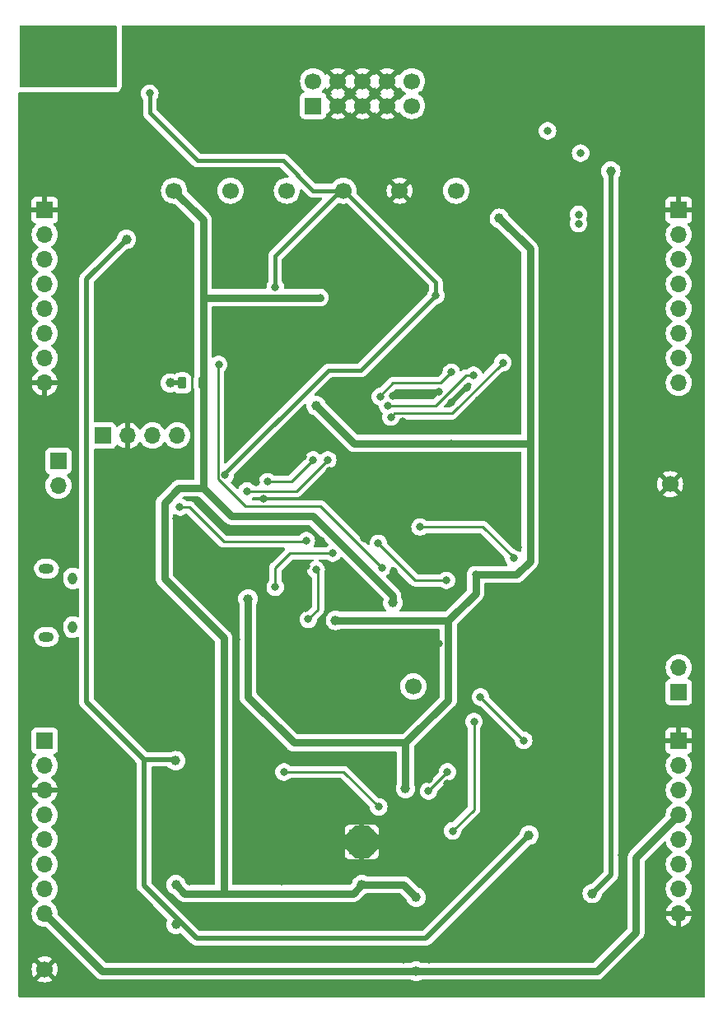
<source format=gbr>
%TF.GenerationSoftware,KiCad,Pcbnew,7.0.9*%
%TF.CreationDate,2024-02-02T11:01:58+00:00*%
%TF.ProjectId,QuadMod Components,51756164-4d6f-4642-9043-6f6d706f6e65,rev?*%
%TF.SameCoordinates,Original*%
%TF.FileFunction,Copper,L4,Bot*%
%TF.FilePolarity,Positive*%
%FSLAX46Y46*%
G04 Gerber Fmt 4.6, Leading zero omitted, Abs format (unit mm)*
G04 Created by KiCad (PCBNEW 7.0.9) date 2024-02-02 11:01:58*
%MOMM*%
%LPD*%
G01*
G04 APERTURE LIST*
G04 Aperture macros list*
%AMRoundRect*
0 Rectangle with rounded corners*
0 $1 Rounding radius*
0 $2 $3 $4 $5 $6 $7 $8 $9 X,Y pos of 4 corners*
0 Add a 4 corners polygon primitive as box body*
4,1,4,$2,$3,$4,$5,$6,$7,$8,$9,$2,$3,0*
0 Add four circle primitives for the rounded corners*
1,1,$1+$1,$2,$3*
1,1,$1+$1,$4,$5*
1,1,$1+$1,$6,$7*
1,1,$1+$1,$8,$9*
0 Add four rect primitives between the rounded corners*
20,1,$1+$1,$2,$3,$4,$5,0*
20,1,$1+$1,$4,$5,$6,$7,0*
20,1,$1+$1,$6,$7,$8,$9,0*
20,1,$1+$1,$8,$9,$2,$3,0*%
G04 Aperture macros list end*
%TA.AperFunction,ComponentPad*%
%ADD10C,1.700000*%
%TD*%
%TA.AperFunction,ComponentPad*%
%ADD11O,0.950000X1.250000*%
%TD*%
%TA.AperFunction,ComponentPad*%
%ADD12O,1.550000X1.000000*%
%TD*%
%TA.AperFunction,ComponentPad*%
%ADD13R,1.700000X1.700000*%
%TD*%
%TA.AperFunction,ComponentPad*%
%ADD14O,1.700000X1.700000*%
%TD*%
%TA.AperFunction,ComponentPad*%
%ADD15C,0.500000*%
%TD*%
%TA.AperFunction,SMDPad,CuDef*%
%ADD16R,2.500000X2.500000*%
%TD*%
%TA.AperFunction,SMDPad,CuDef*%
%ADD17RoundRect,0.218750X-0.218750X-0.381250X0.218750X-0.381250X0.218750X0.381250X-0.218750X0.381250X0*%
%TD*%
%TA.AperFunction,ViaPad*%
%ADD18C,0.800000*%
%TD*%
%TA.AperFunction,ViaPad*%
%ADD19C,1.000000*%
%TD*%
%TA.AperFunction,Conductor*%
%ADD20C,0.750000*%
%TD*%
%TA.AperFunction,Conductor*%
%ADD21C,0.250000*%
%TD*%
%TA.AperFunction,Conductor*%
%ADD22C,0.500000*%
%TD*%
%TA.AperFunction,Conductor*%
%ADD23C,0.400000*%
%TD*%
G04 APERTURE END LIST*
D10*
%TO.P,TP3,1,1*%
%TO.N,-12V*%
X127600000Y-67000000D03*
%TD*%
D11*
%TO.P,J6,*%
%TO.N,*%
X105585000Y-106900000D03*
X105585000Y-111900000D03*
D12*
X102885000Y-112900000D03*
%TO.P,J6,6,Shield*%
%TO.N,unconnected-(J6-Shield-Pad6)*%
X102885000Y-105900000D03*
%TD*%
D10*
%TO.P,TP1,1,1*%
%TO.N,/-5V_REF*%
X133400000Y-67000000D03*
%TD*%
D13*
%TO.P,J5,1,Pin_1*%
%TO.N,/-12V_IN*%
X130300000Y-58275000D03*
D10*
%TO.P,J5,2,Pin_2*%
X130300000Y-55735000D03*
%TO.P,J5,3,Pin_3*%
%TO.N,GND*%
X132840000Y-58275000D03*
%TO.P,J5,4,Pin_4*%
X132840000Y-55735000D03*
%TO.P,J5,5,Pin_5*%
X135380000Y-58275000D03*
%TO.P,J5,6,Pin_6*%
X135380000Y-55735000D03*
%TO.P,J5,7,Pin_7*%
X137920000Y-58275000D03*
%TO.P,J5,8,Pin_8*%
X137920000Y-55735000D03*
%TO.P,J5,9,Pin_9*%
%TO.N,/+12V_IN*%
X140460000Y-58275000D03*
%TO.P,J5,10,Pin_10*%
X140460000Y-55735000D03*
%TD*%
D13*
%TO.P,J7,1,Pin_1*%
%TO.N,+3.3V*%
X108700000Y-92200000D03*
D14*
%TO.P,J7,2,Pin_2*%
%TO.N,GND*%
X111240000Y-92200000D03*
%TO.P,J7,3,Pin_3*%
%TO.N,/SWIO*%
X113780000Y-92200000D03*
%TO.P,J7,4,Pin_4*%
%TO.N,/SWCLK*%
X116320000Y-92200000D03*
%TD*%
D10*
%TO.P,TP7,1,1*%
%TO.N,GND*%
X167000000Y-97200000D03*
%TD*%
D13*
%TO.P,J8,1,Pin_1*%
%TO.N,/Audio_Out3*%
X167900000Y-118600000D03*
D14*
%TO.P,J8,2,Pin_2*%
%TO.N,/Audio_Out4*%
X167900000Y-116060000D03*
%TD*%
D10*
%TO.P,TP9,1,1*%
%TO.N,GND*%
X102700000Y-147100000D03*
%TD*%
%TO.P,TP8,1,1*%
%TO.N,Net-(U2-NRST)*%
X140600000Y-118000000D03*
%TD*%
%TO.P,TP5,1,1*%
%TO.N,+3.3V*%
X145000000Y-67000000D03*
%TD*%
D15*
%TO.P,U9,33,PAD*%
%TO.N,GND*%
X136300000Y-133000000D03*
X135300000Y-133000000D03*
X134300000Y-133000000D03*
X136300000Y-134000000D03*
X135300000Y-134000000D03*
D16*
X135300000Y-134000000D03*
D15*
X134300000Y-134000000D03*
X136300000Y-135000000D03*
X135300000Y-135000000D03*
X134300000Y-135000000D03*
%TD*%
D13*
%TO.P,J9,1,Pin_1*%
%TO.N,/Test_Out1*%
X104100000Y-94800000D03*
D14*
%TO.P,J9,2,Pin_2*%
%TO.N,/Test_Out2*%
X104100000Y-97340000D03*
%TD*%
D10*
%TO.P,TP4,1,1*%
%TO.N,+3.3VA*%
X116000000Y-67000000D03*
%TD*%
%TO.P,TP2,1,1*%
%TO.N,+12V*%
X121800000Y-67000000D03*
%TD*%
%TO.P,TP6,1,1*%
%TO.N,GND*%
X139200000Y-67000000D03*
%TD*%
D13*
%TO.P,J2,1,Pin_1*%
%TO.N,GND*%
X167900000Y-69000000D03*
D14*
%TO.P,J2,2,Pin_2*%
%TO.N,/FX_FEEDBACK_CV*%
X167900000Y-71540000D03*
%TO.P,J2,3,Pin_3*%
%TO.N,/FX_FEEDBACK_POT*%
X167900000Y-74080000D03*
%TO.P,J2,4,Pin_4*%
%TO.N,/LFO_SPEED_POT*%
X167900000Y-76620000D03*
%TO.P,J2,5,Pin_5*%
%TO.N,/LFO_SPEED_CV*%
X167900000Y-79160000D03*
%TO.P,J2,6,Pin_6*%
%TO.N,/CLOCKED_LED*%
X167900000Y-81700000D03*
%TO.P,J2,7,Pin_7*%
%TO.N,/DELAY_LED*%
X167900000Y-84240000D03*
%TO.P,J2,8,Pin_8*%
%TO.N,/FX_LED*%
X167900000Y-86780000D03*
%TD*%
D13*
%TO.P,J1,1,Pin_1*%
%TO.N,GND*%
X102700000Y-69000000D03*
D14*
%TO.P,J1,2,Pin_2*%
%TO.N,/LFO_BASEFREQ_CV*%
X102700000Y-71540000D03*
%TO.P,J1,3,Pin_3*%
%TO.N,/LFO_BASEFREQ_POT*%
X102700000Y-74080000D03*
%TO.P,J1,4,Pin_4*%
%TO.N,/DLY_FILTER_CV*%
X102700000Y-76620000D03*
%TO.P,J1,5,Pin_5*%
%TO.N,/DLY_FILTER_POT*%
X102700000Y-79160000D03*
%TO.P,J1,6,Pin_6*%
%TO.N,/DLY_TIME_POT*%
X102700000Y-81700000D03*
%TO.P,J1,7,Pin_7*%
%TO.N,/DLY_TIME_CV*%
X102700000Y-84240000D03*
%TO.P,J1,8,Pin_8*%
%TO.N,GND*%
X102700000Y-86780000D03*
%TD*%
D17*
%TO.P,L1,1,1*%
%TO.N,+3.3V*%
X116837500Y-86800000D03*
%TO.P,L1,2,2*%
%TO.N,+3.3VA*%
X118962500Y-86800000D03*
%TD*%
D13*
%TO.P,J3,1,Pin_1*%
%TO.N,/FX_TYPE*%
X102700000Y-123600000D03*
D14*
%TO.P,J3,2,Pin_2*%
%TO.N,/DLY_FEEDBACK*%
X102700000Y-126140000D03*
%TO.P,J3,3,Pin_3*%
%TO.N,GND*%
X102700000Y-128680000D03*
%TO.P,J3,4,Pin_4*%
%TO.N,/IN4*%
X102700000Y-131220000D03*
%TO.P,J3,5,Pin_5*%
%TO.N,/IN3*%
X102700000Y-133760000D03*
%TO.P,J3,6,Pin_6*%
%TO.N,/IN2*%
X102700000Y-136300000D03*
%TO.P,J3,7,Pin_7*%
%TO.N,/IN1*%
X102700000Y-138840000D03*
%TO.P,J3,8,Pin_8*%
%TO.N,+3.3VA*%
X102700000Y-141380000D03*
%TD*%
D13*
%TO.P,J4,1,Pin_1*%
%TO.N,GND*%
X167900000Y-123600000D03*
D14*
%TO.P,J4,2,Pin_2*%
%TO.N,/LFO_RANGE*%
X167900000Y-126140000D03*
%TO.P,J4,3,Pin_3*%
%TO.N,/DLY_MIX*%
X167900000Y-128680000D03*
%TO.P,J4,4,Pin_4*%
%TO.N,+3.3VA*%
X167900000Y-131220000D03*
%TO.P,J4,5,Pin_5*%
%TO.N,/FX_MIX*%
X167900000Y-133760000D03*
%TO.P,J4,6,Pin_6*%
%TO.N,/OUT_AMP2*%
X167900000Y-136300000D03*
%TO.P,J4,7,Pin_7*%
%TO.N,/OUT_AMP1*%
X167900000Y-138840000D03*
%TO.P,J4,8,Pin_8*%
%TO.N,GND*%
X167900000Y-141380000D03*
%TD*%
D18*
%TO.N,GND*%
X117000000Y-148700000D03*
X135000000Y-149000000D03*
X155000000Y-148800000D03*
X146200000Y-142600000D03*
X144500000Y-138800000D03*
X125700000Y-118500000D03*
X125600000Y-111000000D03*
X122400000Y-113200000D03*
X102600000Y-91900000D03*
X169500000Y-105200000D03*
X169800000Y-130000000D03*
X100900000Y-83100000D03*
X121600000Y-72900000D03*
X112500000Y-72900000D03*
X127100000Y-70300000D03*
X131600000Y-71200000D03*
X116800000Y-70600000D03*
X120700000Y-70500000D03*
X125000000Y-65500000D03*
X168800000Y-51900000D03*
X150300000Y-65200000D03*
X150700000Y-55200000D03*
X162300000Y-70000000D03*
X159500000Y-69900000D03*
X147700000Y-71800000D03*
X143200000Y-87700000D03*
X146100000Y-87300000D03*
X137000000Y-86800000D03*
X139500000Y-90700000D03*
X138500000Y-88100000D03*
X169900000Y-85600000D03*
X169700000Y-83100000D03*
X165900000Y-87600000D03*
X165700000Y-80900000D03*
X162700000Y-80900000D03*
X154300000Y-88500000D03*
X150900000Y-88700000D03*
X159400000Y-80800000D03*
X154700000Y-80900000D03*
X150600000Y-81100000D03*
X148200000Y-81400000D03*
X144800000Y-83400000D03*
X148000000Y-84600000D03*
X142900000Y-85700000D03*
X144500000Y-88800000D03*
X147300000Y-88500000D03*
X105000000Y-76800000D03*
X109300000Y-78200000D03*
X117400000Y-78100000D03*
X122300000Y-76400000D03*
X122300000Y-79400000D03*
X109000000Y-83500000D03*
X105500000Y-83100000D03*
X116600000Y-83500000D03*
X121800000Y-83600000D03*
X127600000Y-87300000D03*
X129400000Y-85900000D03*
X132500000Y-86800000D03*
X133600000Y-89600000D03*
X105100000Y-116300000D03*
X108400000Y-107000000D03*
X112800000Y-106000000D03*
X109000000Y-112800000D03*
X101700000Y-101400000D03*
X108700000Y-102900000D03*
X116300000Y-103300000D03*
X115200000Y-89100000D03*
X122400000Y-92100000D03*
X122400000Y-88400000D03*
X127500000Y-92000000D03*
X137200000Y-94900000D03*
X134600000Y-94800000D03*
X134400000Y-99700000D03*
X131200000Y-97900000D03*
X131100000Y-103000000D03*
X141100000Y-99400000D03*
X159300000Y-87800000D03*
X162800000Y-87700000D03*
X163000000Y-101200000D03*
X154200000Y-101000000D03*
X154000000Y-104000000D03*
X162900000Y-104900000D03*
X158100000Y-113700000D03*
X164300000Y-113800000D03*
X159700000Y-123500000D03*
X162600000Y-126000000D03*
X150600000Y-137200000D03*
X154500000Y-133400000D03*
X158700000Y-129700000D03*
X163000000Y-133000000D03*
X158900000Y-133100000D03*
X159000000Y-135400000D03*
X162000000Y-135400000D03*
X109600000Y-145100000D03*
X122600000Y-141900000D03*
X110900000Y-131900000D03*
X110300000Y-136500000D03*
X110600000Y-141200000D03*
X104900000Y-135200000D03*
X110700000Y-127900000D03*
X108100000Y-123300000D03*
X105700000Y-120600000D03*
X108400000Y-118200000D03*
X116500000Y-110700000D03*
X121800000Y-110400000D03*
X119300000Y-113100000D03*
X110500000Y-120600000D03*
X123500000Y-121400000D03*
X123100000Y-126900000D03*
X119000000Y-122900000D03*
X131600000Y-125400000D03*
X131000000Y-121900000D03*
X140400000Y-120900000D03*
X142000000Y-123500000D03*
X142100000Y-140800000D03*
X139600000Y-146100000D03*
X142200000Y-146100000D03*
X146800000Y-120300000D03*
X148500000Y-118000000D03*
X148600000Y-108600000D03*
X152400000Y-107700000D03*
X148800000Y-100400000D03*
X125200000Y-98675000D03*
X117600000Y-138100000D03*
X101400000Y-59600000D03*
X145400000Y-107400000D03*
X138600000Y-142000000D03*
X163700000Y-62000000D03*
X148300000Y-94600000D03*
X135100000Y-126200000D03*
X131500000Y-140700000D03*
X108200000Y-68000000D03*
X135300000Y-142000000D03*
X154400000Y-142600000D03*
X129500000Y-90600000D03*
X109800000Y-70400000D03*
X140100000Y-113600000D03*
X138300000Y-126200000D03*
X132000000Y-95800000D03*
X143200000Y-113600000D03*
X133800000Y-106100000D03*
X129500000Y-110000000D03*
X166700000Y-59200000D03*
X127100000Y-131700000D03*
X129600000Y-105600000D03*
X151400000Y-103700000D03*
X131100000Y-79300000D03*
X151300000Y-125299982D03*
X152700000Y-64800000D03*
X141300000Y-104500000D03*
X166700000Y-62000000D03*
X155300000Y-125400000D03*
X159100000Y-141100000D03*
X156100000Y-60800000D03*
X138596120Y-106132040D03*
X148400000Y-105000000D03*
X142200000Y-127600000D03*
X117600000Y-129900000D03*
X112600000Y-51900000D03*
X156100000Y-61900000D03*
X121400000Y-107600000D03*
X131100000Y-76700000D03*
X127100000Y-128500000D03*
X156300000Y-56600000D03*
X127100000Y-138100000D03*
X114800000Y-129900000D03*
X133700000Y-113400000D03*
X157600000Y-142600000D03*
X116200000Y-100700000D03*
X155700000Y-64900000D03*
X135000000Y-120400000D03*
X127100000Y-134900000D03*
X104300000Y-110700000D03*
X121400000Y-106000000D03*
X124400000Y-97000000D03*
X134700000Y-87300000D03*
X139300000Y-78000000D03*
X102700000Y-61300000D03*
X144100000Y-128000000D03*
X155700000Y-66700000D03*
X120400000Y-59600000D03*
X114700000Y-138100000D03*
X141700000Y-113600000D03*
X135497212Y-102801195D03*
X141400000Y-94500000D03*
X111500000Y-68000000D03*
X116200000Y-129900000D03*
X131500000Y-113400000D03*
X163700000Y-59200000D03*
X121400000Y-104400000D03*
X152800000Y-142600000D03*
X118900000Y-61800000D03*
X129300000Y-94400000D03*
X117400000Y-59500000D03*
X113300000Y-100700000D03*
X136700000Y-126200000D03*
D19*
%TO.N,+3.3V*%
X123600000Y-109000000D03*
D18*
X144500000Y-93000000D03*
D19*
X130600000Y-89100000D03*
X139800000Y-128500000D03*
X149450000Y-69850000D03*
X115600000Y-86800000D03*
D18*
X147000000Y-106500000D03*
D19*
X132600000Y-111200000D03*
%TO.N,+3.3VA*%
X105100000Y-51000000D03*
X107100000Y-55500000D03*
X103100000Y-51000000D03*
X103100000Y-55500000D03*
X109100000Y-51000000D03*
X102100000Y-54200000D03*
D18*
X131000000Y-78000000D03*
D19*
X109100000Y-55500000D03*
X140900000Y-147300000D03*
X101100000Y-51000000D03*
X140900000Y-139700000D03*
X116200000Y-138400000D03*
X101100000Y-55500000D03*
X102100000Y-52400000D03*
X138500000Y-109400000D03*
X135300000Y-138400000D03*
X107100000Y-51000000D03*
X108100000Y-54200000D03*
X108100000Y-52400000D03*
X119000000Y-97599996D03*
%TO.N,+12V*%
X159000000Y-139300000D03*
X160900000Y-65000000D03*
%TO.N,-12V*%
X116148750Y-125651250D03*
X116200000Y-142500000D03*
X152500000Y-133300000D03*
X111100000Y-72000000D03*
D18*
%TO.N,/VSW*%
X157600000Y-70400000D03*
X157800000Y-63150000D03*
X157600000Y-69450000D03*
X154400000Y-60850000D03*
%TO.N,/-5V_REF*%
X121257497Y-96275000D03*
X113500000Y-57000000D03*
X142912500Y-77800000D03*
X126400000Y-76900000D03*
%TO.N,/DLY_TIME_POT*%
X120600000Y-84900000D03*
X137400000Y-105800000D03*
%TO.N,/DLY_FEEDBACK*%
X126400000Y-107800000D03*
X132300000Y-104300000D03*
%TO.N,/FX_MIX*%
X147500000Y-119100000D03*
X151950000Y-123550000D03*
%TO.N,/PDN*%
X150900000Y-104800000D03*
X141300000Y-101600002D03*
%TO.N,/Delay_Led_Out*%
X138300000Y-90300000D03*
X149800000Y-84700000D03*
%TO.N,/FX_Led_Out*%
X137968726Y-89100495D03*
X146800000Y-85999998D03*
%TO.N,/SAI1_SD_B*%
X127300000Y-126800000D03*
X137038864Y-130400000D03*
%TO.N,/SAI1_FS_A*%
X129800000Y-111100000D03*
X130600000Y-106000000D03*
%TO.N,/Delay_Time*%
X129600000Y-103000000D03*
X116600000Y-99553810D03*
%TO.N,/SAI2_SD_B*%
X142169432Y-128769432D03*
X144100000Y-126800000D03*
%TO.N,/USB_DM*%
X123500004Y-97900000D03*
X131800000Y-94700000D03*
%TO.N,/USB_DP*%
X130300000Y-94700000D03*
X125611969Y-96950000D03*
%TO.N,/SPI1_NSS*%
X146837500Y-121637500D03*
X144641475Y-132862509D03*
%TO.N,/SPI1_MOSI*%
X137000000Y-103300000D03*
X144000001Y-107099999D03*
%TO.N,/Clocked_Led_Out*%
X137200000Y-88200000D03*
X144500000Y-85700000D03*
%TD*%
D20*
%TO.N,+3.3VA*%
X115000000Y-106900000D02*
X121100000Y-113000000D01*
X115000000Y-99100000D02*
X115000000Y-106900000D01*
X121100000Y-113000000D02*
X121100000Y-139300000D01*
X116500004Y-97599996D02*
X115000000Y-99100000D01*
X119000000Y-97599996D02*
X116500004Y-97599996D01*
%TO.N,+3.3V*%
X144500000Y-93000000D02*
X152600000Y-93000000D01*
X152600000Y-93000000D02*
X152600000Y-105100000D01*
X152600000Y-73000000D02*
X152600000Y-93000000D01*
D21*
%TO.N,/FX_Led_Out*%
X146000002Y-85999998D02*
X146800000Y-85999998D01*
X142899505Y-89100495D02*
X146000002Y-85999998D01*
X137968726Y-89100495D02*
X142899505Y-89100495D01*
%TO.N,/Clocked_Led_Out*%
X143400000Y-86800000D02*
X144500000Y-85700000D01*
X138503984Y-86800000D02*
X143400000Y-86800000D01*
X137200000Y-88103984D02*
X138503984Y-86800000D01*
X137200000Y-88200000D02*
X137200000Y-88103984D01*
%TO.N,/Delay_Led_Out*%
X138675000Y-89925000D02*
X144575000Y-89925000D01*
X138300000Y-90300000D02*
X138675000Y-89925000D01*
X144575000Y-89925000D02*
X149800000Y-84700000D01*
D20*
%TO.N,+3.3V*%
X134500000Y-93000000D02*
X144500000Y-93000000D01*
X149450007Y-69850007D02*
X152600000Y-73000000D01*
X151200000Y-106500000D02*
X147000000Y-106500000D01*
X152600000Y-105100000D02*
X151200000Y-106500000D01*
%TO.N,+3.3VA*%
X134400000Y-139300000D02*
X135300000Y-138400000D01*
X117100000Y-139300000D02*
X134400000Y-139300000D01*
X116200000Y-138400000D02*
X117100000Y-139300000D01*
D22*
%TO.N,-12V*%
X112900000Y-125500000D02*
X115997500Y-125500000D01*
X115997500Y-125500000D02*
X116148750Y-125651250D01*
D21*
%TO.N,/USB_DM*%
X128600000Y-97900000D02*
X131800000Y-94700000D01*
X123500004Y-97900000D02*
X128600000Y-97900000D01*
%TO.N,/DLY_TIME_POT*%
X120517588Y-96631107D02*
X120517588Y-84982412D01*
X123361481Y-99475000D02*
X120517588Y-96631107D01*
X131075000Y-99475000D02*
X123361481Y-99475000D01*
%TO.N,/USB_DP*%
X128050000Y-96950000D02*
X125611969Y-96950000D01*
X130300000Y-94700000D02*
X128050000Y-96950000D01*
%TO.N,/DLY_TIME_POT*%
X137400000Y-105800000D02*
X131075000Y-99475000D01*
X120517588Y-84982412D02*
X120600000Y-84900000D01*
D20*
%TO.N,+3.3V*%
X128300000Y-123800000D02*
X123600000Y-119100000D01*
X139800000Y-123800000D02*
X144200000Y-119400000D01*
X147000000Y-106500000D02*
X147000000Y-108400000D01*
X144200000Y-119400000D02*
X144200000Y-111200000D01*
X123600000Y-119100000D02*
X123600000Y-109000000D01*
X147000000Y-108400000D02*
X144200000Y-111200000D01*
X132600000Y-111200000D02*
X144200000Y-111200000D01*
X139800000Y-128500000D02*
X139800000Y-123800000D01*
X134500000Y-93000000D02*
X130600000Y-89100000D01*
X139800000Y-123800000D02*
X128300000Y-123800000D01*
D22*
X116837500Y-86800000D02*
X115600000Y-86800000D01*
D20*
%TO.N,+3.3VA*%
X121900004Y-100500000D02*
X130300000Y-100500000D01*
D22*
X119000000Y-97499996D02*
X119100000Y-97599996D01*
D20*
X159500000Y-147300000D02*
X163500000Y-143300000D01*
X116000000Y-67000000D02*
X119000000Y-70000000D01*
X163500000Y-143300000D02*
X163500000Y-135620000D01*
X135300000Y-138400000D02*
X139600000Y-138400000D01*
X119000000Y-70000000D02*
X119000000Y-78000000D01*
X102700000Y-141380000D02*
X108620000Y-147300000D01*
X163500000Y-135620000D02*
X167900000Y-131220000D01*
X119000000Y-97599996D02*
X121900004Y-100500000D01*
X119000000Y-78000000D02*
X131000000Y-78000000D01*
X119000000Y-78000000D02*
X119000000Y-97499996D01*
X138500000Y-108700000D02*
X138500000Y-109400000D01*
X139600000Y-138400000D02*
X140900000Y-139700000D01*
X108620000Y-147300000D02*
X159500000Y-147300000D01*
X130300000Y-100500000D02*
X138500000Y-108700000D01*
D22*
%TO.N,+12V*%
X160900000Y-65000000D02*
X160900000Y-137400000D01*
X160900000Y-137400000D02*
X159000000Y-139300000D01*
%TO.N,-12V*%
X141900000Y-143900000D02*
X152500000Y-133300000D01*
X118300000Y-143900000D02*
X141900000Y-143900000D01*
X112900000Y-138500000D02*
X118300000Y-143900000D01*
X107000000Y-76100000D02*
X107000000Y-119600000D01*
X107000000Y-119600000D02*
X112900000Y-125500000D01*
X111100000Y-72000000D02*
X107000000Y-76100000D01*
X112900000Y-138500000D02*
X112900000Y-125500000D01*
D23*
%TO.N,/-5V_REF*%
X121257497Y-96113920D02*
X121257497Y-96275000D01*
X133400000Y-67000000D02*
X133500000Y-67000000D01*
X113500000Y-59000000D02*
X118400000Y-63900000D01*
X142912500Y-77800000D02*
X135212500Y-85500000D01*
X133100000Y-67000000D02*
X126400000Y-73700000D01*
X113500000Y-57000000D02*
X113500000Y-59000000D01*
X142912500Y-76412500D02*
X142912500Y-77800000D01*
X127200000Y-63900000D02*
X130300000Y-67000000D01*
X126400000Y-73700000D02*
X126400000Y-76900000D01*
X118400000Y-63900000D02*
X127200000Y-63900000D01*
X133500000Y-67000000D02*
X142912500Y-76412500D01*
X135212500Y-85500000D02*
X131871417Y-85500000D01*
X133400000Y-67000000D02*
X133100000Y-67000000D01*
X130300000Y-67000000D02*
X133400000Y-67000000D01*
X131871417Y-85500000D02*
X121257497Y-96113920D01*
D21*
%TO.N,/DLY_FEEDBACK*%
X127900001Y-104299999D02*
X132300000Y-104300000D01*
X126400000Y-105800000D02*
X127900001Y-104299999D01*
X126400000Y-107800000D02*
X126400000Y-105800000D01*
%TO.N,/FX_MIX*%
X151950000Y-123550000D02*
X147500000Y-119100000D01*
%TO.N,/PDN*%
X141300000Y-101600002D02*
X147750002Y-101600002D01*
X150900000Y-104750000D02*
X150900000Y-104800000D01*
X147750002Y-101600002D02*
X150900000Y-104750000D01*
%TO.N,/SAI1_SD_B*%
X137038864Y-130400000D02*
X133438864Y-126800000D01*
X133438864Y-126800000D02*
X127300000Y-126800000D01*
%TO.N,/SAI1_FS_A*%
X130600000Y-106000000D02*
X130800000Y-106200000D01*
X130800000Y-106200000D02*
X130800000Y-110100000D01*
X130800000Y-110100000D02*
X129800000Y-111100000D01*
%TO.N,/Delay_Time*%
X121100000Y-103100000D02*
X117553810Y-99553810D01*
X129500000Y-103100000D02*
X121100000Y-103100000D01*
X117553810Y-99553810D02*
X116600000Y-99553810D01*
X129600000Y-103000000D02*
X129500000Y-103100000D01*
%TO.N,/SAI2_SD_B*%
X144100000Y-126838864D02*
X144100000Y-126800000D01*
X142169432Y-128769432D02*
X144100000Y-126838864D01*
%TO.N,/SPI1_NSS*%
X144641475Y-132862509D02*
X144641475Y-132858525D01*
X144641475Y-132858525D02*
X146837500Y-130662500D01*
X146837500Y-130662500D02*
X146837500Y-121637500D01*
%TO.N,/SPI1_MOSI*%
X140799999Y-107099999D02*
X144000001Y-107099999D01*
X137000000Y-103300000D02*
X140799999Y-107099999D01*
%TD*%
%TA.AperFunction,Conductor*%
%TO.N,+3.3VA*%
G36*
X110043039Y-50020185D02*
G01*
X110088794Y-50072989D01*
X110100000Y-50124500D01*
X110100000Y-56276000D01*
X110080315Y-56343039D01*
X110027511Y-56388794D01*
X109976000Y-56400000D01*
X100224000Y-56400000D01*
X100156961Y-56380315D01*
X100111206Y-56327511D01*
X100100000Y-56276000D01*
X100100000Y-50124500D01*
X100119685Y-50057461D01*
X100172489Y-50011706D01*
X100224000Y-50000500D01*
X109976000Y-50000500D01*
X110043039Y-50020185D01*
G37*
%TD.AperFunction*%
%TD*%
%TA.AperFunction,Conductor*%
%TO.N,GND*%
G36*
X129516957Y-88947628D02*
G01*
X129572890Y-88989500D01*
X129597307Y-89054964D01*
X129597026Y-89075963D01*
X129594659Y-89099998D01*
X129594659Y-89099999D01*
X129613975Y-89296129D01*
X129671188Y-89484733D01*
X129764086Y-89658532D01*
X129764090Y-89658539D01*
X129889116Y-89810883D01*
X130041460Y-89935909D01*
X130041467Y-89935913D01*
X130128367Y-89982362D01*
X130215273Y-90028814D01*
X130293779Y-90052628D01*
X130345463Y-90083607D01*
X133853992Y-93592136D01*
X133857396Y-93595829D01*
X133894362Y-93639350D01*
X133894363Y-93639351D01*
X133894365Y-93639352D01*
X133894369Y-93639357D01*
X133960737Y-93689808D01*
X134025699Y-93742027D01*
X134025701Y-93742029D01*
X134025872Y-93742114D01*
X134045814Y-93754483D01*
X134045971Y-93754602D01*
X134121640Y-93789610D01*
X134196307Y-93826641D01*
X134196481Y-93826684D01*
X134218626Y-93834480D01*
X134218803Y-93834562D01*
X134218806Y-93834562D01*
X134218807Y-93834563D01*
X134218806Y-93834563D01*
X134300228Y-93852485D01*
X134316337Y-93856490D01*
X134381111Y-93872600D01*
X134381284Y-93872604D01*
X134404602Y-93875460D01*
X134404784Y-93875500D01*
X134404787Y-93875500D01*
X134488160Y-93875500D01*
X134571473Y-93877757D01*
X134571655Y-93877721D01*
X134595023Y-93875500D01*
X144274706Y-93875500D01*
X144300486Y-93878209D01*
X144405354Y-93900500D01*
X144405355Y-93900500D01*
X144594645Y-93900500D01*
X144594646Y-93900500D01*
X144699513Y-93878209D01*
X144725294Y-93875500D01*
X151600500Y-93875500D01*
X151667539Y-93895185D01*
X151713294Y-93947989D01*
X151724500Y-93999500D01*
X151724500Y-104046893D01*
X151704815Y-104113932D01*
X151652011Y-104159687D01*
X151582853Y-104169631D01*
X151519297Y-104140606D01*
X151508356Y-104129872D01*
X151505871Y-104127112D01*
X151395459Y-104046893D01*
X151352734Y-104015851D01*
X151352729Y-104015848D01*
X151179807Y-103938857D01*
X151179802Y-103938855D01*
X151034001Y-103907865D01*
X150994646Y-103899500D01*
X150994645Y-103899500D01*
X150985452Y-103899500D01*
X150918413Y-103879815D01*
X150897771Y-103863181D01*
X148250805Y-101216214D01*
X148240982Y-101203952D01*
X148240761Y-101204136D01*
X148235788Y-101198125D01*
X148226931Y-101189808D01*
X148185366Y-101150775D01*
X148173941Y-101139350D01*
X148164477Y-101129885D01*
X148158988Y-101125627D01*
X148154563Y-101121849D01*
X148120584Y-101089940D01*
X148120582Y-101089938D01*
X148120579Y-101089937D01*
X148103031Y-101080290D01*
X148086765Y-101069606D01*
X148070935Y-101057327D01*
X148028170Y-101038820D01*
X148022924Y-101036250D01*
X147982095Y-101013805D01*
X147982094Y-101013804D01*
X147962695Y-101008824D01*
X147944283Y-101002520D01*
X147925900Y-100994564D01*
X147925894Y-100994562D01*
X147879876Y-100987274D01*
X147874154Y-100986089D01*
X147829023Y-100974502D01*
X147829021Y-100974502D01*
X147808986Y-100974502D01*
X147789588Y-100972975D01*
X147782164Y-100971799D01*
X147769807Y-100969842D01*
X147769806Y-100969842D01*
X147723418Y-100974227D01*
X147717580Y-100974502D01*
X142003748Y-100974502D01*
X141936709Y-100954817D01*
X141911600Y-100933476D01*
X141905873Y-100927116D01*
X141905869Y-100927112D01*
X141752734Y-100815853D01*
X141752729Y-100815850D01*
X141579807Y-100738859D01*
X141579802Y-100738857D01*
X141434001Y-100707867D01*
X141394646Y-100699502D01*
X141205354Y-100699502D01*
X141172897Y-100706400D01*
X141020197Y-100738857D01*
X141020192Y-100738859D01*
X140847270Y-100815850D01*
X140847265Y-100815853D01*
X140694129Y-100927113D01*
X140567466Y-101067787D01*
X140472821Y-101231717D01*
X140472818Y-101231724D01*
X140419707Y-101395185D01*
X140414326Y-101411746D01*
X140394540Y-101600002D01*
X140414326Y-101788258D01*
X140414327Y-101788261D01*
X140472818Y-101968279D01*
X140472821Y-101968286D01*
X140567467Y-102132218D01*
X140669185Y-102245187D01*
X140694129Y-102272890D01*
X140847265Y-102384150D01*
X140847270Y-102384153D01*
X141020192Y-102461144D01*
X141020197Y-102461146D01*
X141205354Y-102500502D01*
X141205355Y-102500502D01*
X141394644Y-102500502D01*
X141394646Y-102500502D01*
X141579803Y-102461146D01*
X141752730Y-102384153D01*
X141905871Y-102272890D01*
X141908788Y-102269649D01*
X141911600Y-102266528D01*
X141971087Y-102229881D01*
X142003748Y-102225502D01*
X147439550Y-102225502D01*
X147506589Y-102245187D01*
X147527231Y-102261821D01*
X149959458Y-104694048D01*
X149992943Y-104755371D01*
X149995098Y-104794686D01*
X149994540Y-104800000D01*
X150014326Y-104988256D01*
X150014327Y-104988259D01*
X150072818Y-105168277D01*
X150072821Y-105168284D01*
X150167464Y-105332212D01*
X150167465Y-105332214D01*
X150167467Y-105332216D01*
X150244284Y-105417530D01*
X150274513Y-105480519D01*
X150265888Y-105549854D01*
X150221147Y-105603520D01*
X150154494Y-105624478D01*
X150152133Y-105624500D01*
X147225294Y-105624500D01*
X147199513Y-105621790D01*
X147094646Y-105599500D01*
X146905354Y-105599500D01*
X146876138Y-105605710D01*
X146720197Y-105638855D01*
X146720192Y-105638857D01*
X146547270Y-105715848D01*
X146547265Y-105715851D01*
X146394129Y-105827111D01*
X146267466Y-105967785D01*
X146172821Y-106131715D01*
X146172818Y-106131722D01*
X146126542Y-106274146D01*
X146114326Y-106311744D01*
X146094540Y-106500000D01*
X146114326Y-106688256D01*
X146114326Y-106688258D01*
X146114327Y-106688260D01*
X146118430Y-106700887D01*
X146124500Y-106739207D01*
X146124500Y-107985994D01*
X146104815Y-108053033D01*
X146088181Y-108073675D01*
X143873675Y-110288181D01*
X143812352Y-110321666D01*
X143785994Y-110324500D01*
X139296629Y-110324500D01*
X139229590Y-110304815D01*
X139183835Y-110252011D01*
X139173891Y-110182853D01*
X139202916Y-110119297D01*
X139208948Y-110112819D01*
X139210881Y-110110885D01*
X139246424Y-110067577D01*
X139335910Y-109958538D01*
X139428814Y-109784727D01*
X139486024Y-109596132D01*
X139505341Y-109400000D01*
X139486024Y-109203868D01*
X139428814Y-109015273D01*
X139423660Y-109005631D01*
X139390142Y-108942922D01*
X139375500Y-108884469D01*
X139375500Y-108738098D01*
X139375705Y-108733063D01*
X139378356Y-108700500D01*
X139380339Y-108676152D01*
X139369085Y-108593558D01*
X139360073Y-108510684D01*
X139360014Y-108510509D01*
X139354656Y-108487649D01*
X139354631Y-108487463D01*
X139325880Y-108409206D01*
X139299267Y-108330220D01*
X139299266Y-108330218D01*
X139299172Y-108330061D01*
X139289025Y-108308887D01*
X139288961Y-108308712D01*
X139244059Y-108238463D01*
X139201089Y-108167046D01*
X139200955Y-108166904D01*
X139186504Y-108148419D01*
X139186400Y-108148256D01*
X139127447Y-108089303D01*
X139070129Y-108028793D01*
X139069970Y-108028685D01*
X139051877Y-108013733D01*
X137820861Y-106782717D01*
X137787376Y-106721394D01*
X137792360Y-106651702D01*
X137834232Y-106595769D01*
X137847460Y-106588009D01*
X137847107Y-106587397D01*
X137852724Y-106584153D01*
X137852730Y-106584151D01*
X138005871Y-106472888D01*
X138132533Y-106332216D01*
X138227179Y-106168284D01*
X138285674Y-105988256D01*
X138305460Y-105800000D01*
X138305460Y-105799997D01*
X138305460Y-105793502D01*
X138307197Y-105793502D01*
X138318219Y-105733180D01*
X138365944Y-105682149D01*
X138433682Y-105665021D01*
X138499926Y-105687234D01*
X138516660Y-105701251D01*
X140299196Y-107483787D01*
X140309021Y-107496050D01*
X140309242Y-107495868D01*
X140314213Y-107501877D01*
X140323605Y-107510696D01*
X140364634Y-107549225D01*
X140385528Y-107570119D01*
X140391010Y-107574372D01*
X140395442Y-107578156D01*
X140429417Y-107610061D01*
X140446975Y-107619713D01*
X140463234Y-107630394D01*
X140479063Y-107642672D01*
X140521837Y-107661181D01*
X140527055Y-107663737D01*
X140567907Y-107686196D01*
X140587315Y-107691179D01*
X140605716Y-107697479D01*
X140624103Y-107705436D01*
X140667487Y-107712307D01*
X140670118Y-107712724D01*
X140675838Y-107713908D01*
X140720980Y-107725499D01*
X140741015Y-107725499D01*
X140760413Y-107727025D01*
X140780193Y-107730158D01*
X140780194Y-107730159D01*
X140780194Y-107730158D01*
X140780195Y-107730159D01*
X140826583Y-107725774D01*
X140832421Y-107725499D01*
X143296253Y-107725499D01*
X143363292Y-107745184D01*
X143388401Y-107766525D01*
X143394127Y-107772884D01*
X143394131Y-107772888D01*
X143547266Y-107884147D01*
X143547271Y-107884150D01*
X143720193Y-107961141D01*
X143720198Y-107961143D01*
X143905355Y-108000499D01*
X143905356Y-108000499D01*
X144094645Y-108000499D01*
X144094647Y-108000499D01*
X144279804Y-107961143D01*
X144452731Y-107884150D01*
X144605872Y-107772887D01*
X144732534Y-107632215D01*
X144827180Y-107468283D01*
X144885675Y-107288255D01*
X144905461Y-107099999D01*
X144885675Y-106911743D01*
X144827180Y-106731715D01*
X144732534Y-106567783D01*
X144605872Y-106427111D01*
X144605871Y-106427110D01*
X144452735Y-106315850D01*
X144452730Y-106315847D01*
X144279808Y-106238856D01*
X144279803Y-106238854D01*
X144134002Y-106207864D01*
X144094647Y-106199499D01*
X143905355Y-106199499D01*
X143872898Y-106206397D01*
X143720198Y-106238854D01*
X143720193Y-106238856D01*
X143547271Y-106315847D01*
X143547266Y-106315850D01*
X143394131Y-106427109D01*
X143394127Y-106427113D01*
X143388401Y-106433473D01*
X143328914Y-106470120D01*
X143296253Y-106474499D01*
X141110452Y-106474499D01*
X141043413Y-106454814D01*
X141022771Y-106438180D01*
X137938960Y-103354369D01*
X137905475Y-103293046D01*
X137903323Y-103279668D01*
X137885674Y-103111744D01*
X137827179Y-102931716D01*
X137732533Y-102767784D01*
X137605871Y-102627112D01*
X137605870Y-102627111D01*
X137452734Y-102515851D01*
X137452729Y-102515848D01*
X137279807Y-102438857D01*
X137279802Y-102438855D01*
X137134001Y-102407865D01*
X137094646Y-102399500D01*
X136905354Y-102399500D01*
X136872897Y-102406398D01*
X136720197Y-102438855D01*
X136720192Y-102438857D01*
X136547270Y-102515848D01*
X136547265Y-102515851D01*
X136394129Y-102627111D01*
X136267466Y-102767785D01*
X136172821Y-102931715D01*
X136172818Y-102931722D01*
X136114327Y-103111740D01*
X136114326Y-103111744D01*
X136096679Y-103279649D01*
X136094540Y-103300002D01*
X136094540Y-103306498D01*
X136092808Y-103306498D01*
X136081768Y-103366844D01*
X136034032Y-103417865D01*
X135966290Y-103434978D01*
X135900051Y-103412751D01*
X135883339Y-103398749D01*
X133879775Y-101395185D01*
X131575803Y-99091212D01*
X131565980Y-99078950D01*
X131565759Y-99079134D01*
X131560786Y-99073123D01*
X131529505Y-99043748D01*
X131510364Y-99025773D01*
X131495726Y-99011135D01*
X131489475Y-99004883D01*
X131483986Y-99000625D01*
X131479561Y-98996847D01*
X131445582Y-98964938D01*
X131445580Y-98964936D01*
X131445577Y-98964935D01*
X131428029Y-98955288D01*
X131411763Y-98944604D01*
X131395936Y-98932327D01*
X131395935Y-98932326D01*
X131395933Y-98932325D01*
X131353168Y-98913818D01*
X131347922Y-98911248D01*
X131307093Y-98888803D01*
X131307092Y-98888802D01*
X131287693Y-98883822D01*
X131269281Y-98877518D01*
X131250898Y-98869562D01*
X131250892Y-98869560D01*
X131204874Y-98862272D01*
X131199152Y-98861087D01*
X131154021Y-98849500D01*
X131154019Y-98849500D01*
X131133984Y-98849500D01*
X131114586Y-98847973D01*
X131107162Y-98846797D01*
X131094805Y-98844840D01*
X131094804Y-98844840D01*
X131048416Y-98849225D01*
X131042578Y-98849500D01*
X124106784Y-98849500D01*
X124039745Y-98829815D01*
X123993990Y-98777011D01*
X123984046Y-98707853D01*
X124013071Y-98644297D01*
X124033898Y-98625182D01*
X124105875Y-98572888D01*
X124108792Y-98569647D01*
X124111604Y-98566526D01*
X124171091Y-98529879D01*
X124203752Y-98525500D01*
X128517257Y-98525500D01*
X128532877Y-98527224D01*
X128532904Y-98526939D01*
X128540660Y-98527671D01*
X128540667Y-98527673D01*
X128609814Y-98525500D01*
X128639350Y-98525500D01*
X128646228Y-98524630D01*
X128652041Y-98524172D01*
X128698627Y-98522709D01*
X128717869Y-98517117D01*
X128736912Y-98513174D01*
X128756792Y-98510664D01*
X128800122Y-98493507D01*
X128805646Y-98491617D01*
X128810737Y-98490138D01*
X128850390Y-98478618D01*
X128867629Y-98468422D01*
X128885103Y-98459862D01*
X128903727Y-98452488D01*
X128903727Y-98452487D01*
X128903732Y-98452486D01*
X128941449Y-98425082D01*
X128946305Y-98421892D01*
X128986420Y-98398170D01*
X129000589Y-98383999D01*
X129015379Y-98371368D01*
X129031587Y-98359594D01*
X129061299Y-98323676D01*
X129065212Y-98319376D01*
X131747772Y-95636819D01*
X131809095Y-95603334D01*
X131835453Y-95600500D01*
X131894644Y-95600500D01*
X131894646Y-95600500D01*
X132079803Y-95561144D01*
X132252730Y-95484151D01*
X132405871Y-95372888D01*
X132532533Y-95232216D01*
X132627179Y-95068284D01*
X132685674Y-94888256D01*
X132705460Y-94700000D01*
X132685674Y-94511744D01*
X132627179Y-94331716D01*
X132532533Y-94167784D01*
X132405871Y-94027112D01*
X132405867Y-94027109D01*
X132252734Y-93915851D01*
X132252729Y-93915848D01*
X132079807Y-93838857D01*
X132079802Y-93838855D01*
X131934001Y-93807865D01*
X131894646Y-93799500D01*
X131705354Y-93799500D01*
X131672897Y-93806398D01*
X131520197Y-93838855D01*
X131520192Y-93838857D01*
X131347270Y-93915848D01*
X131347265Y-93915851D01*
X131194132Y-94027109D01*
X131194129Y-94027111D01*
X131194129Y-94027112D01*
X131142148Y-94084841D01*
X131082663Y-94121489D01*
X131012806Y-94120158D01*
X130957851Y-94084841D01*
X130905871Y-94027112D01*
X130905867Y-94027109D01*
X130752734Y-93915851D01*
X130752729Y-93915848D01*
X130579807Y-93838857D01*
X130579802Y-93838855D01*
X130434001Y-93807865D01*
X130394646Y-93799500D01*
X130205354Y-93799500D01*
X130172897Y-93806398D01*
X130020197Y-93838855D01*
X130020192Y-93838857D01*
X129847270Y-93915848D01*
X129847265Y-93915851D01*
X129694129Y-94027111D01*
X129567466Y-94167785D01*
X129472821Y-94331715D01*
X129472818Y-94331722D01*
X129414327Y-94511740D01*
X129414326Y-94511744D01*
X129396679Y-94679649D01*
X129370094Y-94744263D01*
X129361039Y-94754368D01*
X127827228Y-96288181D01*
X127765905Y-96321666D01*
X127739547Y-96324500D01*
X126315717Y-96324500D01*
X126248678Y-96304815D01*
X126223569Y-96283474D01*
X126217842Y-96277114D01*
X126217838Y-96277110D01*
X126064703Y-96165851D01*
X126064698Y-96165848D01*
X125891776Y-96088857D01*
X125891771Y-96088855D01*
X125745970Y-96057865D01*
X125706615Y-96049500D01*
X125517323Y-96049500D01*
X125484866Y-96056398D01*
X125332166Y-96088855D01*
X125332161Y-96088857D01*
X125159239Y-96165848D01*
X125159234Y-96165851D01*
X125006098Y-96277111D01*
X124879435Y-96417785D01*
X124784790Y-96581715D01*
X124784787Y-96581722D01*
X124731626Y-96745337D01*
X124726295Y-96761744D01*
X124706509Y-96950000D01*
X124723940Y-97115851D01*
X124726220Y-97137539D01*
X124713650Y-97206269D01*
X124665918Y-97257292D01*
X124602899Y-97274500D01*
X124203752Y-97274500D01*
X124136713Y-97254815D01*
X124111604Y-97233474D01*
X124105877Y-97227114D01*
X124105873Y-97227110D01*
X123952738Y-97115851D01*
X123952733Y-97115848D01*
X123779811Y-97038857D01*
X123779806Y-97038855D01*
X123634005Y-97007865D01*
X123594650Y-96999500D01*
X123405358Y-96999500D01*
X123372901Y-97006398D01*
X123220201Y-97038855D01*
X123220196Y-97038857D01*
X123047274Y-97115848D01*
X123047269Y-97115851D01*
X122894133Y-97227111D01*
X122767470Y-97367785D01*
X122672825Y-97531715D01*
X122672823Y-97531719D01*
X122644607Y-97618561D01*
X122605169Y-97676236D01*
X122540811Y-97703434D01*
X122471964Y-97691519D01*
X122438995Y-97667923D01*
X121878154Y-97107082D01*
X121844669Y-97045759D01*
X121849653Y-96976067D01*
X121873681Y-96936433D01*
X121990030Y-96807216D01*
X122084676Y-96643284D01*
X122143171Y-96463256D01*
X122162957Y-96275000D01*
X122161922Y-96265156D01*
X122174488Y-96196429D01*
X122197558Y-96164514D01*
X129385944Y-88976127D01*
X129447265Y-88942644D01*
X129516957Y-88947628D01*
G37*
%TD.AperFunction*%
%TA.AperFunction,Conductor*%
G36*
X118542922Y-98490137D02*
G01*
X118615273Y-98528810D01*
X118693779Y-98552624D01*
X118745463Y-98583603D01*
X121253996Y-101092136D01*
X121257400Y-101095829D01*
X121294366Y-101139350D01*
X121294367Y-101139351D01*
X121294369Y-101139352D01*
X121294373Y-101139357D01*
X121360741Y-101189808D01*
X121425703Y-101242027D01*
X121425705Y-101242029D01*
X121425876Y-101242114D01*
X121445818Y-101254483D01*
X121445975Y-101254602D01*
X121521644Y-101289610D01*
X121596311Y-101326641D01*
X121596485Y-101326684D01*
X121618630Y-101334480D01*
X121618807Y-101334562D01*
X121618810Y-101334562D01*
X121618811Y-101334563D01*
X121618810Y-101334563D01*
X121700232Y-101352485D01*
X121716341Y-101356490D01*
X121781115Y-101372600D01*
X121781288Y-101372604D01*
X121804606Y-101375460D01*
X121804788Y-101375500D01*
X121804791Y-101375500D01*
X121888164Y-101375500D01*
X121971477Y-101377757D01*
X121971659Y-101377721D01*
X121995027Y-101375500D01*
X129885994Y-101375500D01*
X129953033Y-101395185D01*
X129973675Y-101411819D01*
X131879138Y-103317282D01*
X131912623Y-103378605D01*
X131907639Y-103448297D01*
X131865767Y-103504230D01*
X131852548Y-103511997D01*
X131852896Y-103512600D01*
X131847271Y-103515847D01*
X131694130Y-103627110D01*
X131694128Y-103627112D01*
X131688401Y-103633473D01*
X131628913Y-103670120D01*
X131596253Y-103674499D01*
X130465160Y-103674499D01*
X130398121Y-103654814D01*
X130352366Y-103602010D01*
X130342422Y-103532852D01*
X130357773Y-103488499D01*
X130360493Y-103483788D01*
X130427179Y-103368284D01*
X130485674Y-103188256D01*
X130505460Y-103000000D01*
X130485674Y-102811744D01*
X130427179Y-102631716D01*
X130332533Y-102467784D01*
X130205871Y-102327112D01*
X130205870Y-102327111D01*
X130052734Y-102215851D01*
X130052729Y-102215848D01*
X129879807Y-102138857D01*
X129879802Y-102138855D01*
X129734001Y-102107865D01*
X129694646Y-102099500D01*
X129505354Y-102099500D01*
X129472897Y-102106398D01*
X129320197Y-102138855D01*
X129320192Y-102138857D01*
X129147270Y-102215848D01*
X129147265Y-102215851D01*
X128994129Y-102327111D01*
X128898362Y-102433472D01*
X128838875Y-102470121D01*
X128806212Y-102474500D01*
X121410452Y-102474500D01*
X121343413Y-102454815D01*
X121322771Y-102438181D01*
X119700443Y-100815853D01*
X118054613Y-99170022D01*
X118044790Y-99157760D01*
X118044569Y-99157944D01*
X118039596Y-99151933D01*
X117989174Y-99104583D01*
X117975803Y-99091212D01*
X117968285Y-99083693D01*
X117962796Y-99079435D01*
X117958371Y-99075657D01*
X117924392Y-99043748D01*
X117924390Y-99043746D01*
X117924387Y-99043745D01*
X117906839Y-99034098D01*
X117890573Y-99023414D01*
X117874743Y-99011135D01*
X117831978Y-98992628D01*
X117826732Y-98990058D01*
X117785903Y-98967613D01*
X117785902Y-98967612D01*
X117766503Y-98962632D01*
X117748091Y-98956328D01*
X117729708Y-98948372D01*
X117729702Y-98948370D01*
X117683684Y-98941082D01*
X117677962Y-98939897D01*
X117632831Y-98928310D01*
X117632829Y-98928310D01*
X117612794Y-98928310D01*
X117593396Y-98926783D01*
X117585972Y-98925607D01*
X117573615Y-98923650D01*
X117573614Y-98923650D01*
X117527226Y-98928035D01*
X117521388Y-98928310D01*
X117303748Y-98928310D01*
X117236709Y-98908625D01*
X117211600Y-98887284D01*
X117205873Y-98880924D01*
X117205869Y-98880920D01*
X117052734Y-98769661D01*
X117052729Y-98769658D01*
X116924969Y-98712775D01*
X116871732Y-98667525D01*
X116851411Y-98600675D01*
X116870457Y-98533452D01*
X116922823Y-98487197D01*
X116975405Y-98475496D01*
X118484470Y-98475496D01*
X118542922Y-98490137D01*
G37*
%TD.AperFunction*%
%TA.AperFunction,Conductor*%
G36*
X132924402Y-68268767D02*
G01*
X132933467Y-68272565D01*
X132936337Y-68273903D01*
X132936339Y-68273903D01*
X132936340Y-68273904D01*
X133012422Y-68294289D01*
X133164592Y-68335063D01*
X133352918Y-68351539D01*
X133399999Y-68355659D01*
X133400000Y-68355659D01*
X133400001Y-68355659D01*
X133439234Y-68352226D01*
X133635408Y-68335063D01*
X133731088Y-68309425D01*
X133800937Y-68311088D01*
X133850862Y-68341519D01*
X142175681Y-76666338D01*
X142209166Y-76727661D01*
X142212000Y-76754019D01*
X142212000Y-77184608D01*
X142192315Y-77251647D01*
X142180156Y-77267574D01*
X142179968Y-77267782D01*
X142179964Y-77267787D01*
X142085321Y-77431715D01*
X142085318Y-77431722D01*
X142026827Y-77611739D01*
X142026825Y-77611750D01*
X142021634Y-77661129D01*
X141995049Y-77725743D01*
X141985995Y-77735846D01*
X134958662Y-84763181D01*
X134897339Y-84796666D01*
X134870981Y-84799500D01*
X131894465Y-84799500D01*
X131890720Y-84799387D01*
X131828813Y-84795642D01*
X131828806Y-84795642D01*
X131767803Y-84806821D01*
X131764102Y-84807384D01*
X131702545Y-84814859D01*
X131702538Y-84814861D01*
X131693064Y-84818454D01*
X131671466Y-84824475D01*
X131661486Y-84826304D01*
X131604936Y-84851755D01*
X131601477Y-84853188D01*
X131543488Y-84875181D01*
X131543480Y-84875185D01*
X131535138Y-84880943D01*
X131515606Y-84891960D01*
X131506363Y-84896120D01*
X131457552Y-84934360D01*
X131454537Y-84936579D01*
X131403489Y-84971816D01*
X131403482Y-84971822D01*
X131362352Y-85018248D01*
X131359785Y-85020974D01*
X121354769Y-95025991D01*
X121293446Y-95059476D01*
X121223754Y-95054492D01*
X121167821Y-95012620D01*
X121143404Y-94947156D01*
X121143088Y-94938310D01*
X121143088Y-85681683D01*
X121162773Y-85614644D01*
X121194202Y-85581365D01*
X121205871Y-85572888D01*
X121332533Y-85432216D01*
X121427179Y-85268284D01*
X121485674Y-85088256D01*
X121505460Y-84900000D01*
X121485674Y-84711744D01*
X121427179Y-84531716D01*
X121332533Y-84367784D01*
X121205871Y-84227112D01*
X121205870Y-84227111D01*
X121052734Y-84115851D01*
X121052729Y-84115848D01*
X120879807Y-84038857D01*
X120879802Y-84038855D01*
X120718574Y-84004586D01*
X120694646Y-83999500D01*
X120505354Y-83999500D01*
X120481426Y-84004586D01*
X120320197Y-84038855D01*
X120320192Y-84038857D01*
X120147270Y-84115848D01*
X120147265Y-84115851D01*
X120072385Y-84170255D01*
X120006578Y-84193735D01*
X119938525Y-84177909D01*
X119889830Y-84127803D01*
X119875500Y-84069937D01*
X119875500Y-78999500D01*
X119895185Y-78932461D01*
X119947989Y-78886706D01*
X119999500Y-78875500D01*
X130774706Y-78875500D01*
X130800486Y-78878209D01*
X130905354Y-78900500D01*
X130905355Y-78900500D01*
X131094644Y-78900500D01*
X131094646Y-78900500D01*
X131279803Y-78861144D01*
X131452730Y-78784151D01*
X131605871Y-78672888D01*
X131732533Y-78532216D01*
X131827179Y-78368284D01*
X131885674Y-78188256D01*
X131905460Y-78000000D01*
X131885674Y-77811744D01*
X131827179Y-77631716D01*
X131732533Y-77467784D01*
X131605871Y-77327112D01*
X131605870Y-77327111D01*
X131452734Y-77215851D01*
X131452729Y-77215848D01*
X131279807Y-77138857D01*
X131279802Y-77138855D01*
X131119651Y-77104815D01*
X131094646Y-77099500D01*
X130905354Y-77099500D01*
X130800487Y-77121790D01*
X130774706Y-77124500D01*
X127419580Y-77124500D01*
X127352541Y-77104815D01*
X127306786Y-77052011D01*
X127296259Y-76987540D01*
X127305460Y-76900000D01*
X127285674Y-76711744D01*
X127227179Y-76531716D01*
X127148355Y-76395189D01*
X127132535Y-76367787D01*
X127132531Y-76367782D01*
X127132344Y-76367574D01*
X127132273Y-76367427D01*
X127128714Y-76362528D01*
X127129610Y-76361876D01*
X127102119Y-76304580D01*
X127100500Y-76284608D01*
X127100500Y-74041518D01*
X127120185Y-73974479D01*
X127136814Y-73953842D01*
X132793389Y-68297266D01*
X132854710Y-68263783D01*
X132924402Y-68268767D01*
G37*
%TD.AperFunction*%
%TA.AperFunction,Conductor*%
G36*
X146260436Y-86726667D02*
G01*
X146289987Y-86742531D01*
X146347265Y-86784146D01*
X146347270Y-86784149D01*
X146517335Y-86859868D01*
X146570572Y-86905118D01*
X146590893Y-86971967D01*
X146571848Y-87039191D01*
X146554580Y-87060828D01*
X144352228Y-89263181D01*
X144290905Y-89296666D01*
X144264547Y-89299500D01*
X143884452Y-89299500D01*
X143817413Y-89279815D01*
X143771658Y-89227011D01*
X143761714Y-89157853D01*
X143790739Y-89094297D01*
X143796771Y-89087819D01*
X144930990Y-87953600D01*
X146129423Y-86755166D01*
X146190744Y-86721683D01*
X146260436Y-86726667D01*
G37*
%TD.AperFunction*%
%TA.AperFunction,Conductor*%
G36*
X143332877Y-87427224D02*
G01*
X143332904Y-87426939D01*
X143340661Y-87427671D01*
X143340667Y-87427673D01*
X143385964Y-87426249D01*
X143453588Y-87443818D01*
X143500979Y-87495158D01*
X143513091Y-87563970D01*
X143486077Y-87628406D01*
X143477540Y-87637869D01*
X142676733Y-88438676D01*
X142615410Y-88472161D01*
X142589052Y-88474995D01*
X138672474Y-88474995D01*
X138605435Y-88455310D01*
X138580326Y-88433969D01*
X138574599Y-88427609D01*
X138574595Y-88427605D01*
X138421460Y-88316346D01*
X138421455Y-88316343D01*
X138248533Y-88239352D01*
X138248528Y-88239350D01*
X138225078Y-88234366D01*
X138163596Y-88201173D01*
X138129820Y-88140010D01*
X138134472Y-88070296D01*
X138163178Y-88025395D01*
X138286579Y-87901995D01*
X138726756Y-87461819D01*
X138788079Y-87428334D01*
X138814437Y-87425500D01*
X143317257Y-87425500D01*
X143332877Y-87427224D01*
G37*
%TD.AperFunction*%
%TA.AperFunction,Conductor*%
G36*
X132380507Y-55944844D02*
G01*
X132458239Y-56065798D01*
X132566900Y-56159952D01*
X132697685Y-56219680D01*
X132707466Y-56221086D01*
X132078625Y-56849925D01*
X132155031Y-56903425D01*
X132198655Y-56958002D01*
X132205848Y-57027501D01*
X132174326Y-57089855D01*
X132155029Y-57106576D01*
X132078625Y-57160072D01*
X132707466Y-57788913D01*
X132697685Y-57790320D01*
X132566900Y-57850048D01*
X132458239Y-57944202D01*
X132380507Y-58065156D01*
X132356923Y-58145476D01*
X131686818Y-57475371D01*
X131653333Y-57414048D01*
X131650499Y-57387690D01*
X131650499Y-57377129D01*
X131650498Y-57377123D01*
X131650497Y-57377116D01*
X131644091Y-57317517D01*
X131593796Y-57182669D01*
X131593795Y-57182668D01*
X131593793Y-57182664D01*
X131507547Y-57067455D01*
X131507544Y-57067452D01*
X131392335Y-56981206D01*
X131392328Y-56981202D01*
X131260917Y-56932189D01*
X131204983Y-56890318D01*
X131180566Y-56824853D01*
X131195418Y-56756580D01*
X131216563Y-56728332D01*
X131338495Y-56606401D01*
X131468732Y-56420403D01*
X131523307Y-56376780D01*
X131592805Y-56369586D01*
X131655160Y-56401109D01*
X131671880Y-56420405D01*
X131725073Y-56496373D01*
X132356923Y-55864523D01*
X132380507Y-55944844D01*
G37*
%TD.AperFunction*%
%TA.AperFunction,Conductor*%
G36*
X137460507Y-55944844D02*
G01*
X137538239Y-56065798D01*
X137646900Y-56159952D01*
X137777685Y-56219680D01*
X137787466Y-56221086D01*
X137158625Y-56849925D01*
X137235031Y-56903425D01*
X137278655Y-56958002D01*
X137285848Y-57027501D01*
X137254326Y-57089855D01*
X137235029Y-57106576D01*
X137158625Y-57160072D01*
X137787466Y-57788913D01*
X137777685Y-57790320D01*
X137646900Y-57850048D01*
X137538239Y-57944202D01*
X137460507Y-58065156D01*
X137436923Y-58145476D01*
X136805072Y-57513625D01*
X136805072Y-57513626D01*
X136751574Y-57590030D01*
X136696998Y-57633655D01*
X136627499Y-57640849D01*
X136565144Y-57609326D01*
X136548424Y-57590030D01*
X136494925Y-57513626D01*
X136494925Y-57513625D01*
X135863076Y-58145475D01*
X135839493Y-58065156D01*
X135761761Y-57944202D01*
X135653100Y-57850048D01*
X135522315Y-57790320D01*
X135512533Y-57788913D01*
X136141373Y-57160073D01*
X136064969Y-57106576D01*
X136021344Y-57051999D01*
X136014150Y-56982501D01*
X136045672Y-56920146D01*
X136064968Y-56903425D01*
X136141373Y-56849925D01*
X135512533Y-56221086D01*
X135522315Y-56219680D01*
X135653100Y-56159952D01*
X135761761Y-56065798D01*
X135839493Y-55944844D01*
X135863076Y-55864524D01*
X136494925Y-56496373D01*
X136548425Y-56419968D01*
X136603002Y-56376344D01*
X136672501Y-56369151D01*
X136734855Y-56400673D01*
X136751576Y-56419969D01*
X136805073Y-56496372D01*
X137436922Y-55864523D01*
X137460507Y-55944844D01*
G37*
%TD.AperFunction*%
%TA.AperFunction,Conductor*%
G36*
X134920507Y-55944844D02*
G01*
X134998239Y-56065798D01*
X135106900Y-56159952D01*
X135237685Y-56219680D01*
X135247466Y-56221086D01*
X134618625Y-56849925D01*
X134695031Y-56903425D01*
X134738655Y-56958002D01*
X134745848Y-57027501D01*
X134714326Y-57089855D01*
X134695029Y-57106576D01*
X134618625Y-57160072D01*
X135247466Y-57788913D01*
X135237685Y-57790320D01*
X135106900Y-57850048D01*
X134998239Y-57944202D01*
X134920507Y-58065156D01*
X134896923Y-58145475D01*
X134265073Y-57513625D01*
X134265072Y-57513626D01*
X134211574Y-57590030D01*
X134156998Y-57633655D01*
X134087499Y-57640849D01*
X134025144Y-57609326D01*
X134008424Y-57590030D01*
X133954925Y-57513626D01*
X133954925Y-57513625D01*
X133323076Y-58145475D01*
X133299493Y-58065156D01*
X133221761Y-57944202D01*
X133113100Y-57850048D01*
X132982315Y-57790320D01*
X132972533Y-57788913D01*
X133601373Y-57160073D01*
X133524969Y-57106576D01*
X133481344Y-57051999D01*
X133474150Y-56982501D01*
X133505672Y-56920146D01*
X133524968Y-56903425D01*
X133601373Y-56849925D01*
X132972533Y-56221086D01*
X132982315Y-56219680D01*
X133113100Y-56159952D01*
X133221761Y-56065798D01*
X133299493Y-55944844D01*
X133323076Y-55864524D01*
X133954925Y-56496373D01*
X134008425Y-56419968D01*
X134063002Y-56376344D01*
X134132501Y-56369151D01*
X134194855Y-56400673D01*
X134211576Y-56419969D01*
X134265073Y-56496372D01*
X134896922Y-55864523D01*
X134920507Y-55944844D01*
G37*
%TD.AperFunction*%
%TA.AperFunction,Conductor*%
G36*
X139034925Y-56496373D02*
G01*
X139088119Y-56420405D01*
X139142696Y-56376781D01*
X139212195Y-56369588D01*
X139274549Y-56401110D01*
X139291269Y-56420405D01*
X139304180Y-56438844D01*
X139421505Y-56606401D01*
X139421506Y-56606402D01*
X139588597Y-56773493D01*
X139588603Y-56773498D01*
X139774158Y-56903425D01*
X139817783Y-56958002D01*
X139824977Y-57027500D01*
X139793454Y-57089855D01*
X139774158Y-57106575D01*
X139588597Y-57236505D01*
X139421505Y-57403597D01*
X139291269Y-57589595D01*
X139236692Y-57633220D01*
X139167194Y-57640414D01*
X139104839Y-57608891D01*
X139088119Y-57589595D01*
X139034925Y-57513626D01*
X139034925Y-57513625D01*
X138403076Y-58145475D01*
X138379493Y-58065156D01*
X138301761Y-57944202D01*
X138193100Y-57850048D01*
X138062315Y-57790320D01*
X138052533Y-57788913D01*
X138681373Y-57160073D01*
X138604969Y-57106576D01*
X138561344Y-57051999D01*
X138554150Y-56982501D01*
X138585672Y-56920146D01*
X138604968Y-56903425D01*
X138681373Y-56849925D01*
X138052533Y-56221086D01*
X138062315Y-56219680D01*
X138193100Y-56159952D01*
X138301761Y-56065798D01*
X138379493Y-55944844D01*
X138403076Y-55864524D01*
X139034925Y-56496373D01*
G37*
%TD.AperFunction*%
%TA.AperFunction,Conductor*%
G36*
X170542539Y-50020185D02*
G01*
X170588294Y-50072989D01*
X170599500Y-50124500D01*
X170599500Y-149875500D01*
X170579815Y-149942539D01*
X170527011Y-149988294D01*
X170475500Y-149999500D01*
X100124500Y-149999500D01*
X100057461Y-149979815D01*
X100011706Y-149927011D01*
X100000500Y-149875500D01*
X100000500Y-147100001D01*
X101344843Y-147100001D01*
X101365430Y-147335315D01*
X101365432Y-147335326D01*
X101426566Y-147563483D01*
X101426570Y-147563492D01*
X101526400Y-147777579D01*
X101526402Y-147777583D01*
X101585072Y-147861373D01*
X101585073Y-147861373D01*
X102216923Y-147229523D01*
X102240507Y-147309844D01*
X102318239Y-147430798D01*
X102426900Y-147524952D01*
X102557685Y-147584680D01*
X102567466Y-147586086D01*
X101938625Y-148214925D01*
X102022421Y-148273599D01*
X102236507Y-148373429D01*
X102236516Y-148373433D01*
X102464673Y-148434567D01*
X102464684Y-148434569D01*
X102699998Y-148455157D01*
X102700002Y-148455157D01*
X102935315Y-148434569D01*
X102935326Y-148434567D01*
X103163483Y-148373433D01*
X103163492Y-148373429D01*
X103377578Y-148273600D01*
X103377582Y-148273598D01*
X103461373Y-148214926D01*
X103461373Y-148214925D01*
X102832533Y-147586086D01*
X102842315Y-147584680D01*
X102973100Y-147524952D01*
X103081761Y-147430798D01*
X103159493Y-147309844D01*
X103183076Y-147229524D01*
X103814925Y-147861373D01*
X103814926Y-147861373D01*
X103873598Y-147777582D01*
X103873600Y-147777578D01*
X103973429Y-147563492D01*
X103973433Y-147563483D01*
X104034567Y-147335326D01*
X104034569Y-147335315D01*
X104055157Y-147100001D01*
X104055157Y-147099998D01*
X104034569Y-146864684D01*
X104034567Y-146864673D01*
X103973433Y-146636516D01*
X103973429Y-146636507D01*
X103873600Y-146422423D01*
X103873599Y-146422421D01*
X103814925Y-146338626D01*
X103814925Y-146338625D01*
X103183076Y-146970475D01*
X103159493Y-146890156D01*
X103081761Y-146769202D01*
X102973100Y-146675048D01*
X102842315Y-146615320D01*
X102832533Y-146613913D01*
X103461373Y-145985073D01*
X103461373Y-145985072D01*
X103377583Y-145926402D01*
X103377579Y-145926400D01*
X103163492Y-145826570D01*
X103163483Y-145826566D01*
X102935326Y-145765432D01*
X102935315Y-145765430D01*
X102700002Y-145744843D01*
X102699998Y-145744843D01*
X102464684Y-145765430D01*
X102464673Y-145765432D01*
X102236516Y-145826566D01*
X102236507Y-145826570D01*
X102022419Y-145926401D01*
X101938625Y-145985072D01*
X102567466Y-146613913D01*
X102557685Y-146615320D01*
X102426900Y-146675048D01*
X102318239Y-146769202D01*
X102240507Y-146890156D01*
X102216923Y-146970476D01*
X101585072Y-146338625D01*
X101526401Y-146422419D01*
X101426570Y-146636507D01*
X101426566Y-146636516D01*
X101365432Y-146864673D01*
X101365430Y-146864684D01*
X101344843Y-147099998D01*
X101344843Y-147100001D01*
X100000500Y-147100001D01*
X100000500Y-141380000D01*
X101344341Y-141380000D01*
X101364936Y-141615403D01*
X101364938Y-141615413D01*
X101426094Y-141843655D01*
X101426096Y-141843659D01*
X101426097Y-141843663D01*
X101495498Y-141992493D01*
X101525965Y-142057830D01*
X101525967Y-142057834D01*
X101566182Y-142115266D01*
X101661505Y-142251401D01*
X101828599Y-142418495D01*
X101925384Y-142486265D01*
X102022165Y-142554032D01*
X102022167Y-142554033D01*
X102022170Y-142554035D01*
X102236337Y-142653903D01*
X102464592Y-142715063D01*
X102652918Y-142731539D01*
X102699999Y-142735659D01*
X102700000Y-142735659D01*
X102750457Y-142731244D01*
X102818957Y-142745010D01*
X102848947Y-142767091D01*
X107973992Y-147892136D01*
X107977396Y-147895829D01*
X108014362Y-147939350D01*
X108014363Y-147939351D01*
X108014365Y-147939352D01*
X108014369Y-147939357D01*
X108080737Y-147989808D01*
X108145699Y-148042027D01*
X108145701Y-148042029D01*
X108145872Y-148042114D01*
X108165814Y-148054483D01*
X108165971Y-148054602D01*
X108241640Y-148089610D01*
X108316307Y-148126641D01*
X108316483Y-148126684D01*
X108338625Y-148134479D01*
X108338803Y-148134562D01*
X108379513Y-148143523D01*
X108420223Y-148152484D01*
X108435359Y-148156248D01*
X108501110Y-148172600D01*
X108501283Y-148172604D01*
X108524602Y-148175460D01*
X108524784Y-148175500D01*
X108524787Y-148175500D01*
X108608159Y-148175500D01*
X108691473Y-148177757D01*
X108691655Y-148177721D01*
X108715023Y-148175500D01*
X140384470Y-148175500D01*
X140442922Y-148190141D01*
X140515273Y-148228814D01*
X140703868Y-148286024D01*
X140900000Y-148305341D01*
X141096132Y-148286024D01*
X141284727Y-148228814D01*
X141357077Y-148190141D01*
X141415530Y-148175500D01*
X159461898Y-148175500D01*
X159466932Y-148175705D01*
X159523844Y-148180339D01*
X159523845Y-148180338D01*
X159523848Y-148180339D01*
X159606441Y-148169085D01*
X159689316Y-148160073D01*
X159689481Y-148160017D01*
X159712357Y-148154655D01*
X159712537Y-148154631D01*
X159790793Y-148125880D01*
X159869780Y-148099267D01*
X159869928Y-148099178D01*
X159891116Y-148089024D01*
X159891288Y-148088961D01*
X159961536Y-148044059D01*
X160032954Y-148001089D01*
X160033083Y-148000966D01*
X160051597Y-147986494D01*
X160051607Y-147986487D01*
X160051744Y-147986400D01*
X160081219Y-147956923D01*
X160110696Y-147927448D01*
X160147987Y-147892124D01*
X160171207Y-147870129D01*
X160171306Y-147869983D01*
X160186264Y-147851878D01*
X164092142Y-143946000D01*
X164095810Y-143942618D01*
X164139357Y-143905631D01*
X164189808Y-143839262D01*
X164242030Y-143774297D01*
X164242109Y-143774138D01*
X164254489Y-143754177D01*
X164254602Y-143754029D01*
X164289610Y-143678359D01*
X164326641Y-143603693D01*
X164326685Y-143603514D01*
X164334484Y-143581363D01*
X164334562Y-143581197D01*
X164352484Y-143499775D01*
X164372600Y-143418890D01*
X164372604Y-143418714D01*
X164375461Y-143395391D01*
X164375500Y-143395216D01*
X164375500Y-143311840D01*
X164377757Y-143228527D01*
X164377720Y-143228334D01*
X164375500Y-143204975D01*
X164375500Y-136034005D01*
X164395185Y-135966966D01*
X164411814Y-135946329D01*
X166370340Y-133987802D01*
X166431661Y-133954319D01*
X166501353Y-133959303D01*
X166557286Y-134001175D01*
X166577794Y-134043392D01*
X166626094Y-134223655D01*
X166626096Y-134223659D01*
X166626097Y-134223663D01*
X166686666Y-134353553D01*
X166725965Y-134437830D01*
X166725967Y-134437834D01*
X166861501Y-134631395D01*
X166861506Y-134631402D01*
X167028597Y-134798493D01*
X167028603Y-134798498D01*
X167214158Y-134928425D01*
X167257783Y-134983002D01*
X167264977Y-135052500D01*
X167233454Y-135114855D01*
X167214158Y-135131575D01*
X167028597Y-135261505D01*
X166861505Y-135428597D01*
X166725965Y-135622169D01*
X166725964Y-135622171D01*
X166626098Y-135836335D01*
X166626094Y-135836344D01*
X166564938Y-136064586D01*
X166564936Y-136064596D01*
X166544341Y-136299999D01*
X166544341Y-136300000D01*
X166564936Y-136535403D01*
X166564938Y-136535413D01*
X166626094Y-136763655D01*
X166626096Y-136763659D01*
X166626097Y-136763663D01*
X166725965Y-136977830D01*
X166725967Y-136977834D01*
X166861501Y-137171395D01*
X166861506Y-137171402D01*
X167028597Y-137338493D01*
X167028603Y-137338498D01*
X167214158Y-137468425D01*
X167257783Y-137523002D01*
X167264977Y-137592500D01*
X167233454Y-137654855D01*
X167214158Y-137671575D01*
X167028597Y-137801505D01*
X166861505Y-137968597D01*
X166725965Y-138162169D01*
X166725964Y-138162171D01*
X166626098Y-138376335D01*
X166626094Y-138376344D01*
X166564938Y-138604586D01*
X166564936Y-138604596D01*
X166544341Y-138839999D01*
X166544341Y-138840000D01*
X166564936Y-139075403D01*
X166564938Y-139075413D01*
X166626094Y-139303655D01*
X166626096Y-139303659D01*
X166626097Y-139303663D01*
X166653134Y-139361644D01*
X166725965Y-139517830D01*
X166725967Y-139517834D01*
X166834281Y-139672521D01*
X166861505Y-139711401D01*
X167028599Y-139878495D01*
X167211010Y-140006221D01*
X167214594Y-140008730D01*
X167258219Y-140063307D01*
X167265413Y-140132805D01*
X167233890Y-140195160D01*
X167214595Y-140211880D01*
X167028922Y-140341890D01*
X167028920Y-140341891D01*
X166861891Y-140508920D01*
X166861886Y-140508926D01*
X166726400Y-140702420D01*
X166726399Y-140702422D01*
X166626570Y-140916507D01*
X166626567Y-140916513D01*
X166569364Y-141129999D01*
X166569364Y-141130000D01*
X167466314Y-141130000D01*
X167440507Y-141170156D01*
X167400000Y-141308111D01*
X167400000Y-141451889D01*
X167440507Y-141589844D01*
X167466314Y-141630000D01*
X166569364Y-141630000D01*
X166626567Y-141843486D01*
X166626570Y-141843492D01*
X166726399Y-142057578D01*
X166861894Y-142251082D01*
X167028917Y-142418105D01*
X167222421Y-142553600D01*
X167436507Y-142653429D01*
X167436516Y-142653433D01*
X167650000Y-142710634D01*
X167650000Y-141815501D01*
X167757685Y-141864680D01*
X167864237Y-141880000D01*
X167935763Y-141880000D01*
X168042315Y-141864680D01*
X168150000Y-141815501D01*
X168150000Y-142710633D01*
X168363483Y-142653433D01*
X168363492Y-142653429D01*
X168577578Y-142553600D01*
X168771082Y-142418105D01*
X168938105Y-142251082D01*
X169073600Y-142057578D01*
X169173429Y-141843492D01*
X169173432Y-141843486D01*
X169230636Y-141630000D01*
X168333686Y-141630000D01*
X168359493Y-141589844D01*
X168400000Y-141451889D01*
X168400000Y-141308111D01*
X168359493Y-141170156D01*
X168333686Y-141130000D01*
X169230636Y-141130000D01*
X169230635Y-141129999D01*
X169173432Y-140916513D01*
X169173429Y-140916507D01*
X169073600Y-140702422D01*
X169073599Y-140702420D01*
X168938113Y-140508926D01*
X168938108Y-140508920D01*
X168771078Y-140341890D01*
X168585405Y-140211879D01*
X168541780Y-140157302D01*
X168534588Y-140087804D01*
X168566110Y-140025449D01*
X168585406Y-140008730D01*
X168585842Y-140008425D01*
X168771401Y-139878495D01*
X168938495Y-139711401D01*
X169074035Y-139517830D01*
X169173903Y-139303663D01*
X169235063Y-139075408D01*
X169255659Y-138840000D01*
X169235063Y-138604592D01*
X169186049Y-138421666D01*
X169173905Y-138376344D01*
X169173904Y-138376343D01*
X169173903Y-138376337D01*
X169074035Y-138162171D01*
X169062336Y-138145462D01*
X168938494Y-137968597D01*
X168771402Y-137801506D01*
X168771396Y-137801501D01*
X168585842Y-137671575D01*
X168542217Y-137616998D01*
X168535023Y-137547500D01*
X168566546Y-137485145D01*
X168585842Y-137468425D01*
X168663604Y-137413975D01*
X168771401Y-137338495D01*
X168938495Y-137171401D01*
X169074035Y-136977830D01*
X169173903Y-136763663D01*
X169235063Y-136535408D01*
X169255659Y-136300000D01*
X169235063Y-136064592D01*
X169173903Y-135836337D01*
X169074035Y-135622171D01*
X169064225Y-135608160D01*
X168938494Y-135428597D01*
X168771402Y-135261506D01*
X168771396Y-135261501D01*
X168585842Y-135131575D01*
X168542217Y-135076998D01*
X168535023Y-135007500D01*
X168566546Y-134945145D01*
X168585842Y-134928425D01*
X168697844Y-134850000D01*
X168771401Y-134798495D01*
X168938495Y-134631401D01*
X169074035Y-134437830D01*
X169173903Y-134223663D01*
X169235063Y-133995408D01*
X169255659Y-133760000D01*
X169235063Y-133524592D01*
X169188626Y-133351285D01*
X169173905Y-133296344D01*
X169173904Y-133296343D01*
X169173903Y-133296337D01*
X169074035Y-133082171D01*
X169052047Y-133050768D01*
X168938494Y-132888597D01*
X168771402Y-132721506D01*
X168771396Y-132721501D01*
X168585842Y-132591575D01*
X168542217Y-132536998D01*
X168535023Y-132467500D01*
X168566546Y-132405145D01*
X168585842Y-132388425D01*
X168668863Y-132330293D01*
X168771401Y-132258495D01*
X168938495Y-132091401D01*
X169074035Y-131897830D01*
X169173903Y-131683663D01*
X169235063Y-131455408D01*
X169255659Y-131220000D01*
X169235063Y-130984592D01*
X169173903Y-130756337D01*
X169074035Y-130542171D01*
X168987851Y-130419086D01*
X168938494Y-130348597D01*
X168771402Y-130181506D01*
X168771396Y-130181501D01*
X168585842Y-130051575D01*
X168542217Y-129996998D01*
X168535023Y-129927500D01*
X168566546Y-129865145D01*
X168585842Y-129848425D01*
X168608026Y-129832891D01*
X168771401Y-129718495D01*
X168938495Y-129551401D01*
X169074035Y-129357830D01*
X169173903Y-129143663D01*
X169235063Y-128915408D01*
X169255659Y-128680000D01*
X169235063Y-128444592D01*
X169179498Y-128237217D01*
X169173905Y-128216344D01*
X169173904Y-128216343D01*
X169173903Y-128216337D01*
X169074035Y-128002171D01*
X169008299Y-127908289D01*
X168938494Y-127808597D01*
X168771402Y-127641506D01*
X168771396Y-127641501D01*
X168585842Y-127511575D01*
X168542217Y-127456998D01*
X168535023Y-127387500D01*
X168566546Y-127325145D01*
X168585842Y-127308425D01*
X168608026Y-127292891D01*
X168771401Y-127178495D01*
X168938495Y-127011401D01*
X169074035Y-126817830D01*
X169173903Y-126603663D01*
X169235063Y-126375408D01*
X169255659Y-126140000D01*
X169235063Y-125904592D01*
X169173903Y-125676337D01*
X169074035Y-125462171D01*
X169069096Y-125455118D01*
X168938496Y-125268600D01*
X168936412Y-125266516D01*
X168816179Y-125146283D01*
X168782696Y-125084963D01*
X168787680Y-125015271D01*
X168829551Y-124959337D01*
X168860529Y-124942422D01*
X168992086Y-124893354D01*
X168992093Y-124893350D01*
X169107187Y-124807190D01*
X169107190Y-124807187D01*
X169193350Y-124692093D01*
X169193354Y-124692086D01*
X169243596Y-124557379D01*
X169243598Y-124557372D01*
X169249999Y-124497844D01*
X169250000Y-124497827D01*
X169250000Y-123850000D01*
X168333686Y-123850000D01*
X168359493Y-123809844D01*
X168400000Y-123671889D01*
X168400000Y-123528111D01*
X168359493Y-123390156D01*
X168333686Y-123350000D01*
X169250000Y-123350000D01*
X169250000Y-122702172D01*
X169249999Y-122702155D01*
X169243598Y-122642627D01*
X169243596Y-122642620D01*
X169193354Y-122507913D01*
X169193350Y-122507906D01*
X169107190Y-122392812D01*
X169107187Y-122392809D01*
X168992093Y-122306649D01*
X168992086Y-122306645D01*
X168857379Y-122256403D01*
X168857372Y-122256401D01*
X168797844Y-122250000D01*
X168150000Y-122250000D01*
X168150000Y-123164498D01*
X168042315Y-123115320D01*
X167935763Y-123100000D01*
X167864237Y-123100000D01*
X167757685Y-123115320D01*
X167650000Y-123164498D01*
X167650000Y-122250000D01*
X167002155Y-122250000D01*
X166942627Y-122256401D01*
X166942620Y-122256403D01*
X166807913Y-122306645D01*
X166807906Y-122306649D01*
X166692812Y-122392809D01*
X166692809Y-122392812D01*
X166606649Y-122507906D01*
X166606645Y-122507913D01*
X166556403Y-122642620D01*
X166556401Y-122642627D01*
X166550000Y-122702155D01*
X166550000Y-123350000D01*
X167466314Y-123350000D01*
X167440507Y-123390156D01*
X167400000Y-123528111D01*
X167400000Y-123671889D01*
X167440507Y-123809844D01*
X167466314Y-123850000D01*
X166550000Y-123850000D01*
X166550000Y-124497844D01*
X166556401Y-124557372D01*
X166556403Y-124557379D01*
X166606645Y-124692086D01*
X166606649Y-124692093D01*
X166692809Y-124807187D01*
X166692812Y-124807190D01*
X166807906Y-124893350D01*
X166807913Y-124893354D01*
X166939470Y-124942421D01*
X166995403Y-124984292D01*
X167019821Y-125049756D01*
X167004970Y-125118029D01*
X166983819Y-125146284D01*
X166861503Y-125268600D01*
X166725965Y-125462169D01*
X166725964Y-125462171D01*
X166626098Y-125676335D01*
X166626094Y-125676344D01*
X166564938Y-125904586D01*
X166564936Y-125904596D01*
X166544341Y-126139999D01*
X166544341Y-126140000D01*
X166564936Y-126375403D01*
X166564938Y-126375413D01*
X166626094Y-126603655D01*
X166626096Y-126603659D01*
X166626097Y-126603663D01*
X166650778Y-126656591D01*
X166725965Y-126817830D01*
X166725967Y-126817834D01*
X166861501Y-127011395D01*
X166861506Y-127011402D01*
X167028597Y-127178493D01*
X167028603Y-127178498D01*
X167214158Y-127308425D01*
X167257783Y-127363002D01*
X167264977Y-127432500D01*
X167233454Y-127494855D01*
X167214158Y-127511575D01*
X167028597Y-127641505D01*
X166861505Y-127808597D01*
X166725965Y-128002169D01*
X166725964Y-128002171D01*
X166626098Y-128216335D01*
X166626094Y-128216344D01*
X166564938Y-128444586D01*
X166564936Y-128444596D01*
X166544341Y-128679999D01*
X166544341Y-128680000D01*
X166564936Y-128915403D01*
X166564938Y-128915413D01*
X166626094Y-129143655D01*
X166626096Y-129143659D01*
X166626097Y-129143663D01*
X166699766Y-129301646D01*
X166725965Y-129357830D01*
X166725967Y-129357834D01*
X166861501Y-129551395D01*
X166861506Y-129551402D01*
X167028597Y-129718493D01*
X167028603Y-129718498D01*
X167214158Y-129848425D01*
X167257783Y-129903002D01*
X167264977Y-129972500D01*
X167233454Y-130034855D01*
X167214158Y-130051575D01*
X167028597Y-130181505D01*
X166861505Y-130348597D01*
X166725965Y-130542169D01*
X166725964Y-130542171D01*
X166626098Y-130756335D01*
X166626094Y-130756344D01*
X166564938Y-130984586D01*
X166564936Y-130984596D01*
X166544341Y-131219999D01*
X166544341Y-131220002D01*
X166548755Y-131270458D01*
X166534988Y-131338958D01*
X166512908Y-131368946D01*
X162907873Y-134973982D01*
X162904170Y-134977396D01*
X162860641Y-135014370D01*
X162810191Y-135080737D01*
X162757970Y-135145701D01*
X162757968Y-135145704D01*
X162757879Y-135145885D01*
X162745529Y-135165796D01*
X162745400Y-135165964D01*
X162745397Y-135165970D01*
X162724605Y-135210913D01*
X162710389Y-135241640D01*
X162700537Y-135261506D01*
X162673359Y-135316305D01*
X162673354Y-135316319D01*
X162673309Y-135316503D01*
X162665527Y-135338609D01*
X162665441Y-135338794D01*
X162665438Y-135338803D01*
X162647514Y-135420229D01*
X162627399Y-135501113D01*
X162627394Y-135501310D01*
X162624545Y-135524575D01*
X162624500Y-135524778D01*
X162624500Y-135608160D01*
X162622243Y-135691473D01*
X162622278Y-135691655D01*
X162624500Y-135715023D01*
X162624500Y-142885994D01*
X162604815Y-142953033D01*
X162588181Y-142973675D01*
X159173675Y-146388181D01*
X159112352Y-146421666D01*
X159085994Y-146424500D01*
X141415530Y-146424500D01*
X141357077Y-146409858D01*
X141325467Y-146392962D01*
X141284730Y-146371187D01*
X141096129Y-146313975D01*
X140900000Y-146294659D01*
X140703870Y-146313975D01*
X140515269Y-146371187D01*
X140464014Y-146398584D01*
X140442922Y-146409858D01*
X140384470Y-146424500D01*
X109034006Y-146424500D01*
X108966967Y-146404815D01*
X108946325Y-146388181D01*
X104087091Y-141528947D01*
X104053606Y-141467624D01*
X104051244Y-141430457D01*
X104055659Y-141380000D01*
X104055659Y-141379999D01*
X104049369Y-141308111D01*
X104035063Y-141144592D01*
X103973903Y-140916337D01*
X103874035Y-140702171D01*
X103757621Y-140535913D01*
X103738494Y-140508597D01*
X103571402Y-140341506D01*
X103571396Y-140341501D01*
X103385842Y-140211575D01*
X103342217Y-140156998D01*
X103335023Y-140087500D01*
X103366546Y-140025145D01*
X103385842Y-140008425D01*
X103484481Y-139939357D01*
X103571401Y-139878495D01*
X103738495Y-139711401D01*
X103874035Y-139517830D01*
X103973903Y-139303663D01*
X104035063Y-139075408D01*
X104055659Y-138840000D01*
X104035063Y-138604592D01*
X103986049Y-138421666D01*
X103973905Y-138376344D01*
X103973904Y-138376343D01*
X103973903Y-138376337D01*
X103874035Y-138162171D01*
X103862336Y-138145462D01*
X103738494Y-137968597D01*
X103571402Y-137801506D01*
X103571396Y-137801501D01*
X103385842Y-137671575D01*
X103342217Y-137616998D01*
X103335023Y-137547500D01*
X103366546Y-137485145D01*
X103385842Y-137468425D01*
X103463604Y-137413975D01*
X103571401Y-137338495D01*
X103738495Y-137171401D01*
X103874035Y-136977830D01*
X103973903Y-136763663D01*
X104035063Y-136535408D01*
X104055659Y-136300000D01*
X104035063Y-136064592D01*
X103973903Y-135836337D01*
X103874035Y-135622171D01*
X103864225Y-135608160D01*
X103738494Y-135428597D01*
X103571402Y-135261506D01*
X103571396Y-135261501D01*
X103385842Y-135131575D01*
X103342217Y-135076998D01*
X103335023Y-135007500D01*
X103366546Y-134945145D01*
X103385842Y-134928425D01*
X103497844Y-134850000D01*
X103571401Y-134798495D01*
X103738495Y-134631401D01*
X103874035Y-134437830D01*
X103973903Y-134223663D01*
X104035063Y-133995408D01*
X104055659Y-133760000D01*
X104035063Y-133524592D01*
X103988626Y-133351285D01*
X103973905Y-133296344D01*
X103973904Y-133296343D01*
X103973903Y-133296337D01*
X103874035Y-133082171D01*
X103852047Y-133050768D01*
X103738494Y-132888597D01*
X103571402Y-132721506D01*
X103571396Y-132721501D01*
X103385842Y-132591575D01*
X103342217Y-132536998D01*
X103335023Y-132467500D01*
X103366546Y-132405145D01*
X103385842Y-132388425D01*
X103468863Y-132330293D01*
X103571401Y-132258495D01*
X103738495Y-132091401D01*
X103874035Y-131897830D01*
X103973903Y-131683663D01*
X104035063Y-131455408D01*
X104055659Y-131220000D01*
X104035063Y-130984592D01*
X103973903Y-130756337D01*
X103874035Y-130542171D01*
X103787851Y-130419086D01*
X103738494Y-130348597D01*
X103571402Y-130181506D01*
X103571401Y-130181505D01*
X103385405Y-130051269D01*
X103341781Y-129996692D01*
X103334588Y-129927193D01*
X103366110Y-129864839D01*
X103385405Y-129848119D01*
X103571082Y-129718105D01*
X103738105Y-129551082D01*
X103873600Y-129357578D01*
X103973429Y-129143492D01*
X103973432Y-129143486D01*
X104030636Y-128930000D01*
X103133686Y-128930000D01*
X103159493Y-128889844D01*
X103200000Y-128751889D01*
X103200000Y-128608111D01*
X103159493Y-128470156D01*
X103133686Y-128430000D01*
X104030636Y-128430000D01*
X104030635Y-128429999D01*
X103973432Y-128216513D01*
X103973429Y-128216507D01*
X103873600Y-128002422D01*
X103873599Y-128002420D01*
X103738113Y-127808926D01*
X103738108Y-127808920D01*
X103571078Y-127641890D01*
X103385405Y-127511879D01*
X103341780Y-127457302D01*
X103334588Y-127387804D01*
X103366110Y-127325449D01*
X103385406Y-127308730D01*
X103385842Y-127308425D01*
X103571401Y-127178495D01*
X103738495Y-127011401D01*
X103874035Y-126817830D01*
X103973903Y-126603663D01*
X104035063Y-126375408D01*
X104055659Y-126140000D01*
X104035063Y-125904592D01*
X103973903Y-125676337D01*
X103874035Y-125462171D01*
X103869096Y-125455118D01*
X103738496Y-125268600D01*
X103736412Y-125266516D01*
X103616567Y-125146671D01*
X103583084Y-125085351D01*
X103588068Y-125015659D01*
X103629939Y-124959725D01*
X103660915Y-124942810D01*
X103792331Y-124893796D01*
X103907546Y-124807546D01*
X103993796Y-124692331D01*
X104044091Y-124557483D01*
X104050500Y-124497873D01*
X104050499Y-122702128D01*
X104044091Y-122642517D01*
X104039353Y-122629815D01*
X103993797Y-122507671D01*
X103993793Y-122507664D01*
X103907547Y-122392455D01*
X103907544Y-122392452D01*
X103792335Y-122306206D01*
X103792328Y-122306202D01*
X103657482Y-122255908D01*
X103657483Y-122255908D01*
X103597883Y-122249501D01*
X103597881Y-122249500D01*
X103597873Y-122249500D01*
X103597864Y-122249500D01*
X101802129Y-122249500D01*
X101802123Y-122249501D01*
X101742516Y-122255908D01*
X101607671Y-122306202D01*
X101607664Y-122306206D01*
X101492455Y-122392452D01*
X101492452Y-122392455D01*
X101406206Y-122507664D01*
X101406202Y-122507671D01*
X101355908Y-122642517D01*
X101349501Y-122702116D01*
X101349501Y-122702123D01*
X101349500Y-122702135D01*
X101349500Y-124497870D01*
X101349501Y-124497876D01*
X101355908Y-124557483D01*
X101406202Y-124692328D01*
X101406206Y-124692335D01*
X101492452Y-124807544D01*
X101492455Y-124807547D01*
X101607664Y-124893793D01*
X101607671Y-124893797D01*
X101739081Y-124942810D01*
X101795015Y-124984681D01*
X101819432Y-125050145D01*
X101804580Y-125118418D01*
X101783430Y-125146673D01*
X101661503Y-125268600D01*
X101525965Y-125462169D01*
X101525964Y-125462171D01*
X101426098Y-125676335D01*
X101426094Y-125676344D01*
X101364938Y-125904586D01*
X101364936Y-125904596D01*
X101344341Y-126139999D01*
X101344341Y-126140000D01*
X101364936Y-126375403D01*
X101364938Y-126375413D01*
X101426094Y-126603655D01*
X101426096Y-126603659D01*
X101426097Y-126603663D01*
X101450778Y-126656591D01*
X101525965Y-126817830D01*
X101525967Y-126817834D01*
X101661501Y-127011395D01*
X101661506Y-127011402D01*
X101828597Y-127178493D01*
X101828603Y-127178498D01*
X102014594Y-127308730D01*
X102058219Y-127363307D01*
X102065413Y-127432805D01*
X102033890Y-127495160D01*
X102014595Y-127511880D01*
X101828922Y-127641890D01*
X101828920Y-127641891D01*
X101661891Y-127808920D01*
X101661886Y-127808926D01*
X101526400Y-128002420D01*
X101526399Y-128002422D01*
X101426570Y-128216507D01*
X101426567Y-128216513D01*
X101369364Y-128429999D01*
X101369364Y-128430000D01*
X102266314Y-128430000D01*
X102240507Y-128470156D01*
X102200000Y-128608111D01*
X102200000Y-128751889D01*
X102240507Y-128889844D01*
X102266314Y-128930000D01*
X101369364Y-128930000D01*
X101426567Y-129143486D01*
X101426570Y-129143492D01*
X101526399Y-129357578D01*
X101661894Y-129551082D01*
X101828917Y-129718105D01*
X102014595Y-129848119D01*
X102058219Y-129902696D01*
X102065412Y-129972195D01*
X102033890Y-130034549D01*
X102014595Y-130051269D01*
X101828594Y-130181508D01*
X101661505Y-130348597D01*
X101525965Y-130542169D01*
X101525964Y-130542171D01*
X101426098Y-130756335D01*
X101426094Y-130756344D01*
X101364938Y-130984586D01*
X101364936Y-130984596D01*
X101344341Y-131219999D01*
X101344341Y-131220000D01*
X101364936Y-131455403D01*
X101364938Y-131455413D01*
X101426094Y-131683655D01*
X101426096Y-131683659D01*
X101426097Y-131683663D01*
X101525965Y-131897830D01*
X101525967Y-131897834D01*
X101634281Y-132052521D01*
X101652371Y-132078357D01*
X101661501Y-132091395D01*
X101661506Y-132091402D01*
X101828597Y-132258493D01*
X101828603Y-132258498D01*
X102014158Y-132388425D01*
X102057783Y-132443002D01*
X102064977Y-132512500D01*
X102033454Y-132574855D01*
X102014158Y-132591575D01*
X101828597Y-132721505D01*
X101661505Y-132888597D01*
X101525965Y-133082169D01*
X101525964Y-133082171D01*
X101426098Y-133296335D01*
X101426094Y-133296344D01*
X101364938Y-133524586D01*
X101364936Y-133524596D01*
X101344341Y-133759999D01*
X101344341Y-133760000D01*
X101364936Y-133995403D01*
X101364938Y-133995413D01*
X101426094Y-134223655D01*
X101426096Y-134223659D01*
X101426097Y-134223663D01*
X101486666Y-134353553D01*
X101525965Y-134437830D01*
X101525967Y-134437834D01*
X101661501Y-134631395D01*
X101661506Y-134631402D01*
X101828597Y-134798493D01*
X101828603Y-134798498D01*
X102014158Y-134928425D01*
X102057783Y-134983002D01*
X102064977Y-135052500D01*
X102033454Y-135114855D01*
X102014158Y-135131575D01*
X101828597Y-135261505D01*
X101661505Y-135428597D01*
X101525965Y-135622169D01*
X101525964Y-135622171D01*
X101426098Y-135836335D01*
X101426094Y-135836344D01*
X101364938Y-136064586D01*
X101364936Y-136064596D01*
X101344341Y-136299999D01*
X101344341Y-136300000D01*
X101364936Y-136535403D01*
X101364938Y-136535413D01*
X101426094Y-136763655D01*
X101426096Y-136763659D01*
X101426097Y-136763663D01*
X101525965Y-136977830D01*
X101525967Y-136977834D01*
X101661501Y-137171395D01*
X101661506Y-137171402D01*
X101828597Y-137338493D01*
X101828603Y-137338498D01*
X102014158Y-137468425D01*
X102057783Y-137523002D01*
X102064977Y-137592500D01*
X102033454Y-137654855D01*
X102014158Y-137671575D01*
X101828597Y-137801505D01*
X101661505Y-137968597D01*
X101525965Y-138162169D01*
X101525964Y-138162171D01*
X101426098Y-138376335D01*
X101426094Y-138376344D01*
X101364938Y-138604586D01*
X101364936Y-138604596D01*
X101344341Y-138839999D01*
X101344341Y-138840000D01*
X101364936Y-139075403D01*
X101364938Y-139075413D01*
X101426094Y-139303655D01*
X101426096Y-139303659D01*
X101426097Y-139303663D01*
X101453134Y-139361644D01*
X101525965Y-139517830D01*
X101525967Y-139517834D01*
X101661501Y-139711395D01*
X101661506Y-139711402D01*
X101828597Y-139878493D01*
X101828603Y-139878498D01*
X102014158Y-140008425D01*
X102057783Y-140063002D01*
X102064977Y-140132500D01*
X102033454Y-140194855D01*
X102014158Y-140211575D01*
X101828597Y-140341505D01*
X101661505Y-140508597D01*
X101525965Y-140702169D01*
X101525964Y-140702171D01*
X101426098Y-140916335D01*
X101426094Y-140916344D01*
X101364938Y-141144586D01*
X101364936Y-141144596D01*
X101344341Y-141379999D01*
X101344341Y-141380000D01*
X100000500Y-141380000D01*
X100000500Y-112950936D01*
X101605631Y-112950936D01*
X101636442Y-113152063D01*
X101636445Y-113152075D01*
X101707111Y-113342881D01*
X101707113Y-113342884D01*
X101707114Y-113342887D01*
X101753005Y-113416513D01*
X101814745Y-113515567D01*
X101814747Y-113515569D01*
X101814748Y-113515571D01*
X101954941Y-113663053D01*
X102083344Y-113752424D01*
X102121949Y-113779294D01*
X102121950Y-113779294D01*
X102121951Y-113779295D01*
X102308942Y-113859540D01*
X102508259Y-113900500D01*
X103210743Y-113900500D01*
X103362439Y-113885074D01*
X103556579Y-113824162D01*
X103556580Y-113824161D01*
X103556588Y-113824159D01*
X103734502Y-113725409D01*
X103888895Y-113592866D01*
X104013448Y-113431958D01*
X104103060Y-113249271D01*
X104154063Y-113052285D01*
X104164369Y-112849064D01*
X104133556Y-112647929D01*
X104062886Y-112457113D01*
X103955252Y-112284429D01*
X103874520Y-112199500D01*
X103815061Y-112136949D01*
X103815060Y-112136948D01*
X103815059Y-112136947D01*
X103761220Y-112099474D01*
X104609500Y-112099474D01*
X104624540Y-112247380D01*
X104669069Y-112389303D01*
X104683933Y-112436678D01*
X104779518Y-112608887D01*
X104780217Y-112610147D01*
X104780217Y-112610148D01*
X104909445Y-112760680D01*
X104909446Y-112760682D01*
X105066331Y-112882120D01*
X105066334Y-112882122D01*
X105244456Y-112969495D01*
X105244460Y-112969496D01*
X105244458Y-112969496D01*
X105436511Y-113019222D01*
X105436514Y-113019222D01*
X105436520Y-113019224D01*
X105634663Y-113029272D01*
X105830773Y-112999230D01*
X106016820Y-112930325D01*
X106059908Y-112903467D01*
X106127213Y-112884711D01*
X106193974Y-112905319D01*
X106238995Y-112958750D01*
X106249500Y-113008699D01*
X106249500Y-119536294D01*
X106248191Y-119554263D01*
X106244710Y-119578025D01*
X106249264Y-119630064D01*
X106249500Y-119635470D01*
X106249500Y-119643709D01*
X106253306Y-119676274D01*
X106260000Y-119752791D01*
X106261461Y-119759867D01*
X106261403Y-119759878D01*
X106263034Y-119767237D01*
X106263092Y-119767224D01*
X106264757Y-119774250D01*
X106291025Y-119846424D01*
X106315185Y-119919331D01*
X106318236Y-119925874D01*
X106318182Y-119925898D01*
X106321470Y-119932688D01*
X106321521Y-119932663D01*
X106324761Y-119939113D01*
X106324762Y-119939114D01*
X106324763Y-119939117D01*
X106365135Y-120000500D01*
X106366965Y-120003283D01*
X106407287Y-120068655D01*
X106411766Y-120074319D01*
X106411719Y-120074356D01*
X106416482Y-120080202D01*
X106416528Y-120080164D01*
X106421173Y-120085700D01*
X106477017Y-120138385D01*
X112113181Y-125774549D01*
X112146666Y-125835872D01*
X112149500Y-125862230D01*
X112149500Y-138436294D01*
X112148191Y-138454263D01*
X112144710Y-138478025D01*
X112149264Y-138530064D01*
X112149500Y-138535470D01*
X112149500Y-138543709D01*
X112153306Y-138576274D01*
X112160000Y-138652791D01*
X112161461Y-138659867D01*
X112161403Y-138659878D01*
X112163034Y-138667237D01*
X112163092Y-138667224D01*
X112164757Y-138674250D01*
X112191025Y-138746424D01*
X112215185Y-138819331D01*
X112218236Y-138825874D01*
X112218182Y-138825898D01*
X112221470Y-138832688D01*
X112221521Y-138832663D01*
X112224761Y-138839113D01*
X112224762Y-138839114D01*
X112224763Y-138839117D01*
X112241188Y-138864090D01*
X112266965Y-138903283D01*
X112307287Y-138968655D01*
X112311766Y-138974319D01*
X112311719Y-138974356D01*
X112316482Y-138980202D01*
X112316528Y-138980164D01*
X112321173Y-138985700D01*
X112377018Y-139038386D01*
X113847558Y-140508926D01*
X115269803Y-141931170D01*
X115303288Y-141992493D01*
X115298304Y-142062185D01*
X115291480Y-142077304D01*
X115271188Y-142115266D01*
X115213975Y-142303870D01*
X115194659Y-142500000D01*
X115213975Y-142696129D01*
X115271188Y-142884733D01*
X115364086Y-143058532D01*
X115364090Y-143058539D01*
X115489116Y-143210883D01*
X115641460Y-143335909D01*
X115641467Y-143335913D01*
X115815266Y-143428811D01*
X115815269Y-143428811D01*
X115815273Y-143428814D01*
X116003868Y-143486024D01*
X116200000Y-143505341D01*
X116396132Y-143486024D01*
X116584727Y-143428814D01*
X116622694Y-143408519D01*
X116691095Y-143394277D01*
X116756339Y-143419275D01*
X116768829Y-143430196D01*
X117724267Y-144385634D01*
X117736048Y-144399266D01*
X117750390Y-144418530D01*
X117790420Y-144452119D01*
X117794392Y-144455759D01*
X117800223Y-144461590D01*
X117800222Y-144461590D01*
X117822027Y-144478830D01*
X117825944Y-144481927D01*
X117884786Y-144531302D01*
X117884794Y-144531306D01*
X117890824Y-144535273D01*
X117890790Y-144535323D01*
X117897137Y-144539366D01*
X117897169Y-144539316D01*
X117903318Y-144543108D01*
X117903320Y-144543109D01*
X117903323Y-144543111D01*
X117972930Y-144575569D01*
X118041567Y-144610040D01*
X118041576Y-144610042D01*
X118048355Y-144612510D01*
X118048334Y-144612567D01*
X118055451Y-144615040D01*
X118055470Y-144614984D01*
X118062330Y-144617257D01*
X118137532Y-144632784D01*
X118212279Y-144650500D01*
X118212288Y-144650500D01*
X118219452Y-144651338D01*
X118219445Y-144651397D01*
X118226946Y-144652163D01*
X118226952Y-144652104D01*
X118234140Y-144652733D01*
X118234143Y-144652732D01*
X118234144Y-144652733D01*
X118310898Y-144650500D01*
X141836295Y-144650500D01*
X141854265Y-144651809D01*
X141878023Y-144655289D01*
X141930068Y-144650735D01*
X141935470Y-144650500D01*
X141943704Y-144650500D01*
X141943709Y-144650500D01*
X141955327Y-144649141D01*
X141976276Y-144646693D01*
X141989028Y-144645577D01*
X142052797Y-144639999D01*
X142052805Y-144639996D01*
X142059866Y-144638539D01*
X142059878Y-144638598D01*
X142067243Y-144636965D01*
X142067229Y-144636906D01*
X142074246Y-144635241D01*
X142074255Y-144635241D01*
X142146423Y-144608974D01*
X142219334Y-144584814D01*
X142219343Y-144584807D01*
X142225882Y-144581760D01*
X142225908Y-144581816D01*
X142232690Y-144578532D01*
X142232663Y-144578478D01*
X142239106Y-144575240D01*
X142239117Y-144575237D01*
X142303283Y-144533034D01*
X142368656Y-144492712D01*
X142368662Y-144492705D01*
X142374325Y-144488229D01*
X142374363Y-144488277D01*
X142380200Y-144483522D01*
X142380161Y-144483475D01*
X142385696Y-144478830D01*
X142438385Y-144422982D01*
X147477760Y-139383607D01*
X147561367Y-139300000D01*
X157994659Y-139300000D01*
X158013975Y-139496129D01*
X158071188Y-139684733D01*
X158164086Y-139858532D01*
X158164090Y-139858539D01*
X158289116Y-140010883D01*
X158441460Y-140135909D01*
X158441467Y-140135913D01*
X158615266Y-140228811D01*
X158615269Y-140228811D01*
X158615273Y-140228814D01*
X158803868Y-140286024D01*
X159000000Y-140305341D01*
X159196132Y-140286024D01*
X159384727Y-140228814D01*
X159416409Y-140211880D01*
X159523472Y-140154653D01*
X159558538Y-140135910D01*
X159710883Y-140010883D01*
X159835910Y-139858538D01*
X159914556Y-139711402D01*
X159928811Y-139684733D01*
X159928811Y-139684732D01*
X159928814Y-139684727D01*
X159986024Y-139496132D01*
X159994871Y-139406299D01*
X160021031Y-139341513D01*
X160030584Y-139330782D01*
X161385642Y-137975724D01*
X161399271Y-137963947D01*
X161418530Y-137949610D01*
X161452101Y-137909601D01*
X161455761Y-137905606D01*
X161461590Y-137899778D01*
X161481941Y-137874039D01*
X161487948Y-137866879D01*
X161531302Y-137815214D01*
X161531306Y-137815205D01*
X161535274Y-137809175D01*
X161535325Y-137809208D01*
X161539372Y-137802856D01*
X161539320Y-137802824D01*
X161543112Y-137796675D01*
X161575575Y-137727058D01*
X161594630Y-137689116D01*
X161610040Y-137658433D01*
X161610042Y-137658421D01*
X161612509Y-137651646D01*
X161612567Y-137651667D01*
X161615043Y-137644546D01*
X161614986Y-137644528D01*
X161617257Y-137637673D01*
X161632792Y-137562434D01*
X161636328Y-137547514D01*
X161650500Y-137487721D01*
X161650500Y-137487710D01*
X161651338Y-137480548D01*
X161651398Y-137480555D01*
X161652164Y-137473055D01*
X161652105Y-137473050D01*
X161652734Y-137465860D01*
X161650500Y-137389082D01*
X161650500Y-116060000D01*
X166544341Y-116060000D01*
X166564936Y-116295403D01*
X166564938Y-116295413D01*
X166626094Y-116523655D01*
X166626096Y-116523659D01*
X166626097Y-116523663D01*
X166691975Y-116664938D01*
X166725965Y-116737830D01*
X166725967Y-116737834D01*
X166787677Y-116825964D01*
X166861501Y-116931396D01*
X166861506Y-116931402D01*
X166983430Y-117053326D01*
X167016915Y-117114649D01*
X167011931Y-117184341D01*
X166970059Y-117240274D01*
X166939083Y-117257189D01*
X166807669Y-117306203D01*
X166807664Y-117306206D01*
X166692455Y-117392452D01*
X166692452Y-117392455D01*
X166606206Y-117507664D01*
X166606202Y-117507671D01*
X166555908Y-117642517D01*
X166549501Y-117702116D01*
X166549501Y-117702123D01*
X166549500Y-117702135D01*
X166549500Y-119497870D01*
X166549501Y-119497876D01*
X166555908Y-119557483D01*
X166606202Y-119692328D01*
X166606206Y-119692335D01*
X166692452Y-119807544D01*
X166692455Y-119807547D01*
X166807664Y-119893793D01*
X166807671Y-119893797D01*
X166942517Y-119944091D01*
X166942516Y-119944091D01*
X166949444Y-119944835D01*
X167002127Y-119950500D01*
X168797872Y-119950499D01*
X168857483Y-119944091D01*
X168992331Y-119893796D01*
X169107546Y-119807546D01*
X169193796Y-119692331D01*
X169244091Y-119557483D01*
X169250500Y-119497873D01*
X169250499Y-117702128D01*
X169244091Y-117642517D01*
X169204488Y-117536337D01*
X169193797Y-117507671D01*
X169193793Y-117507664D01*
X169107547Y-117392455D01*
X169107544Y-117392452D01*
X168992335Y-117306206D01*
X168992328Y-117306202D01*
X168860917Y-117257189D01*
X168804983Y-117215318D01*
X168780566Y-117149853D01*
X168795418Y-117081580D01*
X168816563Y-117053332D01*
X168938495Y-116931401D01*
X169074035Y-116737830D01*
X169173903Y-116523663D01*
X169235063Y-116295408D01*
X169255659Y-116060000D01*
X169235063Y-115824592D01*
X169173903Y-115596337D01*
X169074035Y-115382171D01*
X168938495Y-115188599D01*
X168938494Y-115188597D01*
X168771402Y-115021506D01*
X168771395Y-115021501D01*
X168577834Y-114885967D01*
X168577830Y-114885965D01*
X168577828Y-114885964D01*
X168363663Y-114786097D01*
X168363659Y-114786096D01*
X168363655Y-114786094D01*
X168135413Y-114724938D01*
X168135403Y-114724936D01*
X167900001Y-114704341D01*
X167899999Y-114704341D01*
X167664596Y-114724936D01*
X167664586Y-114724938D01*
X167436344Y-114786094D01*
X167436335Y-114786098D01*
X167222171Y-114885964D01*
X167222169Y-114885965D01*
X167028597Y-115021505D01*
X166861505Y-115188597D01*
X166725965Y-115382169D01*
X166725964Y-115382171D01*
X166626098Y-115596335D01*
X166626094Y-115596344D01*
X166564938Y-115824586D01*
X166564936Y-115824596D01*
X166544341Y-116059999D01*
X166544341Y-116060000D01*
X161650500Y-116060000D01*
X161650500Y-97200001D01*
X165644843Y-97200001D01*
X165665430Y-97435315D01*
X165665432Y-97435326D01*
X165726566Y-97663483D01*
X165726570Y-97663492D01*
X165826400Y-97877579D01*
X165826402Y-97877583D01*
X165885072Y-97961373D01*
X165885073Y-97961373D01*
X166516923Y-97329523D01*
X166540507Y-97409844D01*
X166618239Y-97530798D01*
X166726900Y-97624952D01*
X166857685Y-97684680D01*
X166867466Y-97686086D01*
X166238625Y-98314925D01*
X166322421Y-98373599D01*
X166536507Y-98473429D01*
X166536516Y-98473433D01*
X166764673Y-98534567D01*
X166764684Y-98534569D01*
X166999998Y-98555157D01*
X167000002Y-98555157D01*
X167235315Y-98534569D01*
X167235326Y-98534567D01*
X167463483Y-98473433D01*
X167463492Y-98473429D01*
X167677578Y-98373600D01*
X167677582Y-98373598D01*
X167761373Y-98314926D01*
X167761373Y-98314925D01*
X167132533Y-97686086D01*
X167142315Y-97684680D01*
X167273100Y-97624952D01*
X167381761Y-97530798D01*
X167459493Y-97409844D01*
X167483076Y-97329524D01*
X168114925Y-97961373D01*
X168114926Y-97961373D01*
X168173598Y-97877582D01*
X168173600Y-97877578D01*
X168273429Y-97663492D01*
X168273433Y-97663483D01*
X168334567Y-97435326D01*
X168334569Y-97435315D01*
X168355157Y-97200001D01*
X168355157Y-97199998D01*
X168334569Y-96964684D01*
X168334567Y-96964673D01*
X168273433Y-96736516D01*
X168273429Y-96736507D01*
X168173600Y-96522423D01*
X168173599Y-96522421D01*
X168114925Y-96438626D01*
X168114925Y-96438625D01*
X167483076Y-97070475D01*
X167459493Y-96990156D01*
X167381761Y-96869202D01*
X167273100Y-96775048D01*
X167142315Y-96715320D01*
X167132533Y-96713913D01*
X167761373Y-96085073D01*
X167761373Y-96085072D01*
X167677583Y-96026402D01*
X167677579Y-96026400D01*
X167463492Y-95926570D01*
X167463483Y-95926566D01*
X167235326Y-95865432D01*
X167235315Y-95865430D01*
X167000002Y-95844843D01*
X166999998Y-95844843D01*
X166764684Y-95865430D01*
X166764673Y-95865432D01*
X166536516Y-95926566D01*
X166536507Y-95926570D01*
X166322419Y-96026401D01*
X166238625Y-96085072D01*
X166867466Y-96713913D01*
X166857685Y-96715320D01*
X166726900Y-96775048D01*
X166618239Y-96869202D01*
X166540507Y-96990156D01*
X166516923Y-97070475D01*
X165885073Y-96438625D01*
X165885072Y-96438625D01*
X165826401Y-96522419D01*
X165726570Y-96736507D01*
X165726566Y-96736516D01*
X165665432Y-96964673D01*
X165665430Y-96964684D01*
X165644843Y-97199998D01*
X165644843Y-97200001D01*
X161650500Y-97200001D01*
X161650500Y-86780000D01*
X166544341Y-86780000D01*
X166564936Y-87015403D01*
X166564938Y-87015413D01*
X166626094Y-87243655D01*
X166626096Y-87243659D01*
X166626097Y-87243663D01*
X166711560Y-87426939D01*
X166725965Y-87457830D01*
X166725967Y-87457834D01*
X166788649Y-87547352D01*
X166861505Y-87651401D01*
X167028599Y-87818495D01*
X167055804Y-87837544D01*
X167222165Y-87954032D01*
X167222167Y-87954033D01*
X167222170Y-87954035D01*
X167436337Y-88053903D01*
X167664592Y-88115063D01*
X167852918Y-88131539D01*
X167899999Y-88135659D01*
X167900000Y-88135659D01*
X167900001Y-88135659D01*
X167939234Y-88132226D01*
X168135408Y-88115063D01*
X168363663Y-88053903D01*
X168577830Y-87954035D01*
X168771401Y-87818495D01*
X168938495Y-87651401D01*
X169074035Y-87457830D01*
X169173903Y-87243663D01*
X169235063Y-87015408D01*
X169255659Y-86780000D01*
X169235063Y-86544592D01*
X169184275Y-86355048D01*
X169173905Y-86316344D01*
X169173904Y-86316343D01*
X169173903Y-86316337D01*
X169074035Y-86102171D01*
X169060315Y-86082576D01*
X168938494Y-85908597D01*
X168771402Y-85741506D01*
X168771396Y-85741501D01*
X168585842Y-85611575D01*
X168542217Y-85556998D01*
X168535023Y-85487500D01*
X168566546Y-85425145D01*
X168585842Y-85408425D01*
X168613107Y-85389334D01*
X168771401Y-85278495D01*
X168938495Y-85111401D01*
X169074035Y-84917830D01*
X169173903Y-84703663D01*
X169235063Y-84475408D01*
X169255659Y-84240000D01*
X169235063Y-84004592D01*
X169188626Y-83831285D01*
X169173905Y-83776344D01*
X169173904Y-83776343D01*
X169173903Y-83776337D01*
X169074035Y-83562171D01*
X168938495Y-83368599D01*
X168938494Y-83368597D01*
X168771402Y-83201506D01*
X168771396Y-83201501D01*
X168585842Y-83071575D01*
X168542217Y-83016998D01*
X168535023Y-82947500D01*
X168566546Y-82885145D01*
X168585842Y-82868425D01*
X168608026Y-82852891D01*
X168771401Y-82738495D01*
X168938495Y-82571401D01*
X169074035Y-82377830D01*
X169173903Y-82163663D01*
X169235063Y-81935408D01*
X169255659Y-81700000D01*
X169235063Y-81464592D01*
X169173903Y-81236337D01*
X169074035Y-81022171D01*
X168938495Y-80828599D01*
X168938494Y-80828597D01*
X168771402Y-80661506D01*
X168771396Y-80661501D01*
X168585842Y-80531575D01*
X168542217Y-80476998D01*
X168535023Y-80407500D01*
X168566546Y-80345145D01*
X168585842Y-80328425D01*
X168608026Y-80312891D01*
X168771401Y-80198495D01*
X168938495Y-80031401D01*
X169074035Y-79837830D01*
X169173903Y-79623663D01*
X169235063Y-79395408D01*
X169255659Y-79160000D01*
X169235063Y-78924592D01*
X169182302Y-78727683D01*
X169173905Y-78696344D01*
X169173904Y-78696343D01*
X169173903Y-78696337D01*
X169074035Y-78482171D01*
X168969035Y-78332214D01*
X168938494Y-78288597D01*
X168771402Y-78121506D01*
X168771396Y-78121501D01*
X168585842Y-77991575D01*
X168542217Y-77936998D01*
X168535023Y-77867500D01*
X168566546Y-77805145D01*
X168585842Y-77788425D01*
X168767639Y-77661129D01*
X168771401Y-77658495D01*
X168938495Y-77491401D01*
X169074035Y-77297830D01*
X169173903Y-77083663D01*
X169235063Y-76855408D01*
X169255659Y-76620000D01*
X169235063Y-76384592D01*
X169173903Y-76156337D01*
X169074035Y-75942171D01*
X169008332Y-75848336D01*
X168938494Y-75748597D01*
X168771402Y-75581506D01*
X168771396Y-75581501D01*
X168585842Y-75451575D01*
X168542217Y-75396998D01*
X168535023Y-75327500D01*
X168566546Y-75265145D01*
X168585842Y-75248425D01*
X168608026Y-75232891D01*
X168771401Y-75118495D01*
X168938495Y-74951401D01*
X169074035Y-74757830D01*
X169173903Y-74543663D01*
X169235063Y-74315408D01*
X169255659Y-74080000D01*
X169235063Y-73844592D01*
X169173903Y-73616337D01*
X169074035Y-73402171D01*
X169052959Y-73372070D01*
X168938494Y-73208597D01*
X168771402Y-73041506D01*
X168771396Y-73041501D01*
X168585842Y-72911575D01*
X168542217Y-72856998D01*
X168535023Y-72787500D01*
X168566546Y-72725145D01*
X168585842Y-72708425D01*
X168608026Y-72692891D01*
X168771401Y-72578495D01*
X168938495Y-72411401D01*
X169074035Y-72217830D01*
X169173903Y-72003663D01*
X169235063Y-71775408D01*
X169255659Y-71540000D01*
X169235063Y-71304592D01*
X169173903Y-71076337D01*
X169074035Y-70862171D01*
X169054034Y-70833607D01*
X168938496Y-70668600D01*
X168938495Y-70668599D01*
X168816179Y-70546283D01*
X168782696Y-70484963D01*
X168787680Y-70415271D01*
X168829551Y-70359337D01*
X168860529Y-70342422D01*
X168992086Y-70293354D01*
X168992093Y-70293350D01*
X169107187Y-70207190D01*
X169107190Y-70207187D01*
X169193350Y-70092093D01*
X169193354Y-70092086D01*
X169243596Y-69957379D01*
X169243598Y-69957372D01*
X169249999Y-69897844D01*
X169250000Y-69897827D01*
X169250000Y-69250000D01*
X168333686Y-69250000D01*
X168359493Y-69209844D01*
X168400000Y-69071889D01*
X168400000Y-68928111D01*
X168359493Y-68790156D01*
X168333686Y-68750000D01*
X169250000Y-68750000D01*
X169250000Y-68102172D01*
X169249999Y-68102155D01*
X169243598Y-68042627D01*
X169243596Y-68042620D01*
X169193354Y-67907913D01*
X169193350Y-67907906D01*
X169107190Y-67792812D01*
X169107187Y-67792809D01*
X168992093Y-67706649D01*
X168992086Y-67706645D01*
X168857379Y-67656403D01*
X168857372Y-67656401D01*
X168797844Y-67650000D01*
X168150000Y-67650000D01*
X168150000Y-68564498D01*
X168042315Y-68515320D01*
X167935763Y-68500000D01*
X167864237Y-68500000D01*
X167757685Y-68515320D01*
X167650000Y-68564498D01*
X167650000Y-67650000D01*
X167002155Y-67650000D01*
X166942627Y-67656401D01*
X166942620Y-67656403D01*
X166807913Y-67706645D01*
X166807906Y-67706649D01*
X166692812Y-67792809D01*
X166692809Y-67792812D01*
X166606649Y-67907906D01*
X166606645Y-67907913D01*
X166556403Y-68042620D01*
X166556401Y-68042627D01*
X166550000Y-68102155D01*
X166550000Y-68750000D01*
X167466314Y-68750000D01*
X167440507Y-68790156D01*
X167400000Y-68928111D01*
X167400000Y-69071889D01*
X167440507Y-69209844D01*
X167466314Y-69250000D01*
X166550000Y-69250000D01*
X166550000Y-69897844D01*
X166556401Y-69957372D01*
X166556403Y-69957379D01*
X166606645Y-70092086D01*
X166606649Y-70092093D01*
X166692809Y-70207187D01*
X166692812Y-70207190D01*
X166807906Y-70293350D01*
X166807913Y-70293354D01*
X166939470Y-70342421D01*
X166995403Y-70384292D01*
X167019821Y-70449756D01*
X167004970Y-70518029D01*
X166983819Y-70546284D01*
X166861503Y-70668600D01*
X166725965Y-70862169D01*
X166725964Y-70862171D01*
X166626098Y-71076335D01*
X166626094Y-71076344D01*
X166564938Y-71304586D01*
X166564936Y-71304596D01*
X166544341Y-71539999D01*
X166544341Y-71540000D01*
X166564936Y-71775403D01*
X166564938Y-71775413D01*
X166626094Y-72003655D01*
X166626096Y-72003659D01*
X166626097Y-72003663D01*
X166715846Y-72196129D01*
X166725965Y-72217830D01*
X166725967Y-72217834D01*
X166861501Y-72411395D01*
X166861506Y-72411402D01*
X167028597Y-72578493D01*
X167028603Y-72578498D01*
X167214158Y-72708425D01*
X167257783Y-72763002D01*
X167264977Y-72832500D01*
X167233454Y-72894855D01*
X167214158Y-72911575D01*
X167028597Y-73041505D01*
X166861505Y-73208597D01*
X166725965Y-73402169D01*
X166725964Y-73402171D01*
X166626098Y-73616335D01*
X166626094Y-73616344D01*
X166564938Y-73844586D01*
X166564936Y-73844596D01*
X166544341Y-74079999D01*
X166544341Y-74080000D01*
X166564936Y-74315403D01*
X166564938Y-74315413D01*
X166626094Y-74543655D01*
X166626096Y-74543659D01*
X166626097Y-74543663D01*
X166725965Y-74757830D01*
X166725967Y-74757834D01*
X166861501Y-74951395D01*
X166861506Y-74951402D01*
X167028597Y-75118493D01*
X167028603Y-75118498D01*
X167214158Y-75248425D01*
X167257783Y-75303002D01*
X167264977Y-75372500D01*
X167233454Y-75434855D01*
X167214158Y-75451575D01*
X167028597Y-75581505D01*
X166861505Y-75748597D01*
X166725965Y-75942169D01*
X166725964Y-75942171D01*
X166626098Y-76156335D01*
X166626094Y-76156344D01*
X166564938Y-76384586D01*
X166564936Y-76384596D01*
X166544341Y-76619999D01*
X166544341Y-76620000D01*
X166564936Y-76855403D01*
X166564938Y-76855413D01*
X166626094Y-77083655D01*
X166626096Y-77083659D01*
X166626097Y-77083663D01*
X166709199Y-77261876D01*
X166725965Y-77297830D01*
X166725967Y-77297834D01*
X166861501Y-77491395D01*
X166861506Y-77491402D01*
X167028597Y-77658493D01*
X167028603Y-77658498D01*
X167214158Y-77788425D01*
X167257783Y-77843002D01*
X167264977Y-77912500D01*
X167233454Y-77974855D01*
X167214158Y-77991575D01*
X167028597Y-78121505D01*
X166861505Y-78288597D01*
X166725965Y-78482169D01*
X166725964Y-78482171D01*
X166626098Y-78696335D01*
X166626094Y-78696344D01*
X166564938Y-78924586D01*
X166564936Y-78924596D01*
X166544341Y-79159999D01*
X166544341Y-79160000D01*
X166564936Y-79395403D01*
X166564938Y-79395413D01*
X166626094Y-79623655D01*
X166626096Y-79623659D01*
X166626097Y-79623663D01*
X166725965Y-79837830D01*
X166725967Y-79837834D01*
X166861501Y-80031395D01*
X166861506Y-80031402D01*
X167028597Y-80198493D01*
X167028603Y-80198498D01*
X167214158Y-80328425D01*
X167257783Y-80383002D01*
X167264977Y-80452500D01*
X167233454Y-80514855D01*
X167214158Y-80531575D01*
X167028597Y-80661505D01*
X166861505Y-80828597D01*
X166725965Y-81022169D01*
X166725964Y-81022171D01*
X166626098Y-81236335D01*
X166626094Y-81236344D01*
X166564938Y-81464586D01*
X166564936Y-81464596D01*
X166544341Y-81699999D01*
X166544341Y-81700000D01*
X166564936Y-81935403D01*
X166564938Y-81935413D01*
X166626094Y-82163655D01*
X166626096Y-82163659D01*
X166626097Y-82163663D01*
X166725965Y-82377830D01*
X166725967Y-82377834D01*
X166861501Y-82571395D01*
X166861506Y-82571402D01*
X167028597Y-82738493D01*
X167028603Y-82738498D01*
X167214158Y-82868425D01*
X167257783Y-82923002D01*
X167264977Y-82992500D01*
X167233454Y-83054855D01*
X167214158Y-83071575D01*
X167028597Y-83201505D01*
X166861505Y-83368597D01*
X166725965Y-83562169D01*
X166725964Y-83562171D01*
X166626098Y-83776335D01*
X166626094Y-83776344D01*
X166564938Y-84004586D01*
X166564936Y-84004596D01*
X166544341Y-84239999D01*
X166544341Y-84240000D01*
X166564936Y-84475403D01*
X166564938Y-84475413D01*
X166626094Y-84703655D01*
X166626096Y-84703659D01*
X166626097Y-84703663D01*
X166653851Y-84763181D01*
X166725965Y-84917830D01*
X166725967Y-84917834D01*
X166798187Y-85020974D01*
X166853170Y-85099498D01*
X166861501Y-85111395D01*
X166861506Y-85111402D01*
X167028597Y-85278493D01*
X167028603Y-85278498D01*
X167214158Y-85408425D01*
X167257783Y-85463002D01*
X167264977Y-85532500D01*
X167233454Y-85594855D01*
X167214158Y-85611575D01*
X167028597Y-85741505D01*
X166861505Y-85908597D01*
X166725965Y-86102169D01*
X166725964Y-86102171D01*
X166643923Y-86278109D01*
X166626257Y-86315995D01*
X166626098Y-86316335D01*
X166626094Y-86316344D01*
X166564938Y-86544586D01*
X166564936Y-86544596D01*
X166544341Y-86779999D01*
X166544341Y-86780000D01*
X161650500Y-86780000D01*
X161650500Y-65706976D01*
X161670185Y-65639937D01*
X161678632Y-65628329D01*
X161735910Y-65558538D01*
X161828814Y-65384727D01*
X161886024Y-65196132D01*
X161905341Y-65000000D01*
X161886024Y-64803868D01*
X161828814Y-64615273D01*
X161828811Y-64615269D01*
X161828811Y-64615266D01*
X161735913Y-64441467D01*
X161735909Y-64441460D01*
X161610883Y-64289116D01*
X161458539Y-64164090D01*
X161458532Y-64164086D01*
X161284733Y-64071188D01*
X161284727Y-64071186D01*
X161096132Y-64013976D01*
X161096129Y-64013975D01*
X160900000Y-63994659D01*
X160703870Y-64013975D01*
X160515266Y-64071188D01*
X160341467Y-64164086D01*
X160341460Y-64164090D01*
X160189116Y-64289116D01*
X160064090Y-64441460D01*
X160064086Y-64441467D01*
X159971188Y-64615266D01*
X159913975Y-64803870D01*
X159894659Y-65000000D01*
X159913975Y-65196129D01*
X159971188Y-65384733D01*
X160064084Y-65558529D01*
X160064087Y-65558533D01*
X160064090Y-65558538D01*
X160121354Y-65628314D01*
X160148666Y-65692620D01*
X160149500Y-65706976D01*
X160149500Y-137037769D01*
X160129815Y-137104808D01*
X160113181Y-137125450D01*
X158969225Y-138269405D01*
X158907902Y-138302890D01*
X158893700Y-138305127D01*
X158803870Y-138313975D01*
X158615266Y-138371188D01*
X158441467Y-138464086D01*
X158441460Y-138464090D01*
X158289116Y-138589116D01*
X158164090Y-138741460D01*
X158164086Y-138741467D01*
X158071188Y-138915266D01*
X158013975Y-139103870D01*
X157994659Y-139300000D01*
X147561367Y-139300000D01*
X152530775Y-134330591D01*
X152592096Y-134297108D01*
X152606295Y-134294871D01*
X152696132Y-134286024D01*
X152884727Y-134228814D01*
X153058538Y-134135910D01*
X153210883Y-134010883D01*
X153335910Y-133858538D01*
X153428814Y-133684727D01*
X153486024Y-133496132D01*
X153505341Y-133300000D01*
X153486024Y-133103868D01*
X153428814Y-132915273D01*
X153428811Y-132915269D01*
X153428811Y-132915266D01*
X153335913Y-132741467D01*
X153335909Y-132741460D01*
X153210883Y-132589116D01*
X153058539Y-132464090D01*
X153058532Y-132464086D01*
X152884733Y-132371188D01*
X152884727Y-132371186D01*
X152696132Y-132313976D01*
X152696129Y-132313975D01*
X152500000Y-132294659D01*
X152303870Y-132313975D01*
X152115266Y-132371188D01*
X151941467Y-132464086D01*
X151941460Y-132464090D01*
X151789116Y-132589116D01*
X151664090Y-132741460D01*
X151664086Y-132741467D01*
X151571188Y-132915266D01*
X151513975Y-133103870D01*
X151505127Y-133193701D01*
X151478965Y-133258488D01*
X151469405Y-133269226D01*
X141625451Y-143113181D01*
X141564128Y-143146666D01*
X141537770Y-143149500D01*
X118662230Y-143149500D01*
X118595191Y-143129815D01*
X118574549Y-143113181D01*
X113686819Y-138225451D01*
X113653334Y-138164128D01*
X113650500Y-138137770D01*
X113650500Y-126374500D01*
X113670185Y-126307461D01*
X113722989Y-126261706D01*
X113774500Y-126250500D01*
X115287604Y-126250500D01*
X115354643Y-126270185D01*
X115383457Y-126295835D01*
X115437866Y-126362133D01*
X115590210Y-126487159D01*
X115590217Y-126487163D01*
X115764016Y-126580061D01*
X115764019Y-126580061D01*
X115764023Y-126580064D01*
X115952618Y-126637274D01*
X116148750Y-126656591D01*
X116344882Y-126637274D01*
X116533477Y-126580064D01*
X116707288Y-126487160D01*
X116859633Y-126362133D01*
X116984660Y-126209788D01*
X117077564Y-126035977D01*
X117134774Y-125847382D01*
X117154091Y-125651250D01*
X117134774Y-125455118D01*
X117077564Y-125266523D01*
X117077561Y-125266519D01*
X117077561Y-125266516D01*
X116984663Y-125092717D01*
X116984659Y-125092710D01*
X116859633Y-124940366D01*
X116707289Y-124815340D01*
X116707282Y-124815336D01*
X116533483Y-124722438D01*
X116533477Y-124722436D01*
X116369191Y-124672600D01*
X116344879Y-124665225D01*
X116148750Y-124645909D01*
X115952620Y-124665225D01*
X115863275Y-124692328D01*
X115764023Y-124722436D01*
X115764022Y-124722436D01*
X115764017Y-124722438D01*
X115740785Y-124734857D01*
X115682330Y-124749500D01*
X113262230Y-124749500D01*
X113195191Y-124729815D01*
X113174549Y-124713181D01*
X107786819Y-119325451D01*
X107753334Y-119264128D01*
X107750500Y-119237770D01*
X107750500Y-93674499D01*
X107770185Y-93607460D01*
X107822989Y-93561705D01*
X107874495Y-93550499D01*
X109597872Y-93550499D01*
X109657483Y-93544091D01*
X109792331Y-93493796D01*
X109907546Y-93407546D01*
X109993796Y-93292331D01*
X110043002Y-93160401D01*
X110084872Y-93104468D01*
X110150337Y-93080050D01*
X110218610Y-93094901D01*
X110246865Y-93116053D01*
X110368917Y-93238105D01*
X110562421Y-93373600D01*
X110776507Y-93473429D01*
X110776516Y-93473433D01*
X110990000Y-93530634D01*
X110990000Y-92635501D01*
X111097685Y-92684680D01*
X111204237Y-92700000D01*
X111275763Y-92700000D01*
X111382315Y-92684680D01*
X111490000Y-92635501D01*
X111490000Y-93530633D01*
X111703483Y-93473433D01*
X111703492Y-93473429D01*
X111917578Y-93373600D01*
X112111082Y-93238105D01*
X112278105Y-93071082D01*
X112408119Y-92885405D01*
X112462696Y-92841781D01*
X112532195Y-92834588D01*
X112594549Y-92866110D01*
X112611269Y-92885405D01*
X112741505Y-93071401D01*
X112908599Y-93238495D01*
X113005384Y-93306265D01*
X113102165Y-93374032D01*
X113102167Y-93374033D01*
X113102170Y-93374035D01*
X113316337Y-93473903D01*
X113544592Y-93535063D01*
X113721034Y-93550500D01*
X113779999Y-93555659D01*
X113780000Y-93555659D01*
X113780001Y-93555659D01*
X113838966Y-93550500D01*
X114015408Y-93535063D01*
X114243663Y-93473903D01*
X114457830Y-93374035D01*
X114651401Y-93238495D01*
X114818495Y-93071401D01*
X114948425Y-92885842D01*
X115003002Y-92842217D01*
X115072500Y-92835023D01*
X115134855Y-92866546D01*
X115151575Y-92885842D01*
X115281500Y-93071395D01*
X115281505Y-93071401D01*
X115448599Y-93238495D01*
X115545384Y-93306265D01*
X115642165Y-93374032D01*
X115642167Y-93374033D01*
X115642170Y-93374035D01*
X115856337Y-93473903D01*
X116084592Y-93535063D01*
X116261034Y-93550500D01*
X116319999Y-93555659D01*
X116320000Y-93555659D01*
X116320001Y-93555659D01*
X116378966Y-93550500D01*
X116555408Y-93535063D01*
X116783663Y-93473903D01*
X116997830Y-93374035D01*
X117191401Y-93238495D01*
X117358495Y-93071401D01*
X117494035Y-92877830D01*
X117593903Y-92663663D01*
X117655063Y-92435408D01*
X117675659Y-92200000D01*
X117655063Y-91964592D01*
X117593903Y-91736337D01*
X117494035Y-91522171D01*
X117488731Y-91514595D01*
X117358494Y-91328597D01*
X117191402Y-91161506D01*
X117191395Y-91161501D01*
X117190882Y-91161142D01*
X117114518Y-91107671D01*
X116997834Y-91025967D01*
X116997830Y-91025965D01*
X116997828Y-91025964D01*
X116783663Y-90926097D01*
X116783659Y-90926096D01*
X116783655Y-90926094D01*
X116555413Y-90864938D01*
X116555403Y-90864936D01*
X116320001Y-90844341D01*
X116319999Y-90844341D01*
X116084596Y-90864936D01*
X116084586Y-90864938D01*
X115856344Y-90926094D01*
X115856335Y-90926098D01*
X115642171Y-91025964D01*
X115642169Y-91025965D01*
X115448597Y-91161505D01*
X115281505Y-91328597D01*
X115151575Y-91514158D01*
X115096998Y-91557783D01*
X115027500Y-91564977D01*
X114965145Y-91533454D01*
X114948425Y-91514158D01*
X114818494Y-91328597D01*
X114651402Y-91161506D01*
X114651395Y-91161501D01*
X114650882Y-91161142D01*
X114574518Y-91107671D01*
X114457834Y-91025967D01*
X114457830Y-91025965D01*
X114457828Y-91025964D01*
X114243663Y-90926097D01*
X114243659Y-90926096D01*
X114243655Y-90926094D01*
X114015413Y-90864938D01*
X114015403Y-90864936D01*
X113780001Y-90844341D01*
X113779999Y-90844341D01*
X113544596Y-90864936D01*
X113544586Y-90864938D01*
X113316344Y-90926094D01*
X113316335Y-90926098D01*
X113102171Y-91025964D01*
X113102169Y-91025965D01*
X112908597Y-91161505D01*
X112741508Y-91328594D01*
X112611269Y-91514595D01*
X112556692Y-91558219D01*
X112487193Y-91565412D01*
X112424839Y-91533890D01*
X112408119Y-91514594D01*
X112278113Y-91328926D01*
X112278108Y-91328920D01*
X112111082Y-91161894D01*
X111917578Y-91026399D01*
X111703492Y-90926570D01*
X111703486Y-90926567D01*
X111490000Y-90869364D01*
X111490000Y-91764498D01*
X111382315Y-91715320D01*
X111275763Y-91700000D01*
X111204237Y-91700000D01*
X111097685Y-91715320D01*
X110990000Y-91764498D01*
X110990000Y-90869364D01*
X110989999Y-90869364D01*
X110776513Y-90926567D01*
X110776507Y-90926570D01*
X110562422Y-91026399D01*
X110562420Y-91026400D01*
X110368926Y-91161886D01*
X110246865Y-91283947D01*
X110185542Y-91317431D01*
X110115850Y-91312447D01*
X110059917Y-91270575D01*
X110043002Y-91239598D01*
X109993797Y-91107671D01*
X109993793Y-91107664D01*
X109907547Y-90992455D01*
X109907544Y-90992452D01*
X109792335Y-90906206D01*
X109792328Y-90906202D01*
X109657482Y-90855908D01*
X109657483Y-90855908D01*
X109597883Y-90849501D01*
X109597881Y-90849500D01*
X109597873Y-90849500D01*
X109597865Y-90849500D01*
X107874500Y-90849500D01*
X107807461Y-90829815D01*
X107761706Y-90777011D01*
X107750500Y-90725500D01*
X107750500Y-86800000D01*
X114594659Y-86800000D01*
X114613975Y-86996129D01*
X114671188Y-87184733D01*
X114764086Y-87358532D01*
X114764090Y-87358539D01*
X114889116Y-87510883D01*
X115041460Y-87635909D01*
X115041467Y-87635913D01*
X115215266Y-87728811D01*
X115215269Y-87728811D01*
X115215273Y-87728814D01*
X115403868Y-87786024D01*
X115600000Y-87805341D01*
X115796132Y-87786024D01*
X115984727Y-87728814D01*
X116010766Y-87714895D01*
X116079165Y-87700653D01*
X116144410Y-87725651D01*
X116156900Y-87736572D01*
X116169608Y-87749280D01*
X116169612Y-87749283D01*
X116312704Y-87837544D01*
X116312707Y-87837545D01*
X116312713Y-87837549D01*
X116472315Y-87890436D01*
X116570826Y-87900500D01*
X116570831Y-87900500D01*
X117104169Y-87900500D01*
X117104174Y-87900500D01*
X117202685Y-87890436D01*
X117362287Y-87837549D01*
X117505391Y-87749281D01*
X117624281Y-87630391D01*
X117712549Y-87487287D01*
X117765436Y-87327685D01*
X117775500Y-87229174D01*
X117775500Y-86370826D01*
X117765436Y-86272315D01*
X117712549Y-86112713D01*
X117712545Y-86112706D01*
X117712544Y-86112704D01*
X117624283Y-85969612D01*
X117624280Y-85969608D01*
X117505391Y-85850719D01*
X117505387Y-85850716D01*
X117362295Y-85762455D01*
X117362289Y-85762452D01*
X117362287Y-85762451D01*
X117202685Y-85709564D01*
X117202683Y-85709563D01*
X117104181Y-85699500D01*
X117104174Y-85699500D01*
X116570826Y-85699500D01*
X116570818Y-85699500D01*
X116472316Y-85709563D01*
X116472315Y-85709564D01*
X116393219Y-85735773D01*
X116312715Y-85762450D01*
X116312704Y-85762455D01*
X116169612Y-85850716D01*
X116156898Y-85863430D01*
X116095574Y-85896913D01*
X116025882Y-85891927D01*
X116010768Y-85885105D01*
X116001805Y-85880314D01*
X115984730Y-85871187D01*
X115796129Y-85813975D01*
X115600000Y-85794659D01*
X115403870Y-85813975D01*
X115215266Y-85871188D01*
X115041467Y-85964086D01*
X115041460Y-85964090D01*
X114889116Y-86089116D01*
X114764090Y-86241460D01*
X114764086Y-86241467D01*
X114671188Y-86415266D01*
X114613975Y-86603870D01*
X114594659Y-86800000D01*
X107750500Y-86800000D01*
X107750500Y-76462228D01*
X107770185Y-76395189D01*
X107786814Y-76374552D01*
X111130774Y-73030591D01*
X111192095Y-72997108D01*
X111206293Y-72994871D01*
X111296132Y-72986024D01*
X111484727Y-72928814D01*
X111527475Y-72905965D01*
X111658532Y-72835913D01*
X111658538Y-72835910D01*
X111810883Y-72710883D01*
X111935910Y-72558538D01*
X112014556Y-72411402D01*
X112028811Y-72384733D01*
X112028811Y-72384732D01*
X112028814Y-72384727D01*
X112086024Y-72196132D01*
X112105341Y-72000000D01*
X112086024Y-71803868D01*
X112028814Y-71615273D01*
X112028811Y-71615269D01*
X112028811Y-71615266D01*
X111935913Y-71441467D01*
X111935909Y-71441460D01*
X111810883Y-71289116D01*
X111658539Y-71164090D01*
X111658532Y-71164086D01*
X111484733Y-71071188D01*
X111484727Y-71071186D01*
X111296132Y-71013976D01*
X111296129Y-71013975D01*
X111100000Y-70994659D01*
X110903870Y-71013975D01*
X110715266Y-71071188D01*
X110541467Y-71164086D01*
X110541460Y-71164090D01*
X110389116Y-71289116D01*
X110264090Y-71441460D01*
X110264086Y-71441467D01*
X110171188Y-71615266D01*
X110113975Y-71803870D01*
X110105127Y-71893701D01*
X110078965Y-71958488D01*
X110069405Y-71969226D01*
X106514358Y-75524272D01*
X106500729Y-75536051D01*
X106481468Y-75550390D01*
X106447898Y-75590397D01*
X106444253Y-75594376D01*
X106438409Y-75600222D01*
X106418059Y-75625959D01*
X106368695Y-75684789D01*
X106364729Y-75690819D01*
X106364682Y-75690788D01*
X106360630Y-75697147D01*
X106360679Y-75697177D01*
X106356889Y-75703321D01*
X106324424Y-75772941D01*
X106289960Y-75841566D01*
X106287488Y-75848357D01*
X106287432Y-75848336D01*
X106284960Y-75855450D01*
X106285015Y-75855469D01*
X106282742Y-75862327D01*
X106274975Y-75899946D01*
X106267207Y-75937565D01*
X106254001Y-75993284D01*
X106249498Y-76012286D01*
X106248661Y-76019454D01*
X106248601Y-76019447D01*
X106247835Y-76026945D01*
X106247895Y-76026951D01*
X106247265Y-76034140D01*
X106249500Y-76110916D01*
X106249500Y-105790473D01*
X106229815Y-105857512D01*
X106177011Y-105903267D01*
X106107853Y-105913211D01*
X106070891Y-105901801D01*
X105925540Y-105830503D01*
X105925541Y-105830503D01*
X105733488Y-105780777D01*
X105733482Y-105780776D01*
X105535337Y-105770728D01*
X105535332Y-105770728D01*
X105339235Y-105800768D01*
X105339222Y-105800771D01*
X105153184Y-105869673D01*
X105153175Y-105869677D01*
X104984815Y-105974616D01*
X104984808Y-105974621D01*
X104841016Y-106111306D01*
X104841015Y-106111307D01*
X104727675Y-106274146D01*
X104649437Y-106456464D01*
X104609500Y-106650800D01*
X104609500Y-107099474D01*
X104624540Y-107247380D01*
X104683930Y-107436670D01*
X104683933Y-107436678D01*
X104780168Y-107610058D01*
X104780217Y-107610147D01*
X104780217Y-107610148D01*
X104909445Y-107760680D01*
X104909446Y-107760682D01*
X105066331Y-107882120D01*
X105066334Y-107882122D01*
X105244456Y-107969495D01*
X105244460Y-107969496D01*
X105244458Y-107969496D01*
X105436511Y-108019222D01*
X105436514Y-108019222D01*
X105436520Y-108019224D01*
X105634663Y-108029272D01*
X105830773Y-107999230D01*
X106016820Y-107930325D01*
X106059908Y-107903467D01*
X106127213Y-107884711D01*
X106193974Y-107905319D01*
X106238995Y-107958750D01*
X106249500Y-108008699D01*
X106249500Y-110790473D01*
X106229815Y-110857512D01*
X106177011Y-110903267D01*
X106107853Y-110913211D01*
X106070891Y-110901801D01*
X105925540Y-110830503D01*
X105925541Y-110830503D01*
X105733488Y-110780777D01*
X105733482Y-110780776D01*
X105535337Y-110770728D01*
X105535332Y-110770728D01*
X105339235Y-110800768D01*
X105339222Y-110800771D01*
X105153184Y-110869673D01*
X105153175Y-110869677D01*
X104984815Y-110974616D01*
X104984808Y-110974621D01*
X104841016Y-111111306D01*
X104841015Y-111111307D01*
X104727675Y-111274146D01*
X104649437Y-111456464D01*
X104609500Y-111650800D01*
X104609500Y-112099474D01*
X103761220Y-112099474D01*
X103716587Y-112068409D01*
X103648050Y-112020705D01*
X103461056Y-111940459D01*
X103261741Y-111899500D01*
X102559258Y-111899500D01*
X102559257Y-111899500D01*
X102407560Y-111914925D01*
X102213420Y-111975837D01*
X102213405Y-111975844D01*
X102035500Y-112074589D01*
X102035495Y-112074592D01*
X101881106Y-112207132D01*
X101881104Y-112207134D01*
X101756554Y-112368037D01*
X101756553Y-112368040D01*
X101666940Y-112550728D01*
X101615937Y-112747714D01*
X101605631Y-112950936D01*
X100000500Y-112950936D01*
X100000500Y-105950936D01*
X101605631Y-105950936D01*
X101636442Y-106152063D01*
X101636445Y-106152075D01*
X101707111Y-106342881D01*
X101707115Y-106342888D01*
X101814745Y-106515567D01*
X101814749Y-106515572D01*
X101943294Y-106650801D01*
X101954941Y-106663053D01*
X102064355Y-106739207D01*
X102121949Y-106779294D01*
X102121950Y-106779294D01*
X102121951Y-106779295D01*
X102308942Y-106859540D01*
X102508259Y-106900500D01*
X103210743Y-106900500D01*
X103362439Y-106885074D01*
X103556579Y-106824162D01*
X103556580Y-106824161D01*
X103556588Y-106824159D01*
X103734502Y-106725409D01*
X103888895Y-106592866D01*
X104013448Y-106431958D01*
X104103060Y-106249271D01*
X104154063Y-106052285D01*
X104164369Y-105849064D01*
X104133556Y-105647929D01*
X104070755Y-105478359D01*
X104062888Y-105457118D01*
X104062887Y-105457117D01*
X104062886Y-105457113D01*
X103955252Y-105284429D01*
X103815059Y-105136947D01*
X103691113Y-105050678D01*
X103648050Y-105020705D01*
X103461056Y-104940459D01*
X103261741Y-104899500D01*
X102559258Y-104899500D01*
X102559257Y-104899500D01*
X102407560Y-104914925D01*
X102213420Y-104975837D01*
X102213405Y-104975844D01*
X102035500Y-105074589D01*
X102035495Y-105074592D01*
X101881106Y-105207132D01*
X101881104Y-105207134D01*
X101756554Y-105368037D01*
X101756553Y-105368040D01*
X101666940Y-105550728D01*
X101615937Y-105747714D01*
X101605631Y-105950936D01*
X100000500Y-105950936D01*
X100000500Y-97340000D01*
X102744341Y-97340000D01*
X102764936Y-97575403D01*
X102764938Y-97575413D01*
X102826094Y-97803655D01*
X102826096Y-97803659D01*
X102826097Y-97803663D01*
X102860565Y-97877579D01*
X102925965Y-98017830D01*
X102925967Y-98017834D01*
X103034281Y-98172521D01*
X103061505Y-98211401D01*
X103228599Y-98378495D01*
X103236480Y-98384013D01*
X103422165Y-98514032D01*
X103422167Y-98514033D01*
X103422170Y-98514035D01*
X103636337Y-98613903D01*
X103864592Y-98675063D01*
X104052918Y-98691539D01*
X104099999Y-98695659D01*
X104100000Y-98695659D01*
X104100001Y-98695659D01*
X104139234Y-98692226D01*
X104335408Y-98675063D01*
X104563663Y-98613903D01*
X104777830Y-98514035D01*
X104971401Y-98378495D01*
X105138495Y-98211401D01*
X105274035Y-98017830D01*
X105373903Y-97803663D01*
X105435063Y-97575408D01*
X105455659Y-97340000D01*
X105435063Y-97104592D01*
X105373903Y-96876337D01*
X105274035Y-96662171D01*
X105260810Y-96643284D01*
X105138496Y-96468600D01*
X105087680Y-96417784D01*
X105016567Y-96346671D01*
X104983084Y-96285351D01*
X104988068Y-96215659D01*
X105029939Y-96159725D01*
X105060915Y-96142810D01*
X105192331Y-96093796D01*
X105307546Y-96007546D01*
X105393796Y-95892331D01*
X105444091Y-95757483D01*
X105450500Y-95697873D01*
X105450499Y-93902128D01*
X105444091Y-93842517D01*
X105442725Y-93838855D01*
X105393797Y-93707671D01*
X105393793Y-93707664D01*
X105307547Y-93592455D01*
X105307544Y-93592452D01*
X105192335Y-93506206D01*
X105192328Y-93506202D01*
X105057482Y-93455908D01*
X105057483Y-93455908D01*
X104997883Y-93449501D01*
X104997881Y-93449500D01*
X104997873Y-93449500D01*
X104997864Y-93449500D01*
X103202129Y-93449500D01*
X103202123Y-93449501D01*
X103142516Y-93455908D01*
X103007671Y-93506202D01*
X103007664Y-93506206D01*
X102892455Y-93592452D01*
X102892452Y-93592455D01*
X102806206Y-93707664D01*
X102806202Y-93707671D01*
X102755908Y-93842517D01*
X102752120Y-93877756D01*
X102749501Y-93902123D01*
X102749500Y-93902135D01*
X102749500Y-95697870D01*
X102749501Y-95697876D01*
X102755908Y-95757483D01*
X102806202Y-95892328D01*
X102806206Y-95892335D01*
X102892452Y-96007544D01*
X102892455Y-96007547D01*
X103007664Y-96093793D01*
X103007671Y-96093797D01*
X103139081Y-96142810D01*
X103195015Y-96184681D01*
X103219432Y-96250145D01*
X103204580Y-96318418D01*
X103183430Y-96346673D01*
X103061503Y-96468600D01*
X102925965Y-96662169D01*
X102925964Y-96662171D01*
X102826098Y-96876335D01*
X102826094Y-96876344D01*
X102764938Y-97104586D01*
X102764936Y-97104596D01*
X102744341Y-97339999D01*
X102744341Y-97340000D01*
X100000500Y-97340000D01*
X100000500Y-84240000D01*
X101344341Y-84240000D01*
X101364936Y-84475403D01*
X101364938Y-84475413D01*
X101426094Y-84703655D01*
X101426096Y-84703659D01*
X101426097Y-84703663D01*
X101453851Y-84763181D01*
X101525965Y-84917830D01*
X101525967Y-84917834D01*
X101598187Y-85020974D01*
X101653170Y-85099498D01*
X101661501Y-85111395D01*
X101661506Y-85111402D01*
X101828597Y-85278493D01*
X101828603Y-85278498D01*
X101904615Y-85331722D01*
X102012928Y-85407564D01*
X102014594Y-85408730D01*
X102058219Y-85463307D01*
X102065413Y-85532805D01*
X102033890Y-85595160D01*
X102014595Y-85611880D01*
X101828922Y-85741890D01*
X101828920Y-85741891D01*
X101661891Y-85908920D01*
X101661886Y-85908926D01*
X101526400Y-86102420D01*
X101526399Y-86102422D01*
X101426570Y-86316507D01*
X101426567Y-86316513D01*
X101369364Y-86529999D01*
X101369364Y-86530000D01*
X102266314Y-86530000D01*
X102240507Y-86570156D01*
X102200000Y-86708111D01*
X102200000Y-86851889D01*
X102240507Y-86989844D01*
X102266314Y-87030000D01*
X101369364Y-87030000D01*
X101426567Y-87243486D01*
X101426570Y-87243492D01*
X101526399Y-87457578D01*
X101661894Y-87651082D01*
X101828917Y-87818105D01*
X102022421Y-87953600D01*
X102236507Y-88053429D01*
X102236516Y-88053433D01*
X102450000Y-88110634D01*
X102450000Y-87215501D01*
X102557685Y-87264680D01*
X102664237Y-87280000D01*
X102735763Y-87280000D01*
X102842315Y-87264680D01*
X102950000Y-87215501D01*
X102950000Y-88110633D01*
X103163483Y-88053433D01*
X103163492Y-88053429D01*
X103377578Y-87953600D01*
X103571082Y-87818105D01*
X103738105Y-87651082D01*
X103873600Y-87457578D01*
X103973429Y-87243492D01*
X103973432Y-87243486D01*
X104030636Y-87030000D01*
X103133686Y-87030000D01*
X103159493Y-86989844D01*
X103200000Y-86851889D01*
X103200000Y-86708111D01*
X103159493Y-86570156D01*
X103133686Y-86530000D01*
X104030636Y-86530000D01*
X104030635Y-86529999D01*
X103973432Y-86316513D01*
X103973429Y-86316507D01*
X103873600Y-86102422D01*
X103873599Y-86102420D01*
X103738113Y-85908926D01*
X103738108Y-85908920D01*
X103571078Y-85741890D01*
X103385405Y-85611879D01*
X103341780Y-85557302D01*
X103334588Y-85487804D01*
X103366110Y-85425449D01*
X103385406Y-85408730D01*
X103385910Y-85408377D01*
X103571401Y-85278495D01*
X103738495Y-85111401D01*
X103874035Y-84917830D01*
X103973903Y-84703663D01*
X104035063Y-84475408D01*
X104055659Y-84240000D01*
X104035063Y-84004592D01*
X103988626Y-83831285D01*
X103973905Y-83776344D01*
X103973904Y-83776343D01*
X103973903Y-83776337D01*
X103874035Y-83562171D01*
X103738495Y-83368599D01*
X103738494Y-83368597D01*
X103571402Y-83201506D01*
X103571396Y-83201501D01*
X103385842Y-83071575D01*
X103342217Y-83016998D01*
X103335023Y-82947500D01*
X103366546Y-82885145D01*
X103385842Y-82868425D01*
X103408026Y-82852891D01*
X103571401Y-82738495D01*
X103738495Y-82571401D01*
X103874035Y-82377830D01*
X103973903Y-82163663D01*
X104035063Y-81935408D01*
X104055659Y-81700000D01*
X104035063Y-81464592D01*
X103973903Y-81236337D01*
X103874035Y-81022171D01*
X103738495Y-80828599D01*
X103738494Y-80828597D01*
X103571402Y-80661506D01*
X103571396Y-80661501D01*
X103385842Y-80531575D01*
X103342217Y-80476998D01*
X103335023Y-80407500D01*
X103366546Y-80345145D01*
X103385842Y-80328425D01*
X103408026Y-80312891D01*
X103571401Y-80198495D01*
X103738495Y-80031401D01*
X103874035Y-79837830D01*
X103973903Y-79623663D01*
X104035063Y-79395408D01*
X104055659Y-79160000D01*
X104035063Y-78924592D01*
X103982302Y-78727683D01*
X103973905Y-78696344D01*
X103973904Y-78696343D01*
X103973903Y-78696337D01*
X103874035Y-78482171D01*
X103769035Y-78332214D01*
X103738494Y-78288597D01*
X103571402Y-78121506D01*
X103571396Y-78121501D01*
X103385842Y-77991575D01*
X103342217Y-77936998D01*
X103335023Y-77867500D01*
X103366546Y-77805145D01*
X103385842Y-77788425D01*
X103567639Y-77661129D01*
X103571401Y-77658495D01*
X103738495Y-77491401D01*
X103874035Y-77297830D01*
X103973903Y-77083663D01*
X104035063Y-76855408D01*
X104055659Y-76620000D01*
X104035063Y-76384592D01*
X103973903Y-76156337D01*
X103874035Y-75942171D01*
X103808332Y-75848336D01*
X103738494Y-75748597D01*
X103571402Y-75581506D01*
X103571396Y-75581501D01*
X103385842Y-75451575D01*
X103342217Y-75396998D01*
X103335023Y-75327500D01*
X103366546Y-75265145D01*
X103385842Y-75248425D01*
X103408026Y-75232891D01*
X103571401Y-75118495D01*
X103738495Y-74951401D01*
X103874035Y-74757830D01*
X103973903Y-74543663D01*
X104035063Y-74315408D01*
X104055659Y-74080000D01*
X104035063Y-73844592D01*
X103973903Y-73616337D01*
X103874035Y-73402171D01*
X103852959Y-73372070D01*
X103738494Y-73208597D01*
X103571402Y-73041506D01*
X103571396Y-73041501D01*
X103385842Y-72911575D01*
X103342217Y-72856998D01*
X103335023Y-72787500D01*
X103366546Y-72725145D01*
X103385842Y-72708425D01*
X103408026Y-72692891D01*
X103571401Y-72578495D01*
X103738495Y-72411401D01*
X103874035Y-72217830D01*
X103973903Y-72003663D01*
X104035063Y-71775408D01*
X104055659Y-71540000D01*
X104035063Y-71304592D01*
X103973903Y-71076337D01*
X103874035Y-70862171D01*
X103854034Y-70833607D01*
X103738496Y-70668600D01*
X103738495Y-70668599D01*
X103616179Y-70546283D01*
X103582696Y-70484963D01*
X103587680Y-70415271D01*
X103629551Y-70359337D01*
X103660529Y-70342422D01*
X103792086Y-70293354D01*
X103792093Y-70293350D01*
X103907187Y-70207190D01*
X103907190Y-70207187D01*
X103993350Y-70092093D01*
X103993354Y-70092086D01*
X104043596Y-69957379D01*
X104043598Y-69957372D01*
X104049999Y-69897844D01*
X104050000Y-69897827D01*
X104050000Y-69250000D01*
X103133686Y-69250000D01*
X103159493Y-69209844D01*
X103200000Y-69071889D01*
X103200000Y-68928111D01*
X103159493Y-68790156D01*
X103133686Y-68750000D01*
X104050000Y-68750000D01*
X104050000Y-68102172D01*
X104049999Y-68102155D01*
X104043598Y-68042627D01*
X104043596Y-68042620D01*
X103993354Y-67907913D01*
X103993350Y-67907906D01*
X103907190Y-67792812D01*
X103907187Y-67792809D01*
X103792093Y-67706649D01*
X103792086Y-67706645D01*
X103657379Y-67656403D01*
X103657372Y-67656401D01*
X103597844Y-67650000D01*
X102950000Y-67650000D01*
X102950000Y-68564498D01*
X102842315Y-68515320D01*
X102735763Y-68500000D01*
X102664237Y-68500000D01*
X102557685Y-68515320D01*
X102450000Y-68564498D01*
X102450000Y-67650000D01*
X101802155Y-67650000D01*
X101742627Y-67656401D01*
X101742620Y-67656403D01*
X101607913Y-67706645D01*
X101607906Y-67706649D01*
X101492812Y-67792809D01*
X101492809Y-67792812D01*
X101406649Y-67907906D01*
X101406645Y-67907913D01*
X101356403Y-68042620D01*
X101356401Y-68042627D01*
X101350000Y-68102155D01*
X101350000Y-68750000D01*
X102266314Y-68750000D01*
X102240507Y-68790156D01*
X102200000Y-68928111D01*
X102200000Y-69071889D01*
X102240507Y-69209844D01*
X102266314Y-69250000D01*
X101350000Y-69250000D01*
X101350000Y-69897844D01*
X101356401Y-69957372D01*
X101356403Y-69957379D01*
X101406645Y-70092086D01*
X101406649Y-70092093D01*
X101492809Y-70207187D01*
X101492812Y-70207190D01*
X101607906Y-70293350D01*
X101607913Y-70293354D01*
X101739470Y-70342421D01*
X101795403Y-70384292D01*
X101819821Y-70449756D01*
X101804970Y-70518029D01*
X101783819Y-70546284D01*
X101661503Y-70668600D01*
X101525965Y-70862169D01*
X101525964Y-70862171D01*
X101426098Y-71076335D01*
X101426094Y-71076344D01*
X101364938Y-71304586D01*
X101364936Y-71304596D01*
X101344341Y-71539999D01*
X101344341Y-71540000D01*
X101364936Y-71775403D01*
X101364938Y-71775413D01*
X101426094Y-72003655D01*
X101426096Y-72003659D01*
X101426097Y-72003663D01*
X101515846Y-72196129D01*
X101525965Y-72217830D01*
X101525967Y-72217834D01*
X101661501Y-72411395D01*
X101661506Y-72411402D01*
X101828597Y-72578493D01*
X101828603Y-72578498D01*
X102014158Y-72708425D01*
X102057783Y-72763002D01*
X102064977Y-72832500D01*
X102033454Y-72894855D01*
X102014158Y-72911575D01*
X101828597Y-73041505D01*
X101661505Y-73208597D01*
X101525965Y-73402169D01*
X101525964Y-73402171D01*
X101426098Y-73616335D01*
X101426094Y-73616344D01*
X101364938Y-73844586D01*
X101364936Y-73844596D01*
X101344341Y-74079999D01*
X101344341Y-74080000D01*
X101364936Y-74315403D01*
X101364938Y-74315413D01*
X101426094Y-74543655D01*
X101426096Y-74543659D01*
X101426097Y-74543663D01*
X101525965Y-74757830D01*
X101525967Y-74757834D01*
X101661501Y-74951395D01*
X101661506Y-74951402D01*
X101828597Y-75118493D01*
X101828603Y-75118498D01*
X102014158Y-75248425D01*
X102057783Y-75303002D01*
X102064977Y-75372500D01*
X102033454Y-75434855D01*
X102014158Y-75451575D01*
X101828597Y-75581505D01*
X101661505Y-75748597D01*
X101525965Y-75942169D01*
X101525964Y-75942171D01*
X101426098Y-76156335D01*
X101426094Y-76156344D01*
X101364938Y-76384586D01*
X101364936Y-76384596D01*
X101344341Y-76619999D01*
X101344341Y-76620000D01*
X101364936Y-76855403D01*
X101364938Y-76855413D01*
X101426094Y-77083655D01*
X101426096Y-77083659D01*
X101426097Y-77083663D01*
X101509199Y-77261876D01*
X101525965Y-77297830D01*
X101525967Y-77297834D01*
X101661501Y-77491395D01*
X101661506Y-77491402D01*
X101828597Y-77658493D01*
X101828603Y-77658498D01*
X102014158Y-77788425D01*
X102057783Y-77843002D01*
X102064977Y-77912500D01*
X102033454Y-77974855D01*
X102014158Y-77991575D01*
X101828597Y-78121505D01*
X101661505Y-78288597D01*
X101525965Y-78482169D01*
X101525964Y-78482171D01*
X101426098Y-78696335D01*
X101426094Y-78696344D01*
X101364938Y-78924586D01*
X101364936Y-78924596D01*
X101344341Y-79159999D01*
X101344341Y-79160000D01*
X101364936Y-79395403D01*
X101364938Y-79395413D01*
X101426094Y-79623655D01*
X101426096Y-79623659D01*
X101426097Y-79623663D01*
X101525965Y-79837830D01*
X101525967Y-79837834D01*
X101661501Y-80031395D01*
X101661506Y-80031402D01*
X101828597Y-80198493D01*
X101828603Y-80198498D01*
X102014158Y-80328425D01*
X102057783Y-80383002D01*
X102064977Y-80452500D01*
X102033454Y-80514855D01*
X102014158Y-80531575D01*
X101828597Y-80661505D01*
X101661505Y-80828597D01*
X101525965Y-81022169D01*
X101525964Y-81022171D01*
X101426098Y-81236335D01*
X101426094Y-81236344D01*
X101364938Y-81464586D01*
X101364936Y-81464596D01*
X101344341Y-81699999D01*
X101344341Y-81700000D01*
X101364936Y-81935403D01*
X101364938Y-81935413D01*
X101426094Y-82163655D01*
X101426096Y-82163659D01*
X101426097Y-82163663D01*
X101525965Y-82377830D01*
X101525967Y-82377834D01*
X101661501Y-82571395D01*
X101661506Y-82571402D01*
X101828597Y-82738493D01*
X101828603Y-82738498D01*
X102014158Y-82868425D01*
X102057783Y-82923002D01*
X102064977Y-82992500D01*
X102033454Y-83054855D01*
X102014158Y-83071575D01*
X101828597Y-83201505D01*
X101661505Y-83368597D01*
X101525965Y-83562169D01*
X101525964Y-83562171D01*
X101426098Y-83776335D01*
X101426094Y-83776344D01*
X101364938Y-84004586D01*
X101364936Y-84004596D01*
X101344341Y-84239999D01*
X101344341Y-84240000D01*
X100000500Y-84240000D01*
X100000500Y-57016469D01*
X100005336Y-57000000D01*
X112594540Y-57000000D01*
X112614326Y-57188256D01*
X112614327Y-57188259D01*
X112672818Y-57368277D01*
X112672821Y-57368284D01*
X112767466Y-57532215D01*
X112767648Y-57532417D01*
X112767716Y-57532559D01*
X112771285Y-57537471D01*
X112770386Y-57538123D01*
X112797879Y-57595408D01*
X112799500Y-57615391D01*
X112799500Y-58976951D01*
X112799387Y-58980696D01*
X112795642Y-59042603D01*
X112795642Y-59042605D01*
X112806821Y-59103612D01*
X112807384Y-59107313D01*
X112814859Y-59168870D01*
X112814860Y-59168874D01*
X112818451Y-59178343D01*
X112824474Y-59199946D01*
X112826304Y-59209930D01*
X112851759Y-59266490D01*
X112853189Y-59269941D01*
X112875182Y-59327930D01*
X112875183Y-59327931D01*
X112880936Y-59336266D01*
X112891961Y-59355813D01*
X112896120Y-59365055D01*
X112896124Y-59365060D01*
X112912926Y-59386506D01*
X112915605Y-59389926D01*
X112934371Y-59413878D01*
X112936591Y-59416896D01*
X112971812Y-59467924D01*
X112971816Y-59467928D01*
X112971817Y-59467929D01*
X113018250Y-59509064D01*
X113020941Y-59511598D01*
X117888399Y-64379056D01*
X117890935Y-64381750D01*
X117932071Y-64428183D01*
X117963431Y-64449829D01*
X117983110Y-64463413D01*
X117986127Y-64465633D01*
X118034938Y-64503874D01*
X118034943Y-64503877D01*
X118044174Y-64508031D01*
X118063727Y-64519059D01*
X118072070Y-64524818D01*
X118130057Y-64546809D01*
X118133512Y-64548239D01*
X118163093Y-64561553D01*
X118190063Y-64573692D01*
X118190064Y-64573692D01*
X118190068Y-64573694D01*
X118200030Y-64575519D01*
X118221651Y-64581546D01*
X118231125Y-64585139D01*
X118231128Y-64585140D01*
X118247871Y-64587173D01*
X118292689Y-64592615D01*
X118296386Y-64593177D01*
X118357394Y-64604357D01*
X118357395Y-64604356D01*
X118357396Y-64604357D01*
X118419292Y-64600613D01*
X118423036Y-64600500D01*
X126858481Y-64600500D01*
X126925520Y-64620185D01*
X126946162Y-64636819D01*
X127746692Y-65437349D01*
X127780177Y-65498672D01*
X127775193Y-65568364D01*
X127733321Y-65624297D01*
X127667857Y-65648714D01*
X127648204Y-65648558D01*
X127600002Y-65644341D01*
X127599999Y-65644341D01*
X127364596Y-65664936D01*
X127364586Y-65664938D01*
X127136344Y-65726094D01*
X127136335Y-65726098D01*
X126922171Y-65825964D01*
X126922169Y-65825965D01*
X126728597Y-65961505D01*
X126561505Y-66128597D01*
X126425965Y-66322169D01*
X126425964Y-66322171D01*
X126326098Y-66536335D01*
X126326094Y-66536344D01*
X126264938Y-66764586D01*
X126264936Y-66764596D01*
X126244341Y-66999999D01*
X126244341Y-67000000D01*
X126264936Y-67235403D01*
X126264938Y-67235413D01*
X126326094Y-67463655D01*
X126326096Y-67463659D01*
X126326097Y-67463663D01*
X126415973Y-67656403D01*
X126425965Y-67677830D01*
X126425967Y-67677834D01*
X126446141Y-67706645D01*
X126561505Y-67871401D01*
X126728599Y-68038495D01*
X126819515Y-68102155D01*
X126922165Y-68174032D01*
X126922167Y-68174033D01*
X126922170Y-68174035D01*
X127136337Y-68273903D01*
X127364592Y-68335063D01*
X127552918Y-68351539D01*
X127599999Y-68355659D01*
X127600000Y-68355659D01*
X127600001Y-68355659D01*
X127639234Y-68352226D01*
X127835408Y-68335063D01*
X128063663Y-68273903D01*
X128277830Y-68174035D01*
X128471401Y-68038495D01*
X128638495Y-67871401D01*
X128774035Y-67677830D01*
X128873903Y-67463663D01*
X128935063Y-67235408D01*
X128955659Y-67000000D01*
X128951441Y-66951794D01*
X128965207Y-66883297D01*
X129013821Y-66833113D01*
X129081850Y-66817179D01*
X129147694Y-66840553D01*
X129162650Y-66853307D01*
X129788399Y-67479056D01*
X129790935Y-67481750D01*
X129827610Y-67523148D01*
X129832070Y-67528182D01*
X129883106Y-67563410D01*
X129886122Y-67565630D01*
X129912490Y-67586287D01*
X129934943Y-67603878D01*
X129941845Y-67606984D01*
X129944182Y-67608036D01*
X129963733Y-67619063D01*
X129972070Y-67624818D01*
X130030058Y-67646809D01*
X130033496Y-67648234D01*
X130090068Y-67673695D01*
X130100042Y-67675522D01*
X130121656Y-67681548D01*
X130131127Y-67685140D01*
X130192673Y-67692613D01*
X130196370Y-67693175D01*
X130257394Y-67704358D01*
X130312377Y-67701031D01*
X130319303Y-67700613D01*
X130323048Y-67700500D01*
X131109481Y-67700500D01*
X131176520Y-67720185D01*
X131222275Y-67772989D01*
X131232219Y-67842147D01*
X131203194Y-67905703D01*
X131197162Y-67912181D01*
X125920966Y-73188375D01*
X125918240Y-73190942D01*
X125871818Y-73232068D01*
X125836586Y-73283109D01*
X125834368Y-73286124D01*
X125796124Y-73334939D01*
X125796119Y-73334948D01*
X125791960Y-73344188D01*
X125780942Y-73363723D01*
X125775187Y-73372061D01*
X125775183Y-73372067D01*
X125775182Y-73372070D01*
X125775180Y-73372074D01*
X125775179Y-73372077D01*
X125753189Y-73430055D01*
X125751757Y-73433513D01*
X125726305Y-73490068D01*
X125724477Y-73500042D01*
X125718453Y-73521653D01*
X125714860Y-73531127D01*
X125714859Y-73531128D01*
X125707384Y-73592685D01*
X125706821Y-73596386D01*
X125695642Y-73657390D01*
X125695642Y-73657395D01*
X125699387Y-73719302D01*
X125699500Y-73723047D01*
X125699500Y-76284608D01*
X125679815Y-76351647D01*
X125667656Y-76367574D01*
X125667468Y-76367782D01*
X125667464Y-76367787D01*
X125572821Y-76531715D01*
X125572818Y-76531722D01*
X125514327Y-76711740D01*
X125514326Y-76711744D01*
X125494540Y-76900000D01*
X125503740Y-76987540D01*
X125491172Y-77056268D01*
X125443439Y-77107292D01*
X125380420Y-77124500D01*
X119999500Y-77124500D01*
X119932461Y-77104815D01*
X119886706Y-77052011D01*
X119875500Y-77000500D01*
X119875500Y-70038110D01*
X119875705Y-70033075D01*
X119877203Y-70014672D01*
X119880340Y-69976152D01*
X119869083Y-69893537D01*
X119860073Y-69810684D01*
X119860014Y-69810509D01*
X119854656Y-69787649D01*
X119854631Y-69787463D01*
X119825880Y-69709206D01*
X119799267Y-69630220D01*
X119799266Y-69630218D01*
X119799172Y-69630061D01*
X119789025Y-69608887D01*
X119788961Y-69608712D01*
X119744059Y-69538463D01*
X119701089Y-69467046D01*
X119700955Y-69466904D01*
X119686504Y-69448419D01*
X119686400Y-69448256D01*
X119627447Y-69389303D01*
X119570129Y-69328793D01*
X119569970Y-69328685D01*
X119551877Y-69313733D01*
X117387091Y-67148947D01*
X117353606Y-67087624D01*
X117351244Y-67050457D01*
X117355659Y-67000000D01*
X120444341Y-67000000D01*
X120464936Y-67235403D01*
X120464938Y-67235413D01*
X120526094Y-67463655D01*
X120526096Y-67463659D01*
X120526097Y-67463663D01*
X120615973Y-67656403D01*
X120625965Y-67677830D01*
X120625967Y-67677834D01*
X120646141Y-67706645D01*
X120761505Y-67871401D01*
X120928599Y-68038495D01*
X121019515Y-68102155D01*
X121122165Y-68174032D01*
X121122167Y-68174033D01*
X121122170Y-68174035D01*
X121336337Y-68273903D01*
X121564592Y-68335063D01*
X121752918Y-68351539D01*
X121799999Y-68355659D01*
X121800000Y-68355659D01*
X121800001Y-68355659D01*
X121839234Y-68352226D01*
X122035408Y-68335063D01*
X122263663Y-68273903D01*
X122477830Y-68174035D01*
X122671401Y-68038495D01*
X122838495Y-67871401D01*
X122974035Y-67677830D01*
X123073903Y-67463663D01*
X123135063Y-67235408D01*
X123155659Y-67000000D01*
X123135063Y-66764592D01*
X123073903Y-66536337D01*
X122974035Y-66322171D01*
X122951683Y-66290248D01*
X122838494Y-66128597D01*
X122671402Y-65961506D01*
X122671395Y-65961501D01*
X122477834Y-65825967D01*
X122477830Y-65825965D01*
X122477828Y-65825964D01*
X122263663Y-65726097D01*
X122263659Y-65726096D01*
X122263655Y-65726094D01*
X122035413Y-65664938D01*
X122035403Y-65664936D01*
X121800001Y-65644341D01*
X121799999Y-65644341D01*
X121564596Y-65664936D01*
X121564586Y-65664938D01*
X121336344Y-65726094D01*
X121336335Y-65726098D01*
X121122171Y-65825964D01*
X121122169Y-65825965D01*
X120928597Y-65961505D01*
X120761505Y-66128597D01*
X120625965Y-66322169D01*
X120625964Y-66322171D01*
X120526098Y-66536335D01*
X120526094Y-66536344D01*
X120464938Y-66764586D01*
X120464936Y-66764596D01*
X120444341Y-66999999D01*
X120444341Y-67000000D01*
X117355659Y-67000000D01*
X117355659Y-66999999D01*
X117349369Y-66928111D01*
X117335063Y-66764592D01*
X117273903Y-66536337D01*
X117174035Y-66322171D01*
X117151683Y-66290248D01*
X117038494Y-66128597D01*
X116871402Y-65961506D01*
X116871395Y-65961501D01*
X116677834Y-65825967D01*
X116677830Y-65825965D01*
X116677828Y-65825964D01*
X116463663Y-65726097D01*
X116463659Y-65726096D01*
X116463655Y-65726094D01*
X116235413Y-65664938D01*
X116235403Y-65664936D01*
X116000001Y-65644341D01*
X115999999Y-65644341D01*
X115764596Y-65664936D01*
X115764586Y-65664938D01*
X115536344Y-65726094D01*
X115536335Y-65726098D01*
X115322171Y-65825964D01*
X115322169Y-65825965D01*
X115128597Y-65961505D01*
X114961505Y-66128597D01*
X114825965Y-66322169D01*
X114825964Y-66322171D01*
X114726098Y-66536335D01*
X114726094Y-66536344D01*
X114664938Y-66764586D01*
X114664936Y-66764596D01*
X114644341Y-66999999D01*
X114644341Y-67000000D01*
X114664936Y-67235403D01*
X114664938Y-67235413D01*
X114726094Y-67463655D01*
X114726096Y-67463659D01*
X114726097Y-67463663D01*
X114815973Y-67656403D01*
X114825965Y-67677830D01*
X114825967Y-67677834D01*
X114846141Y-67706645D01*
X114961505Y-67871401D01*
X115128599Y-68038495D01*
X115219515Y-68102155D01*
X115322165Y-68174032D01*
X115322167Y-68174033D01*
X115322170Y-68174035D01*
X115536337Y-68273903D01*
X115764592Y-68335063D01*
X115952918Y-68351539D01*
X115999999Y-68355659D01*
X116000000Y-68355659D01*
X116050457Y-68351244D01*
X116118957Y-68365010D01*
X116148947Y-68387091D01*
X118088181Y-70326325D01*
X118121666Y-70387648D01*
X118124500Y-70414006D01*
X118124500Y-77918617D01*
X118122867Y-77938675D01*
X118120630Y-77952322D01*
X118124409Y-78022025D01*
X118124500Y-78025382D01*
X118124500Y-86017480D01*
X118106039Y-86082576D01*
X118087455Y-86112706D01*
X118087450Y-86112715D01*
X118066537Y-86175826D01*
X118034564Y-86272315D01*
X118034564Y-86272316D01*
X118034563Y-86272316D01*
X118024500Y-86370818D01*
X118024500Y-87229181D01*
X118034563Y-87327683D01*
X118034564Y-87327685D01*
X118049500Y-87372758D01*
X118087450Y-87487285D01*
X118087453Y-87487291D01*
X118106038Y-87517421D01*
X118124500Y-87582519D01*
X118124500Y-96600496D01*
X118104815Y-96667535D01*
X118052011Y-96713290D01*
X118000500Y-96724496D01*
X116538106Y-96724496D01*
X116533072Y-96724291D01*
X116476159Y-96719656D01*
X116393562Y-96730910D01*
X116310684Y-96739923D01*
X116310494Y-96739988D01*
X116287669Y-96745337D01*
X116287470Y-96745364D01*
X116209209Y-96774115D01*
X116130224Y-96800728D01*
X116130221Y-96800730D01*
X116130044Y-96800837D01*
X116108915Y-96810961D01*
X116108717Y-96811033D01*
X116038467Y-96855936D01*
X115967047Y-96898908D01*
X115967045Y-96898910D01*
X115966894Y-96899054D01*
X115948440Y-96913481D01*
X115948264Y-96913593D01*
X115948259Y-96913597D01*
X115889306Y-96972548D01*
X115828800Y-97029863D01*
X115828796Y-97029867D01*
X115828685Y-97030032D01*
X115813741Y-97048113D01*
X114407873Y-98453982D01*
X114404170Y-98457396D01*
X114360641Y-98494370D01*
X114310191Y-98560737D01*
X114257970Y-98625701D01*
X114257968Y-98625704D01*
X114257879Y-98625885D01*
X114245529Y-98645796D01*
X114245400Y-98645964D01*
X114245397Y-98645970D01*
X114224605Y-98690913D01*
X114210389Y-98721640D01*
X114191798Y-98759124D01*
X114173359Y-98796305D01*
X114173354Y-98796319D01*
X114173309Y-98796503D01*
X114165527Y-98818609D01*
X114165441Y-98818794D01*
X114165438Y-98818803D01*
X114147514Y-98900229D01*
X114127399Y-98981113D01*
X114127394Y-98981310D01*
X114124545Y-99004575D01*
X114124500Y-99004778D01*
X114124500Y-99088160D01*
X114122243Y-99171473D01*
X114122278Y-99171655D01*
X114124500Y-99195023D01*
X114124500Y-106861897D01*
X114124295Y-106866931D01*
X114119660Y-106923843D01*
X114130914Y-107006441D01*
X114139927Y-107089316D01*
X114139929Y-107089327D01*
X114139990Y-107089506D01*
X114145340Y-107112331D01*
X114145366Y-107112525D01*
X114145368Y-107112535D01*
X114145369Y-107112537D01*
X114150847Y-107127447D01*
X114174119Y-107190794D01*
X114200730Y-107269774D01*
X114200734Y-107269782D01*
X114200832Y-107269945D01*
X114210969Y-107291099D01*
X114211036Y-107291283D01*
X114211038Y-107291286D01*
X114254969Y-107360018D01*
X114255940Y-107361536D01*
X114298911Y-107432954D01*
X114299042Y-107433092D01*
X114313495Y-107451579D01*
X114313602Y-107451747D01*
X114372552Y-107510696D01*
X114428835Y-107570114D01*
X114429871Y-107571207D01*
X114430028Y-107571314D01*
X114448121Y-107586265D01*
X120188181Y-113326325D01*
X120221666Y-113387648D01*
X120224500Y-113414006D01*
X120224500Y-138300500D01*
X120204815Y-138367539D01*
X120152011Y-138413294D01*
X120100500Y-138424500D01*
X117514006Y-138424500D01*
X117446967Y-138404815D01*
X117426325Y-138388181D01*
X117183607Y-138145463D01*
X117152628Y-138093779D01*
X117128814Y-138015273D01*
X117067080Y-137899777D01*
X117035913Y-137841467D01*
X117035909Y-137841460D01*
X116910883Y-137689116D01*
X116758539Y-137564090D01*
X116758532Y-137564086D01*
X116584733Y-137471188D01*
X116584727Y-137471186D01*
X116396132Y-137413976D01*
X116396129Y-137413975D01*
X116200000Y-137394659D01*
X116003870Y-137413975D01*
X115815266Y-137471188D01*
X115641467Y-137564086D01*
X115641460Y-137564090D01*
X115489116Y-137689116D01*
X115364090Y-137841460D01*
X115364086Y-137841467D01*
X115271188Y-138015266D01*
X115213975Y-138203870D01*
X115194659Y-138400000D01*
X115213975Y-138596129D01*
X115231163Y-138652791D01*
X115267078Y-138771186D01*
X115271188Y-138784733D01*
X115364086Y-138958532D01*
X115364090Y-138958539D01*
X115489116Y-139110883D01*
X115641460Y-139235909D01*
X115641467Y-139235913D01*
X115715530Y-139275500D01*
X115815273Y-139328814D01*
X115893779Y-139352628D01*
X115945463Y-139383607D01*
X116453992Y-139892136D01*
X116457396Y-139895829D01*
X116494362Y-139939350D01*
X116494363Y-139939351D01*
X116494365Y-139939352D01*
X116494369Y-139939357D01*
X116560737Y-139989808D01*
X116625699Y-140042027D01*
X116625701Y-140042029D01*
X116625872Y-140042114D01*
X116645814Y-140054483D01*
X116645971Y-140054602D01*
X116721640Y-140089610D01*
X116796307Y-140126641D01*
X116796483Y-140126684D01*
X116818625Y-140134479D01*
X116818803Y-140134562D01*
X116859513Y-140143523D01*
X116900223Y-140152484D01*
X116915359Y-140156248D01*
X116981110Y-140172600D01*
X116981283Y-140172604D01*
X117004602Y-140175460D01*
X117004784Y-140175500D01*
X117004787Y-140175500D01*
X117088159Y-140175500D01*
X117171473Y-140177757D01*
X117171655Y-140177721D01*
X117195023Y-140175500D01*
X121018621Y-140175500D01*
X121038682Y-140177133D01*
X121052322Y-140179370D01*
X121122027Y-140175590D01*
X121125382Y-140175500D01*
X134361898Y-140175500D01*
X134366932Y-140175705D01*
X134423844Y-140180339D01*
X134423845Y-140180338D01*
X134423848Y-140180339D01*
X134506441Y-140169085D01*
X134589316Y-140160073D01*
X134589481Y-140160017D01*
X134612357Y-140154655D01*
X134612537Y-140154631D01*
X134690793Y-140125880D01*
X134769780Y-140099267D01*
X134769928Y-140099178D01*
X134791116Y-140089024D01*
X134791288Y-140088961D01*
X134861536Y-140044059D01*
X134932954Y-140001089D01*
X134933083Y-140000966D01*
X134951597Y-139986494D01*
X134951607Y-139986487D01*
X134951744Y-139986400D01*
X134981219Y-139956923D01*
X135010696Y-139927448D01*
X135047987Y-139892124D01*
X135071207Y-139870129D01*
X135071306Y-139869983D01*
X135086264Y-139851878D01*
X135554537Y-139383605D01*
X135606219Y-139352628D01*
X135684727Y-139328814D01*
X135757077Y-139290141D01*
X135815530Y-139275500D01*
X139185994Y-139275500D01*
X139253033Y-139295185D01*
X139273675Y-139311819D01*
X139916392Y-139954536D01*
X139947370Y-140006218D01*
X139971186Y-140084727D01*
X139971188Y-140084733D01*
X140064086Y-140258532D01*
X140064090Y-140258539D01*
X140189116Y-140410883D01*
X140341460Y-140535909D01*
X140341467Y-140535913D01*
X140515266Y-140628811D01*
X140515269Y-140628811D01*
X140515273Y-140628814D01*
X140703868Y-140686024D01*
X140900000Y-140705341D01*
X141096132Y-140686024D01*
X141284727Y-140628814D01*
X141458538Y-140535910D01*
X141610883Y-140410883D01*
X141735910Y-140258538D01*
X141791438Y-140154653D01*
X141828811Y-140084733D01*
X141828811Y-140084732D01*
X141828814Y-140084727D01*
X141886024Y-139896132D01*
X141905341Y-139700000D01*
X141886024Y-139503868D01*
X141828814Y-139315273D01*
X141828811Y-139315269D01*
X141828811Y-139315266D01*
X141735913Y-139141467D01*
X141735909Y-139141460D01*
X141610883Y-138989116D01*
X141458539Y-138864090D01*
X141458532Y-138864086D01*
X141284733Y-138771188D01*
X141284727Y-138771186D01*
X141206218Y-138747370D01*
X141154536Y-138716392D01*
X140707549Y-138269405D01*
X140245999Y-137807855D01*
X140242608Y-137804176D01*
X140205631Y-137760643D01*
X140139262Y-137710191D01*
X140074297Y-137657970D01*
X140074294Y-137657968D01*
X140074120Y-137657882D01*
X140054182Y-137645514D01*
X140054029Y-137645397D01*
X140054027Y-137645396D01*
X139978359Y-137610389D01*
X139942288Y-137592500D01*
X139903693Y-137573359D01*
X139903689Y-137573358D01*
X139903680Y-137573355D01*
X139903488Y-137573307D01*
X139881385Y-137565525D01*
X139881198Y-137565438D01*
X139881194Y-137565437D01*
X139799771Y-137547514D01*
X139718885Y-137527399D01*
X139718689Y-137527394D01*
X139695413Y-137524543D01*
X139695222Y-137524501D01*
X139695219Y-137524500D01*
X139695216Y-137524500D01*
X139695212Y-137524500D01*
X139611840Y-137524500D01*
X139528527Y-137522243D01*
X139528526Y-137522243D01*
X139528345Y-137522278D01*
X139504977Y-137524500D01*
X135815530Y-137524500D01*
X135757077Y-137509858D01*
X135715662Y-137487721D01*
X135684730Y-137471187D01*
X135667169Y-137465860D01*
X135496132Y-137413976D01*
X135496129Y-137413975D01*
X135300000Y-137394659D01*
X135103870Y-137413975D01*
X134915266Y-137471188D01*
X134741467Y-137564086D01*
X134741460Y-137564090D01*
X134589116Y-137689116D01*
X134464090Y-137841460D01*
X134464086Y-137841467D01*
X134371186Y-138015271D01*
X134347371Y-138093777D01*
X134316392Y-138145462D01*
X134073673Y-138388182D01*
X134012353Y-138421666D01*
X133985994Y-138424500D01*
X122099500Y-138424500D01*
X122032461Y-138404815D01*
X121986706Y-138352011D01*
X121975500Y-138300500D01*
X121975500Y-135000000D01*
X133545254Y-135000000D01*
X133549610Y-135038656D01*
X133550000Y-135045604D01*
X133550000Y-135297844D01*
X133556401Y-135357372D01*
X133556403Y-135357379D01*
X133606645Y-135492086D01*
X133606649Y-135492093D01*
X133692809Y-135607187D01*
X133692812Y-135607190D01*
X133807906Y-135693350D01*
X133807913Y-135693354D01*
X133942620Y-135743596D01*
X133942627Y-135743598D01*
X134002155Y-135749999D01*
X134002172Y-135750000D01*
X134254395Y-135750000D01*
X134261343Y-135750390D01*
X134299998Y-135754746D01*
X134300002Y-135754746D01*
X134338657Y-135750390D01*
X134345605Y-135750000D01*
X135050000Y-135750000D01*
X135550000Y-135750000D01*
X136254395Y-135750000D01*
X136261343Y-135750390D01*
X136299998Y-135754746D01*
X136300002Y-135754746D01*
X136338657Y-135750390D01*
X136345605Y-135750000D01*
X136597828Y-135750000D01*
X136597844Y-135749999D01*
X136657372Y-135743598D01*
X136657379Y-135743596D01*
X136792086Y-135693354D01*
X136792093Y-135693350D01*
X136907187Y-135607190D01*
X136907190Y-135607187D01*
X136993350Y-135492093D01*
X136993354Y-135492086D01*
X137043596Y-135357379D01*
X137043598Y-135357372D01*
X137049999Y-135297844D01*
X137050000Y-135297827D01*
X137050000Y-135045604D01*
X137050390Y-135038656D01*
X137054746Y-135000000D01*
X137054746Y-134999999D01*
X137050390Y-134961343D01*
X137050000Y-134954395D01*
X137050000Y-134250000D01*
X136903552Y-134250000D01*
X136947708Y-134294156D01*
X136981193Y-134355479D01*
X136976209Y-134425171D01*
X136947709Y-134469518D01*
X136917228Y-134499999D01*
X136947709Y-134530480D01*
X136981194Y-134591803D01*
X136976210Y-134661495D01*
X136947709Y-134705843D01*
X136300000Y-135353553D01*
X136005843Y-135647709D01*
X135944520Y-135681194D01*
X135874828Y-135676210D01*
X135830480Y-135647709D01*
X135799999Y-135617228D01*
X135769518Y-135647709D01*
X135708194Y-135681193D01*
X135638503Y-135676208D01*
X135594156Y-135647708D01*
X135550000Y-135603552D01*
X135550000Y-135750000D01*
X135050000Y-135750000D01*
X135050000Y-135603553D01*
X135049999Y-135603552D01*
X135005843Y-135647709D01*
X134944520Y-135681193D01*
X134874828Y-135676209D01*
X134830481Y-135647708D01*
X134800001Y-135617228D01*
X134799999Y-135617228D01*
X134769518Y-135647709D01*
X134708195Y-135681194D01*
X134638503Y-135676210D01*
X134594156Y-135647709D01*
X133946447Y-135000000D01*
X134144709Y-135000000D01*
X134165514Y-135077645D01*
X134222355Y-135134486D01*
X134280254Y-135150000D01*
X134319746Y-135150000D01*
X134377645Y-135134486D01*
X134434486Y-135077646D01*
X134455291Y-135000000D01*
X134653553Y-135000000D01*
X134800000Y-135146447D01*
X134946447Y-135000000D01*
X135144709Y-135000000D01*
X135165514Y-135077645D01*
X135222355Y-135134486D01*
X135280254Y-135150000D01*
X135319746Y-135150000D01*
X135377645Y-135134486D01*
X135434486Y-135077646D01*
X135455291Y-135000000D01*
X135653553Y-135000000D01*
X135800000Y-135146447D01*
X135946447Y-135000000D01*
X136144709Y-135000000D01*
X136165514Y-135077645D01*
X136222355Y-135134486D01*
X136280254Y-135150000D01*
X136319746Y-135150000D01*
X136377645Y-135134486D01*
X136434486Y-135077646D01*
X136455291Y-135000000D01*
X136434486Y-134922355D01*
X136377645Y-134865514D01*
X136319746Y-134850000D01*
X136280254Y-134850000D01*
X136222355Y-134865514D01*
X136165514Y-134922354D01*
X136144709Y-135000000D01*
X135946447Y-135000000D01*
X135800000Y-134853553D01*
X135653553Y-135000000D01*
X135455291Y-135000000D01*
X135434486Y-134922355D01*
X135377645Y-134865514D01*
X135319746Y-134850000D01*
X135280254Y-134850000D01*
X135222355Y-134865514D01*
X135165514Y-134922354D01*
X135144709Y-135000000D01*
X134946447Y-135000000D01*
X134800000Y-134853553D01*
X134653553Y-135000000D01*
X134455291Y-135000000D01*
X134434486Y-134922355D01*
X134377645Y-134865514D01*
X134319746Y-134850000D01*
X134280254Y-134850000D01*
X134222355Y-134865514D01*
X134165514Y-134922354D01*
X134144709Y-135000000D01*
X133946447Y-135000000D01*
X133652290Y-134705843D01*
X133618805Y-134644520D01*
X133623789Y-134574828D01*
X133652290Y-134530481D01*
X133682771Y-134500000D01*
X134153553Y-134500000D01*
X134300000Y-134646447D01*
X134446447Y-134500000D01*
X136153553Y-134500000D01*
X136300000Y-134646447D01*
X136446447Y-134500000D01*
X136300000Y-134353553D01*
X136153553Y-134500000D01*
X134446447Y-134500000D01*
X134300000Y-134353553D01*
X134153553Y-134500000D01*
X133682771Y-134500000D01*
X133652290Y-134469519D01*
X133618805Y-134408196D01*
X133623789Y-134338504D01*
X133652290Y-134294156D01*
X133696446Y-134250000D01*
X133550000Y-134250000D01*
X133550000Y-134954395D01*
X133549610Y-134961343D01*
X133545254Y-134999999D01*
X133545254Y-135000000D01*
X121975500Y-135000000D01*
X121975500Y-134000000D01*
X134144709Y-134000000D01*
X134165514Y-134077645D01*
X134222355Y-134134486D01*
X134280254Y-134150000D01*
X134319746Y-134150000D01*
X134377645Y-134134486D01*
X134434486Y-134077646D01*
X134455291Y-134000000D01*
X135144709Y-134000000D01*
X135165514Y-134077645D01*
X135222355Y-134134486D01*
X135280254Y-134150000D01*
X135319746Y-134150000D01*
X135377645Y-134134486D01*
X135434486Y-134077646D01*
X135455291Y-134000000D01*
X136144709Y-134000000D01*
X136165514Y-134077645D01*
X136222355Y-134134486D01*
X136280254Y-134150000D01*
X136319746Y-134150000D01*
X136377645Y-134134486D01*
X136434486Y-134077646D01*
X136455291Y-134000000D01*
X136434486Y-133922355D01*
X136377645Y-133865514D01*
X136319746Y-133850000D01*
X136280254Y-133850000D01*
X136222355Y-133865514D01*
X136165514Y-133922354D01*
X136144709Y-134000000D01*
X135455291Y-134000000D01*
X135434486Y-133922355D01*
X135377645Y-133865514D01*
X135319746Y-133850000D01*
X135280254Y-133850000D01*
X135222355Y-133865514D01*
X135165514Y-133922354D01*
X135144709Y-134000000D01*
X134455291Y-134000000D01*
X134434486Y-133922355D01*
X134377645Y-133865514D01*
X134319746Y-133850000D01*
X134280254Y-133850000D01*
X134222355Y-133865514D01*
X134165514Y-133922354D01*
X134144709Y-134000000D01*
X121975500Y-134000000D01*
X121975500Y-133000000D01*
X133545254Y-133000000D01*
X133549610Y-133038656D01*
X133550000Y-133045604D01*
X133550000Y-133750000D01*
X133696447Y-133750000D01*
X133696447Y-133749999D01*
X133652290Y-133705842D01*
X133618805Y-133644519D01*
X133623789Y-133574827D01*
X133652290Y-133530479D01*
X133682769Y-133500000D01*
X134153553Y-133500000D01*
X134300000Y-133646447D01*
X134446447Y-133500000D01*
X136153553Y-133500000D01*
X136300000Y-133646447D01*
X136446447Y-133500000D01*
X136300000Y-133353553D01*
X136153553Y-133500000D01*
X134446447Y-133500000D01*
X134300000Y-133353553D01*
X134153553Y-133500000D01*
X133682769Y-133500000D01*
X133682770Y-133499999D01*
X133652290Y-133469519D01*
X133618805Y-133408196D01*
X133623789Y-133338504D01*
X133652290Y-133294157D01*
X133946447Y-133000000D01*
X134144709Y-133000000D01*
X134165514Y-133077645D01*
X134222355Y-133134486D01*
X134280254Y-133150000D01*
X134319746Y-133150000D01*
X134377645Y-133134486D01*
X134434486Y-133077646D01*
X134455291Y-133000000D01*
X134653553Y-133000000D01*
X134800000Y-133146447D01*
X134946447Y-133000000D01*
X135144709Y-133000000D01*
X135165514Y-133077645D01*
X135222355Y-133134486D01*
X135280254Y-133150000D01*
X135319746Y-133150000D01*
X135377645Y-133134486D01*
X135434486Y-133077646D01*
X135455291Y-133000000D01*
X135653553Y-133000000D01*
X135800000Y-133146447D01*
X135946447Y-133000000D01*
X136144709Y-133000000D01*
X136165514Y-133077645D01*
X136222355Y-133134486D01*
X136280254Y-133150000D01*
X136319746Y-133150000D01*
X136377645Y-133134486D01*
X136434486Y-133077646D01*
X136455291Y-133000000D01*
X136434486Y-132922355D01*
X136377645Y-132865514D01*
X136319746Y-132850000D01*
X136280254Y-132850000D01*
X136222355Y-132865514D01*
X136165514Y-132922354D01*
X136144709Y-133000000D01*
X135946447Y-133000000D01*
X135800000Y-132853553D01*
X135653553Y-133000000D01*
X135455291Y-133000000D01*
X135434486Y-132922355D01*
X135377645Y-132865514D01*
X135319746Y-132850000D01*
X135280254Y-132850000D01*
X135222355Y-132865514D01*
X135165514Y-132922354D01*
X135144709Y-133000000D01*
X134946447Y-133000000D01*
X134800000Y-132853553D01*
X134653553Y-133000000D01*
X134455291Y-133000000D01*
X134434486Y-132922355D01*
X134377645Y-132865514D01*
X134319746Y-132850000D01*
X134280254Y-132850000D01*
X134222355Y-132865514D01*
X134165514Y-132922354D01*
X134144709Y-133000000D01*
X133946447Y-133000000D01*
X134594157Y-132352290D01*
X134655480Y-132318805D01*
X134725172Y-132323789D01*
X134769519Y-132352290D01*
X134799999Y-132382770D01*
X134830479Y-132352290D01*
X134891802Y-132318805D01*
X134961494Y-132323789D01*
X135005842Y-132352290D01*
X135049999Y-132396447D01*
X135050000Y-132396446D01*
X135050000Y-132396445D01*
X135550000Y-132396445D01*
X135594156Y-132352290D01*
X135655479Y-132318805D01*
X135725171Y-132323789D01*
X135769519Y-132352290D01*
X135800000Y-132382771D01*
X135830481Y-132352290D01*
X135891804Y-132318805D01*
X135961496Y-132323789D01*
X136005843Y-132352290D01*
X136947709Y-133294156D01*
X136981194Y-133355479D01*
X136976210Y-133425171D01*
X136947709Y-133469518D01*
X136917228Y-133499999D01*
X136917228Y-133500001D01*
X136947708Y-133530481D01*
X136981193Y-133591804D01*
X136976209Y-133661496D01*
X136947709Y-133705843D01*
X136903552Y-133749999D01*
X136903553Y-133750000D01*
X137050000Y-133750000D01*
X137050000Y-133045604D01*
X137050390Y-133038656D01*
X137054746Y-133000000D01*
X137054746Y-132999999D01*
X137050390Y-132961343D01*
X137050000Y-132954395D01*
X137050000Y-132862509D01*
X143736015Y-132862509D01*
X143755801Y-133050765D01*
X143755802Y-133050768D01*
X143814293Y-133230786D01*
X143814296Y-133230793D01*
X143908942Y-133394725D01*
X144003733Y-133500001D01*
X144035604Y-133535397D01*
X144188740Y-133646657D01*
X144188745Y-133646660D01*
X144361667Y-133723651D01*
X144361672Y-133723653D01*
X144546829Y-133763009D01*
X144546830Y-133763009D01*
X144736119Y-133763009D01*
X144736121Y-133763009D01*
X144921278Y-133723653D01*
X145094205Y-133646660D01*
X145247346Y-133535397D01*
X145374008Y-133394725D01*
X145468654Y-133230793D01*
X145527149Y-133050765D01*
X145545264Y-132878400D01*
X145571847Y-132813790D01*
X145580894Y-132803694D01*
X147221287Y-131163301D01*
X147233542Y-131153486D01*
X147233359Y-131153264D01*
X147239366Y-131148292D01*
X147239377Y-131148286D01*
X147270275Y-131115382D01*
X147286727Y-131097864D01*
X147297171Y-131087418D01*
X147307620Y-131076971D01*
X147311879Y-131071478D01*
X147315652Y-131067061D01*
X147347562Y-131033082D01*
X147357213Y-131015524D01*
X147367896Y-130999261D01*
X147380173Y-130983436D01*
X147398685Y-130940653D01*
X147401238Y-130935441D01*
X147423697Y-130894592D01*
X147428680Y-130875180D01*
X147434981Y-130856780D01*
X147442937Y-130838396D01*
X147450229Y-130792352D01*
X147451406Y-130786671D01*
X147463000Y-130741519D01*
X147463000Y-130721483D01*
X147464527Y-130702082D01*
X147467660Y-130682304D01*
X147463275Y-130635915D01*
X147463000Y-130630077D01*
X147463000Y-122336187D01*
X147482685Y-122269148D01*
X147494850Y-122253215D01*
X147513391Y-122232622D01*
X147570033Y-122169716D01*
X147664679Y-122005784D01*
X147723174Y-121825756D01*
X147742960Y-121637500D01*
X147723174Y-121449244D01*
X147664679Y-121269216D01*
X147570033Y-121105284D01*
X147443371Y-120964612D01*
X147443370Y-120964611D01*
X147290234Y-120853351D01*
X147290229Y-120853348D01*
X147117307Y-120776357D01*
X147117302Y-120776355D01*
X146971501Y-120745365D01*
X146932146Y-120737000D01*
X146742854Y-120737000D01*
X146710397Y-120743898D01*
X146557697Y-120776355D01*
X146557692Y-120776357D01*
X146384770Y-120853348D01*
X146384765Y-120853351D01*
X146231629Y-120964611D01*
X146104966Y-121105285D01*
X146010321Y-121269215D01*
X146010318Y-121269222D01*
X145951827Y-121449240D01*
X145951826Y-121449244D01*
X145932040Y-121637500D01*
X145951826Y-121825756D01*
X145951827Y-121825759D01*
X146010318Y-122005777D01*
X146010321Y-122005784D01*
X146104967Y-122169716D01*
X146148272Y-122217810D01*
X146180150Y-122253215D01*
X146210380Y-122316206D01*
X146212000Y-122336187D01*
X146212000Y-130352047D01*
X146192315Y-130419086D01*
X146175681Y-130439728D01*
X144689719Y-131925690D01*
X144628396Y-131959175D01*
X144602038Y-131962009D01*
X144546829Y-131962009D01*
X144514372Y-131968907D01*
X144361672Y-132001364D01*
X144361667Y-132001366D01*
X144188745Y-132078357D01*
X144188740Y-132078360D01*
X144035604Y-132189620D01*
X143908941Y-132330294D01*
X143814296Y-132494224D01*
X143814293Y-132494231D01*
X143766079Y-132642620D01*
X143755801Y-132674253D01*
X143736015Y-132862509D01*
X137050000Y-132862509D01*
X137050000Y-132702172D01*
X137049999Y-132702155D01*
X137043598Y-132642627D01*
X137043596Y-132642620D01*
X136993354Y-132507913D01*
X136993350Y-132507906D01*
X136907190Y-132392812D01*
X136907187Y-132392809D01*
X136792093Y-132306649D01*
X136792086Y-132306645D01*
X136657379Y-132256403D01*
X136657372Y-132256401D01*
X136597844Y-132250000D01*
X136345605Y-132250000D01*
X136338657Y-132249610D01*
X136300002Y-132245254D01*
X136299998Y-132245254D01*
X136261343Y-132249610D01*
X136254395Y-132250000D01*
X135550000Y-132250000D01*
X135550000Y-132396445D01*
X135050000Y-132396445D01*
X135050000Y-132250000D01*
X134345605Y-132250000D01*
X134338657Y-132249610D01*
X134300002Y-132245254D01*
X134299998Y-132245254D01*
X134261343Y-132249610D01*
X134254395Y-132250000D01*
X134002155Y-132250000D01*
X133942627Y-132256401D01*
X133942620Y-132256403D01*
X133807913Y-132306645D01*
X133807906Y-132306649D01*
X133692812Y-132392809D01*
X133692809Y-132392812D01*
X133606649Y-132507906D01*
X133606645Y-132507913D01*
X133556403Y-132642620D01*
X133556401Y-132642627D01*
X133550000Y-132702155D01*
X133550000Y-132954395D01*
X133549610Y-132961343D01*
X133545254Y-132999999D01*
X133545254Y-133000000D01*
X121975500Y-133000000D01*
X121975500Y-126800000D01*
X126394540Y-126800000D01*
X126414326Y-126988256D01*
X126414327Y-126988259D01*
X126472818Y-127168277D01*
X126472821Y-127168284D01*
X126567467Y-127332216D01*
X126658038Y-127432805D01*
X126694129Y-127472888D01*
X126847265Y-127584148D01*
X126847270Y-127584151D01*
X127020192Y-127661142D01*
X127020197Y-127661144D01*
X127205354Y-127700500D01*
X127205355Y-127700500D01*
X127394644Y-127700500D01*
X127394646Y-127700500D01*
X127579803Y-127661144D01*
X127752730Y-127584151D01*
X127905871Y-127472888D01*
X127908788Y-127469647D01*
X127911600Y-127466526D01*
X127971087Y-127429879D01*
X128003748Y-127425500D01*
X133128412Y-127425500D01*
X133195451Y-127445185D01*
X133216093Y-127461819D01*
X136099902Y-130345629D01*
X136133387Y-130406952D01*
X136135542Y-130420348D01*
X136137579Y-130439728D01*
X136153190Y-130588256D01*
X136153191Y-130588259D01*
X136211682Y-130768277D01*
X136211685Y-130768284D01*
X136306331Y-130932216D01*
X136427735Y-131067048D01*
X136432993Y-131072888D01*
X136586129Y-131184148D01*
X136586134Y-131184151D01*
X136759056Y-131261142D01*
X136759061Y-131261144D01*
X136944218Y-131300500D01*
X136944219Y-131300500D01*
X137133508Y-131300500D01*
X137133510Y-131300500D01*
X137318667Y-131261144D01*
X137491594Y-131184151D01*
X137644735Y-131072888D01*
X137771397Y-130932216D01*
X137866043Y-130768284D01*
X137924538Y-130588256D01*
X137944324Y-130400000D01*
X137924538Y-130211744D01*
X137866043Y-130031716D01*
X137771397Y-129867784D01*
X137644735Y-129727112D01*
X137632338Y-129718105D01*
X137491598Y-129615851D01*
X137491593Y-129615848D01*
X137318671Y-129538857D01*
X137318666Y-129538855D01*
X137160985Y-129505340D01*
X137133510Y-129499500D01*
X137133509Y-129499500D01*
X137074316Y-129499500D01*
X137007277Y-129479815D01*
X136986635Y-129463181D01*
X133939667Y-126416212D01*
X133929844Y-126403950D01*
X133929623Y-126404134D01*
X133924650Y-126398123D01*
X133874228Y-126350773D01*
X133863783Y-126340328D01*
X133853339Y-126329883D01*
X133847850Y-126325625D01*
X133843425Y-126321847D01*
X133809446Y-126289938D01*
X133809444Y-126289936D01*
X133809441Y-126289935D01*
X133791893Y-126280288D01*
X133775627Y-126269604D01*
X133759797Y-126257325D01*
X133717032Y-126238818D01*
X133711786Y-126236248D01*
X133670957Y-126213803D01*
X133670956Y-126213802D01*
X133651557Y-126208822D01*
X133633145Y-126202518D01*
X133614762Y-126194562D01*
X133614756Y-126194560D01*
X133568738Y-126187272D01*
X133563016Y-126186087D01*
X133517885Y-126174500D01*
X133517883Y-126174500D01*
X133497848Y-126174500D01*
X133478450Y-126172973D01*
X133471026Y-126171797D01*
X133458669Y-126169840D01*
X133458668Y-126169840D01*
X133412280Y-126174225D01*
X133406442Y-126174500D01*
X128003748Y-126174500D01*
X127936709Y-126154815D01*
X127911600Y-126133474D01*
X127905873Y-126127114D01*
X127905869Y-126127110D01*
X127752734Y-126015851D01*
X127752729Y-126015848D01*
X127579807Y-125938857D01*
X127579802Y-125938855D01*
X127418574Y-125904586D01*
X127394646Y-125899500D01*
X127205354Y-125899500D01*
X127181426Y-125904586D01*
X127020197Y-125938855D01*
X127020192Y-125938857D01*
X126847270Y-126015848D01*
X126847265Y-126015851D01*
X126694129Y-126127111D01*
X126567466Y-126267785D01*
X126472821Y-126431715D01*
X126472818Y-126431722D01*
X126416951Y-126603664D01*
X126414326Y-126611744D01*
X126394540Y-126800000D01*
X121975500Y-126800000D01*
X121975500Y-113038110D01*
X121975705Y-113033075D01*
X121977690Y-113008699D01*
X121980340Y-112976152D01*
X121969083Y-112893537D01*
X121960073Y-112810684D01*
X121960014Y-112810509D01*
X121954656Y-112787649D01*
X121954631Y-112787463D01*
X121925880Y-112709206D01*
X121899267Y-112630220D01*
X121899266Y-112630218D01*
X121899172Y-112630061D01*
X121889025Y-112608887D01*
X121888961Y-112608712D01*
X121844059Y-112538463D01*
X121801089Y-112467046D01*
X121800955Y-112466904D01*
X121786504Y-112448419D01*
X121786400Y-112448256D01*
X121727447Y-112389303D01*
X121670129Y-112328793D01*
X121669970Y-112328685D01*
X121651877Y-112313733D01*
X115911819Y-106573675D01*
X115878334Y-106512352D01*
X115875500Y-106485994D01*
X115875500Y-100383872D01*
X115895185Y-100316833D01*
X115947989Y-100271078D01*
X116017147Y-100261134D01*
X116072383Y-100283552D01*
X116118190Y-100316833D01*
X116147270Y-100337961D01*
X116320192Y-100414952D01*
X116320197Y-100414954D01*
X116505354Y-100454310D01*
X116505355Y-100454310D01*
X116694644Y-100454310D01*
X116694646Y-100454310D01*
X116879803Y-100414954D01*
X117052730Y-100337961D01*
X117199099Y-100231617D01*
X117264905Y-100208138D01*
X117332959Y-100223963D01*
X117359665Y-100244255D01*
X120599197Y-103483788D01*
X120609022Y-103496051D01*
X120609243Y-103495869D01*
X120614214Y-103501878D01*
X120640217Y-103526295D01*
X120664635Y-103549226D01*
X120685529Y-103570120D01*
X120691011Y-103574373D01*
X120695443Y-103578157D01*
X120729418Y-103610062D01*
X120746976Y-103619714D01*
X120763233Y-103630393D01*
X120779064Y-103642673D01*
X120798737Y-103651186D01*
X120821833Y-103661182D01*
X120827077Y-103663750D01*
X120867908Y-103686197D01*
X120880523Y-103689435D01*
X120887305Y-103691177D01*
X120905719Y-103697481D01*
X120924104Y-103705438D01*
X120970157Y-103712732D01*
X120975826Y-103713906D01*
X121020981Y-103725500D01*
X121041016Y-103725500D01*
X121060413Y-103727026D01*
X121080196Y-103730160D01*
X121126584Y-103725775D01*
X121132422Y-103725500D01*
X127290547Y-103725500D01*
X127357586Y-103745185D01*
X127403341Y-103797989D01*
X127413285Y-103867147D01*
X127384260Y-103930703D01*
X127378228Y-103937181D01*
X126016208Y-105299199D01*
X126003951Y-105309020D01*
X126004134Y-105309241D01*
X125998123Y-105314213D01*
X125950772Y-105364636D01*
X125929889Y-105385519D01*
X125929877Y-105385532D01*
X125925621Y-105391017D01*
X125921837Y-105395447D01*
X125889937Y-105429418D01*
X125889936Y-105429420D01*
X125880284Y-105446976D01*
X125869610Y-105463226D01*
X125857329Y-105479061D01*
X125857324Y-105479068D01*
X125838815Y-105521838D01*
X125836245Y-105527084D01*
X125813803Y-105567906D01*
X125808822Y-105587307D01*
X125802521Y-105605710D01*
X125794562Y-105624102D01*
X125794561Y-105624105D01*
X125787271Y-105670127D01*
X125786087Y-105675846D01*
X125774501Y-105720972D01*
X125774500Y-105720982D01*
X125774500Y-105741016D01*
X125772973Y-105760415D01*
X125771340Y-105770728D01*
X125769840Y-105780196D01*
X125771098Y-105793502D01*
X125774225Y-105826583D01*
X125774500Y-105832421D01*
X125774500Y-107101312D01*
X125754815Y-107168351D01*
X125742650Y-107184284D01*
X125667466Y-107267784D01*
X125572821Y-107431715D01*
X125572818Y-107431722D01*
X125514327Y-107611740D01*
X125514326Y-107611744D01*
X125494540Y-107800000D01*
X125514326Y-107988256D01*
X125514327Y-107988259D01*
X125572818Y-108168277D01*
X125572821Y-108168284D01*
X125667467Y-108332216D01*
X125794129Y-108472888D01*
X125947265Y-108584148D01*
X125947270Y-108584151D01*
X126120192Y-108661142D01*
X126120197Y-108661144D01*
X126305354Y-108700500D01*
X126305355Y-108700500D01*
X126494644Y-108700500D01*
X126494646Y-108700500D01*
X126679803Y-108661144D01*
X126852730Y-108584151D01*
X127005871Y-108472888D01*
X127132533Y-108332216D01*
X127227179Y-108168284D01*
X127285674Y-107988256D01*
X127305460Y-107800000D01*
X127285674Y-107611744D01*
X127227179Y-107431716D01*
X127132533Y-107267784D01*
X127111171Y-107244059D01*
X127057350Y-107184284D01*
X127027120Y-107121292D01*
X127025500Y-107101312D01*
X127025500Y-106110451D01*
X127045185Y-106043412D01*
X127061814Y-106022774D01*
X128122771Y-104961817D01*
X128184094Y-104928333D01*
X128210452Y-104925499D01*
X130216031Y-104925499D01*
X130283070Y-104945184D01*
X130328825Y-104997988D01*
X130338769Y-105067146D01*
X130309744Y-105130702D01*
X130266467Y-105162778D01*
X130147270Y-105215848D01*
X130147265Y-105215851D01*
X129994129Y-105327111D01*
X129867466Y-105467785D01*
X129772821Y-105631715D01*
X129772818Y-105631722D01*
X129717891Y-105800771D01*
X129714326Y-105811744D01*
X129694540Y-106000000D01*
X129714326Y-106188256D01*
X129714327Y-106188259D01*
X129772818Y-106368277D01*
X129772821Y-106368284D01*
X129867467Y-106532216D01*
X129922076Y-106592865D01*
X129985273Y-106663053D01*
X129994129Y-106672888D01*
X130123387Y-106766799D01*
X130166051Y-106822126D01*
X130174500Y-106867115D01*
X130174500Y-109789547D01*
X130154815Y-109856586D01*
X130138181Y-109877228D01*
X129852228Y-110163181D01*
X129790905Y-110196666D01*
X129764547Y-110199500D01*
X129705354Y-110199500D01*
X129672897Y-110206398D01*
X129520197Y-110238855D01*
X129520192Y-110238857D01*
X129347270Y-110315848D01*
X129347265Y-110315851D01*
X129194129Y-110427111D01*
X129067466Y-110567785D01*
X128972821Y-110731715D01*
X128972818Y-110731722D01*
X128917080Y-110903267D01*
X128914326Y-110911744D01*
X128894540Y-111100000D01*
X128914326Y-111288256D01*
X128914327Y-111288259D01*
X128972818Y-111468277D01*
X128972821Y-111468284D01*
X129067467Y-111632216D01*
X129181203Y-111758532D01*
X129194129Y-111772888D01*
X129347265Y-111884148D01*
X129347270Y-111884151D01*
X129520192Y-111961142D01*
X129520197Y-111961144D01*
X129705354Y-112000500D01*
X129705355Y-112000500D01*
X129894644Y-112000500D01*
X129894646Y-112000500D01*
X130079803Y-111961144D01*
X130252730Y-111884151D01*
X130405871Y-111772888D01*
X130532533Y-111632216D01*
X130627179Y-111468284D01*
X130685674Y-111288256D01*
X130703321Y-111120345D01*
X130729905Y-111055732D01*
X130738952Y-111045636D01*
X131183786Y-110600802D01*
X131196048Y-110590980D01*
X131195865Y-110590759D01*
X131201867Y-110585792D01*
X131201877Y-110585786D01*
X131249241Y-110535348D01*
X131270120Y-110514470D01*
X131274373Y-110508986D01*
X131278150Y-110504563D01*
X131310062Y-110470582D01*
X131319714Y-110453023D01*
X131330389Y-110436772D01*
X131342674Y-110420936D01*
X131361186Y-110378152D01*
X131363742Y-110372935D01*
X131386197Y-110332092D01*
X131391180Y-110312680D01*
X131397477Y-110294291D01*
X131405438Y-110275895D01*
X131412729Y-110229853D01*
X131413908Y-110224162D01*
X131425500Y-110179019D01*
X131425500Y-110158983D01*
X131427027Y-110139582D01*
X131430160Y-110119804D01*
X131425775Y-110073415D01*
X131425500Y-110067577D01*
X131425500Y-106393091D01*
X131431569Y-106354773D01*
X131444216Y-106315850D01*
X131485674Y-106188256D01*
X131505460Y-106000000D01*
X131485674Y-105811744D01*
X131427179Y-105631716D01*
X131332533Y-105467784D01*
X131205871Y-105327112D01*
X131205870Y-105327111D01*
X131052734Y-105215851D01*
X131052729Y-105215848D01*
X130933533Y-105162778D01*
X130880296Y-105117528D01*
X130859975Y-105050678D01*
X130879021Y-104983455D01*
X130931387Y-104937200D01*
X130983969Y-104925499D01*
X131596252Y-104925499D01*
X131663291Y-104945184D01*
X131688401Y-104966526D01*
X131694129Y-104972888D01*
X131694130Y-104972889D01*
X131847265Y-105084148D01*
X131847270Y-105084151D01*
X132020192Y-105161142D01*
X132020197Y-105161144D01*
X132205354Y-105200500D01*
X132205355Y-105200500D01*
X132394644Y-105200500D01*
X132394646Y-105200500D01*
X132579803Y-105161144D01*
X132752730Y-105084151D01*
X132905871Y-104972888D01*
X133032533Y-104832216D01*
X133084067Y-104742955D01*
X133134631Y-104694743D01*
X133203238Y-104681519D01*
X133268103Y-104707487D01*
X133279133Y-104717277D01*
X137520014Y-108958158D01*
X137553499Y-109019481D01*
X137550994Y-109081834D01*
X137513975Y-109203869D01*
X137494659Y-109400000D01*
X137513975Y-109596129D01*
X137571188Y-109784733D01*
X137664086Y-109958532D01*
X137664090Y-109958539D01*
X137789118Y-110110885D01*
X137791052Y-110112819D01*
X137791741Y-110114081D01*
X137792981Y-110115592D01*
X137792694Y-110115827D01*
X137824537Y-110174142D01*
X137819553Y-110243834D01*
X137777681Y-110299767D01*
X137712217Y-110324184D01*
X137703371Y-110324500D01*
X133115530Y-110324500D01*
X133057077Y-110309858D01*
X133025467Y-110292962D01*
X132984730Y-110271187D01*
X132796129Y-110213975D01*
X132600000Y-110194659D01*
X132403870Y-110213975D01*
X132215266Y-110271188D01*
X132041467Y-110364086D01*
X132041460Y-110364090D01*
X131889116Y-110489116D01*
X131764090Y-110641460D01*
X131764086Y-110641467D01*
X131671188Y-110815266D01*
X131613975Y-111003870D01*
X131594659Y-111200000D01*
X131613975Y-111396129D01*
X131671188Y-111584733D01*
X131764086Y-111758532D01*
X131764090Y-111758539D01*
X131889116Y-111910883D01*
X132041460Y-112035909D01*
X132041467Y-112035913D01*
X132215266Y-112128811D01*
X132215269Y-112128811D01*
X132215273Y-112128814D01*
X132403868Y-112186024D01*
X132600000Y-112205341D01*
X132796132Y-112186024D01*
X132984727Y-112128814D01*
X133057077Y-112090141D01*
X133115530Y-112075500D01*
X143200500Y-112075500D01*
X143267539Y-112095185D01*
X143313294Y-112147989D01*
X143324500Y-112199500D01*
X143324500Y-118985994D01*
X143304815Y-119053033D01*
X143288181Y-119073675D01*
X139473675Y-122888181D01*
X139412352Y-122921666D01*
X139385994Y-122924500D01*
X128714006Y-122924500D01*
X128646967Y-122904815D01*
X128626325Y-122888181D01*
X124511819Y-118773675D01*
X124478334Y-118712352D01*
X124475500Y-118685994D01*
X124475500Y-118000000D01*
X139244341Y-118000000D01*
X139264936Y-118235403D01*
X139264938Y-118235413D01*
X139326094Y-118463655D01*
X139326096Y-118463659D01*
X139326097Y-118463663D01*
X139374650Y-118567784D01*
X139425965Y-118677830D01*
X139425967Y-118677834D01*
X139493076Y-118773675D01*
X139561505Y-118871401D01*
X139728599Y-119038495D01*
X139787373Y-119079649D01*
X139922165Y-119174032D01*
X139922167Y-119174033D01*
X139922170Y-119174035D01*
X140136337Y-119273903D01*
X140364592Y-119335063D01*
X140552918Y-119351539D01*
X140599999Y-119355659D01*
X140600000Y-119355659D01*
X140600001Y-119355659D01*
X140639234Y-119352226D01*
X140835408Y-119335063D01*
X141063663Y-119273903D01*
X141277830Y-119174035D01*
X141471401Y-119038495D01*
X141638495Y-118871401D01*
X141774035Y-118677830D01*
X141873903Y-118463663D01*
X141935063Y-118235408D01*
X141955659Y-118000000D01*
X141935063Y-117764592D01*
X141873903Y-117536337D01*
X141774035Y-117322171D01*
X141762857Y-117306206D01*
X141638494Y-117128597D01*
X141471402Y-116961506D01*
X141471395Y-116961501D01*
X141277834Y-116825967D01*
X141277830Y-116825965D01*
X141277828Y-116825964D01*
X141063663Y-116726097D01*
X141063659Y-116726096D01*
X141063655Y-116726094D01*
X140835413Y-116664938D01*
X140835403Y-116664936D01*
X140600001Y-116644341D01*
X140599999Y-116644341D01*
X140364596Y-116664936D01*
X140364586Y-116664938D01*
X140136344Y-116726094D01*
X140136335Y-116726098D01*
X139922171Y-116825964D01*
X139922169Y-116825965D01*
X139728597Y-116961505D01*
X139561505Y-117128597D01*
X139425965Y-117322169D01*
X139425964Y-117322171D01*
X139326098Y-117536335D01*
X139326094Y-117536344D01*
X139264938Y-117764586D01*
X139264936Y-117764596D01*
X139244341Y-117999999D01*
X139244341Y-118000000D01*
X124475500Y-118000000D01*
X124475500Y-109515530D01*
X124490142Y-109457076D01*
X124528812Y-109384730D01*
X124528814Y-109384727D01*
X124586024Y-109196132D01*
X124605341Y-109000000D01*
X124586024Y-108803868D01*
X124528814Y-108615273D01*
X124528811Y-108615269D01*
X124528811Y-108615266D01*
X124435913Y-108441467D01*
X124435909Y-108441460D01*
X124310883Y-108289116D01*
X124158539Y-108164090D01*
X124158532Y-108164086D01*
X123984733Y-108071188D01*
X123984727Y-108071186D01*
X123844621Y-108028685D01*
X123796129Y-108013975D01*
X123600000Y-107994659D01*
X123403870Y-108013975D01*
X123215266Y-108071188D01*
X123041467Y-108164086D01*
X123041460Y-108164090D01*
X122889116Y-108289116D01*
X122764090Y-108441460D01*
X122764086Y-108441467D01*
X122671188Y-108615266D01*
X122613975Y-108803870D01*
X122594659Y-109000000D01*
X122613975Y-109196129D01*
X122671187Y-109384730D01*
X122709858Y-109457076D01*
X122724500Y-109515530D01*
X122724500Y-119061897D01*
X122724295Y-119066931D01*
X122719660Y-119123843D01*
X122730914Y-119206441D01*
X122739927Y-119289316D01*
X122739929Y-119289327D01*
X122739990Y-119289506D01*
X122745340Y-119312331D01*
X122745366Y-119312525D01*
X122745368Y-119312535D01*
X122745369Y-119312537D01*
X122753644Y-119335061D01*
X122774119Y-119390794D01*
X122800730Y-119469774D01*
X122800734Y-119469782D01*
X122800832Y-119469945D01*
X122810969Y-119491099D01*
X122811036Y-119491283D01*
X122811038Y-119491286D01*
X122811039Y-119491288D01*
X122821029Y-119506917D01*
X122853348Y-119557482D01*
X122855940Y-119561536D01*
X122898911Y-119632954D01*
X122899042Y-119633092D01*
X122913495Y-119651579D01*
X122913602Y-119651747D01*
X122972552Y-119710696D01*
X123019139Y-119759878D01*
X123029871Y-119771207D01*
X123030028Y-119771314D01*
X123048121Y-119786265D01*
X127653992Y-124392136D01*
X127657396Y-124395829D01*
X127694362Y-124439350D01*
X127694363Y-124439351D01*
X127694365Y-124439352D01*
X127694369Y-124439357D01*
X127760737Y-124489808D01*
X127825699Y-124542027D01*
X127825701Y-124542029D01*
X127825872Y-124542114D01*
X127845814Y-124554483D01*
X127845971Y-124554602D01*
X127921640Y-124589610D01*
X127996307Y-124626641D01*
X127996481Y-124626684D01*
X128018626Y-124634480D01*
X128018803Y-124634562D01*
X128018806Y-124634562D01*
X128018807Y-124634563D01*
X128018806Y-124634563D01*
X128100228Y-124652485D01*
X128116337Y-124656490D01*
X128181111Y-124672600D01*
X128181284Y-124672604D01*
X128204602Y-124675460D01*
X128204784Y-124675500D01*
X128204787Y-124675500D01*
X128288160Y-124675500D01*
X128371473Y-124677757D01*
X128371655Y-124677721D01*
X128395023Y-124675500D01*
X138800500Y-124675500D01*
X138867539Y-124695185D01*
X138913294Y-124747989D01*
X138924500Y-124799500D01*
X138924500Y-127984469D01*
X138909858Y-128042922D01*
X138871188Y-128115267D01*
X138813975Y-128303870D01*
X138794659Y-128500000D01*
X138813975Y-128696129D01*
X138871188Y-128884733D01*
X138964086Y-129058532D01*
X138964090Y-129058539D01*
X139089116Y-129210883D01*
X139241460Y-129335909D01*
X139241467Y-129335913D01*
X139415266Y-129428811D01*
X139415269Y-129428811D01*
X139415273Y-129428814D01*
X139603868Y-129486024D01*
X139800000Y-129505341D01*
X139996132Y-129486024D01*
X140184727Y-129428814D01*
X140358538Y-129335910D01*
X140510883Y-129210883D01*
X140635910Y-129058538D01*
X140689814Y-128957691D01*
X140728811Y-128884733D01*
X140728811Y-128884732D01*
X140728814Y-128884727D01*
X140763789Y-128769432D01*
X141263972Y-128769432D01*
X141283758Y-128957688D01*
X141283759Y-128957691D01*
X141342250Y-129137709D01*
X141342253Y-129137716D01*
X141436899Y-129301648D01*
X141551397Y-129428811D01*
X141563561Y-129442320D01*
X141716697Y-129553580D01*
X141716702Y-129553583D01*
X141889624Y-129630574D01*
X141889629Y-129630576D01*
X142074786Y-129669932D01*
X142074787Y-129669932D01*
X142264076Y-129669932D01*
X142264078Y-129669932D01*
X142449235Y-129630576D01*
X142622162Y-129553583D01*
X142775303Y-129442320D01*
X142901965Y-129301648D01*
X142996611Y-129137716D01*
X143055106Y-128957688D01*
X143072753Y-128789776D01*
X143099336Y-128725166D01*
X143108383Y-128715070D01*
X144086636Y-127736819D01*
X144147959Y-127703334D01*
X144174317Y-127700500D01*
X144194644Y-127700500D01*
X144194646Y-127700500D01*
X144379803Y-127661144D01*
X144552730Y-127584151D01*
X144705871Y-127472888D01*
X144832533Y-127332216D01*
X144927179Y-127168284D01*
X144985674Y-126988256D01*
X145005460Y-126800000D01*
X144985674Y-126611744D01*
X144927179Y-126431716D01*
X144832533Y-126267784D01*
X144705871Y-126127112D01*
X144705870Y-126127111D01*
X144552734Y-126015851D01*
X144552729Y-126015848D01*
X144379807Y-125938857D01*
X144379802Y-125938855D01*
X144218574Y-125904586D01*
X144194646Y-125899500D01*
X144005354Y-125899500D01*
X143981426Y-125904586D01*
X143820197Y-125938855D01*
X143820192Y-125938857D01*
X143647270Y-126015848D01*
X143647265Y-126015851D01*
X143494129Y-126127111D01*
X143367466Y-126267785D01*
X143272821Y-126431715D01*
X143272818Y-126431722D01*
X143216951Y-126603664D01*
X143214326Y-126611744D01*
X143211643Y-126637274D01*
X143194540Y-126800002D01*
X143194540Y-126806497D01*
X143191979Y-126806497D01*
X143181468Y-126863962D01*
X143158399Y-126895872D01*
X142221660Y-127832613D01*
X142160337Y-127866098D01*
X142133979Y-127868932D01*
X142074786Y-127868932D01*
X142042329Y-127875830D01*
X141889629Y-127908287D01*
X141889624Y-127908289D01*
X141716702Y-127985280D01*
X141716697Y-127985283D01*
X141563561Y-128096543D01*
X141436898Y-128237217D01*
X141342253Y-128401147D01*
X141342250Y-128401154D01*
X141283759Y-128581172D01*
X141283758Y-128581176D01*
X141263972Y-128769432D01*
X140763789Y-128769432D01*
X140786024Y-128696132D01*
X140805341Y-128500000D01*
X140786024Y-128303868D01*
X140728814Y-128115273D01*
X140690142Y-128042922D01*
X140675500Y-127984469D01*
X140675500Y-124214005D01*
X140695185Y-124146966D01*
X140711814Y-124126329D01*
X144792142Y-120046000D01*
X144795810Y-120042618D01*
X144839357Y-120005631D01*
X144889808Y-119939262D01*
X144942030Y-119874297D01*
X144942109Y-119874138D01*
X144954489Y-119854177D01*
X144954602Y-119854029D01*
X144958121Y-119846424D01*
X144989610Y-119778359D01*
X144993157Y-119771207D01*
X145026641Y-119703693D01*
X145026685Y-119703514D01*
X145034484Y-119681363D01*
X145034562Y-119681197D01*
X145035646Y-119676275D01*
X145052485Y-119599771D01*
X145057893Y-119578023D01*
X145072600Y-119518889D01*
X145072604Y-119518715D01*
X145075461Y-119495391D01*
X145075500Y-119495216D01*
X145075500Y-119411840D01*
X145077757Y-119328527D01*
X145077720Y-119328334D01*
X145075500Y-119304975D01*
X145075500Y-119100000D01*
X146594540Y-119100000D01*
X146614326Y-119288256D01*
X146614327Y-119288259D01*
X146672818Y-119468277D01*
X146672821Y-119468284D01*
X146767467Y-119632216D01*
X146831829Y-119703697D01*
X146894129Y-119772888D01*
X147047265Y-119884148D01*
X147047270Y-119884151D01*
X147220192Y-119961142D01*
X147220197Y-119961144D01*
X147405354Y-120000500D01*
X147464548Y-120000500D01*
X147531587Y-120020185D01*
X147552229Y-120036819D01*
X151011038Y-123495629D01*
X151044523Y-123556952D01*
X151046678Y-123570348D01*
X151054968Y-123649227D01*
X151064326Y-123738256D01*
X151064327Y-123738259D01*
X151122818Y-123918277D01*
X151122821Y-123918284D01*
X151217467Y-124082216D01*
X151289885Y-124162644D01*
X151344129Y-124222888D01*
X151497265Y-124334148D01*
X151497270Y-124334151D01*
X151670192Y-124411142D01*
X151670197Y-124411144D01*
X151855354Y-124450500D01*
X151855355Y-124450500D01*
X152044644Y-124450500D01*
X152044646Y-124450500D01*
X152229803Y-124411144D01*
X152402730Y-124334151D01*
X152555871Y-124222888D01*
X152682533Y-124082216D01*
X152777179Y-123918284D01*
X152835674Y-123738256D01*
X152855460Y-123550000D01*
X152835674Y-123361744D01*
X152777179Y-123181716D01*
X152682533Y-123017784D01*
X152555871Y-122877112D01*
X152555870Y-122877111D01*
X152402734Y-122765851D01*
X152402729Y-122765848D01*
X152229807Y-122688857D01*
X152229802Y-122688855D01*
X152084001Y-122657865D01*
X152044646Y-122649500D01*
X152044645Y-122649500D01*
X151985453Y-122649500D01*
X151918414Y-122629815D01*
X151897772Y-122613181D01*
X148438960Y-119154369D01*
X148405475Y-119093046D01*
X148403323Y-119079668D01*
X148385674Y-118911744D01*
X148327179Y-118731716D01*
X148232533Y-118567784D01*
X148105871Y-118427112D01*
X148105870Y-118427111D01*
X147952734Y-118315851D01*
X147952729Y-118315848D01*
X147779807Y-118238857D01*
X147779802Y-118238855D01*
X147634001Y-118207865D01*
X147594646Y-118199500D01*
X147405354Y-118199500D01*
X147372897Y-118206398D01*
X147220197Y-118238855D01*
X147220192Y-118238857D01*
X147047270Y-118315848D01*
X147047265Y-118315851D01*
X146894129Y-118427111D01*
X146767466Y-118567785D01*
X146672821Y-118731715D01*
X146672818Y-118731722D01*
X146627436Y-118871395D01*
X146614326Y-118911744D01*
X146594540Y-119100000D01*
X145075500Y-119100000D01*
X145075500Y-111614005D01*
X145095185Y-111546966D01*
X145111814Y-111526329D01*
X147592142Y-109046000D01*
X147595810Y-109042618D01*
X147639357Y-109005631D01*
X147689808Y-108939262D01*
X147742030Y-108874297D01*
X147742109Y-108874138D01*
X147754489Y-108854177D01*
X147754602Y-108854029D01*
X147789610Y-108778359D01*
X147826641Y-108703693D01*
X147826685Y-108703514D01*
X147834484Y-108681363D01*
X147834562Y-108681197D01*
X147835673Y-108676152D01*
X147852485Y-108599771D01*
X147856370Y-108584148D01*
X147872600Y-108518889D01*
X147872604Y-108518715D01*
X147875461Y-108495391D01*
X147875500Y-108495216D01*
X147875500Y-108411840D01*
X147877757Y-108328527D01*
X147877720Y-108328334D01*
X147875500Y-108304975D01*
X147875500Y-107499500D01*
X147895185Y-107432461D01*
X147947989Y-107386706D01*
X147999500Y-107375500D01*
X151161898Y-107375500D01*
X151166932Y-107375705D01*
X151223844Y-107380339D01*
X151223845Y-107380338D01*
X151223848Y-107380339D01*
X151306441Y-107369085D01*
X151389316Y-107360073D01*
X151389481Y-107360017D01*
X151412357Y-107354655D01*
X151412537Y-107354631D01*
X151490793Y-107325880D01*
X151569780Y-107299267D01*
X151569928Y-107299178D01*
X151591116Y-107289024D01*
X151591288Y-107288961D01*
X151661536Y-107244059D01*
X151732954Y-107201089D01*
X151733083Y-107200966D01*
X151751597Y-107186494D01*
X151751607Y-107186487D01*
X151751744Y-107186400D01*
X151781219Y-107156923D01*
X151810696Y-107127448D01*
X151841770Y-107098011D01*
X151871207Y-107070129D01*
X151871306Y-107069983D01*
X151886264Y-107051878D01*
X153192142Y-105746000D01*
X153195810Y-105742618D01*
X153239357Y-105705631D01*
X153289808Y-105639262D01*
X153342030Y-105574297D01*
X153342109Y-105574138D01*
X153354489Y-105554177D01*
X153354602Y-105554029D01*
X153356130Y-105550728D01*
X153389610Y-105478359D01*
X153397115Y-105463226D01*
X153426641Y-105403693D01*
X153426685Y-105403514D01*
X153434484Y-105381363D01*
X153434562Y-105381197D01*
X153438208Y-105364635D01*
X153452485Y-105299771D01*
X153456301Y-105284427D01*
X153472600Y-105218889D01*
X153472604Y-105218715D01*
X153475461Y-105195391D01*
X153475500Y-105195216D01*
X153475500Y-105111840D01*
X153477757Y-105028527D01*
X153477720Y-105028334D01*
X153475500Y-105004975D01*
X153475500Y-93081378D01*
X153477134Y-93061315D01*
X153479370Y-93047677D01*
X153475591Y-92977974D01*
X153475500Y-92974617D01*
X153475500Y-73038110D01*
X153475705Y-73033075D01*
X153477203Y-73014672D01*
X153480340Y-72976152D01*
X153469083Y-72893537D01*
X153460073Y-72810684D01*
X153460014Y-72810509D01*
X153454656Y-72787649D01*
X153454631Y-72787463D01*
X153425880Y-72709206D01*
X153399267Y-72630220D01*
X153399266Y-72630218D01*
X153399172Y-72630061D01*
X153389025Y-72608887D01*
X153388961Y-72608712D01*
X153344059Y-72538463D01*
X153301089Y-72467046D01*
X153300955Y-72466904D01*
X153286504Y-72448419D01*
X153286400Y-72448256D01*
X153227447Y-72389303D01*
X153170129Y-72328793D01*
X153169970Y-72328685D01*
X153151877Y-72313733D01*
X151238144Y-70400000D01*
X156694540Y-70400000D01*
X156714326Y-70588256D01*
X156714327Y-70588259D01*
X156772818Y-70768277D01*
X156772821Y-70768284D01*
X156867467Y-70932216D01*
X156992597Y-71071186D01*
X156994129Y-71072888D01*
X157147265Y-71184148D01*
X157147270Y-71184151D01*
X157320192Y-71261142D01*
X157320197Y-71261144D01*
X157505354Y-71300500D01*
X157505355Y-71300500D01*
X157694644Y-71300500D01*
X157694646Y-71300500D01*
X157879803Y-71261144D01*
X158052730Y-71184151D01*
X158205871Y-71072888D01*
X158332533Y-70932216D01*
X158427179Y-70768284D01*
X158485674Y-70588256D01*
X158505460Y-70400000D01*
X158485674Y-70211744D01*
X158427179Y-70031716D01*
X158401361Y-69986999D01*
X158384888Y-69919101D01*
X158401362Y-69863000D01*
X158427179Y-69818284D01*
X158485674Y-69638256D01*
X158505460Y-69450000D01*
X158485674Y-69261744D01*
X158427179Y-69081716D01*
X158332533Y-68917784D01*
X158205871Y-68777112D01*
X158205870Y-68777111D01*
X158052734Y-68665851D01*
X158052729Y-68665848D01*
X157879807Y-68588857D01*
X157879802Y-68588855D01*
X157734001Y-68557865D01*
X157694646Y-68549500D01*
X157505354Y-68549500D01*
X157472897Y-68556398D01*
X157320197Y-68588855D01*
X157320192Y-68588857D01*
X157147270Y-68665848D01*
X157147265Y-68665851D01*
X156994129Y-68777111D01*
X156867466Y-68917785D01*
X156772821Y-69081715D01*
X156772818Y-69081722D01*
X156731189Y-69209844D01*
X156714326Y-69261744D01*
X156694540Y-69450000D01*
X156714326Y-69638256D01*
X156714327Y-69638259D01*
X156772821Y-69818285D01*
X156798637Y-69863000D01*
X156815110Y-69930900D01*
X156798637Y-69987000D01*
X156772821Y-70031714D01*
X156714327Y-70211740D01*
X156714326Y-70211744D01*
X156694540Y-70400000D01*
X151238144Y-70400000D01*
X150433607Y-69595463D01*
X150402628Y-69543779D01*
X150378814Y-69465273D01*
X150305864Y-69328793D01*
X150285913Y-69291467D01*
X150285909Y-69291460D01*
X150160883Y-69139116D01*
X150008539Y-69014090D01*
X150008532Y-69014086D01*
X149834733Y-68921188D01*
X149834727Y-68921186D01*
X149646132Y-68863976D01*
X149646129Y-68863975D01*
X149450000Y-68844659D01*
X149253870Y-68863975D01*
X149065266Y-68921188D01*
X148891467Y-69014086D01*
X148891460Y-69014090D01*
X148739116Y-69139116D01*
X148614090Y-69291460D01*
X148614086Y-69291467D01*
X148521188Y-69465266D01*
X148463975Y-69653870D01*
X148444659Y-69850000D01*
X148463975Y-70046129D01*
X148463976Y-70046132D01*
X148505901Y-70184341D01*
X148521188Y-70234733D01*
X148614086Y-70408532D01*
X148614090Y-70408539D01*
X148739116Y-70560883D01*
X148891460Y-70685909D01*
X148891467Y-70685913D01*
X148978367Y-70732362D01*
X149065273Y-70778814D01*
X149143779Y-70802628D01*
X149195463Y-70833607D01*
X151688181Y-73326325D01*
X151721666Y-73387648D01*
X151724500Y-73414006D01*
X151724500Y-92000500D01*
X151704815Y-92067539D01*
X151652011Y-92113294D01*
X151600500Y-92124500D01*
X144725294Y-92124500D01*
X144699513Y-92121790D01*
X144619651Y-92104815D01*
X144594646Y-92099500D01*
X144405354Y-92099500D01*
X144380349Y-92104815D01*
X144300487Y-92121790D01*
X144274706Y-92124500D01*
X134914006Y-92124500D01*
X134846967Y-92104815D01*
X134826325Y-92088181D01*
X131583607Y-88845463D01*
X131552628Y-88793779D01*
X131528814Y-88715273D01*
X131435910Y-88541462D01*
X131435909Y-88541460D01*
X131310883Y-88389116D01*
X131158539Y-88264090D01*
X131158532Y-88264086D01*
X131038636Y-88200000D01*
X136294540Y-88200000D01*
X136314326Y-88388256D01*
X136314327Y-88388259D01*
X136372818Y-88568277D01*
X136372821Y-88568284D01*
X136467467Y-88732216D01*
X136594129Y-88872888D01*
X136747265Y-88984148D01*
X136747270Y-88984151D01*
X136920191Y-89061142D01*
X136920193Y-89061142D01*
X136920197Y-89061144D01*
X136974183Y-89072619D01*
X137035663Y-89105809D01*
X137069440Y-89166972D01*
X137071720Y-89180937D01*
X137083052Y-89288751D01*
X137083053Y-89288754D01*
X137141544Y-89468772D01*
X137141547Y-89468779D01*
X137236193Y-89632711D01*
X137259448Y-89658538D01*
X137362855Y-89773383D01*
X137362861Y-89773388D01*
X137420553Y-89815304D01*
X137463219Y-89870634D01*
X137469198Y-89940247D01*
X137465599Y-89953940D01*
X137423468Y-90083607D01*
X137414326Y-90111744D01*
X137394540Y-90300000D01*
X137414326Y-90488256D01*
X137414327Y-90488259D01*
X137472818Y-90668277D01*
X137472821Y-90668284D01*
X137567467Y-90832216D01*
X137652424Y-90926570D01*
X137694129Y-90972888D01*
X137847265Y-91084148D01*
X137847270Y-91084151D01*
X138020192Y-91161142D01*
X138020197Y-91161144D01*
X138205354Y-91200500D01*
X138205355Y-91200500D01*
X138394644Y-91200500D01*
X138394646Y-91200500D01*
X138579803Y-91161144D01*
X138752730Y-91084151D01*
X138905871Y-90972888D01*
X139032533Y-90832216D01*
X139127179Y-90668284D01*
X139137610Y-90636182D01*
X139177048Y-90578506D01*
X139241406Y-90551308D01*
X139255541Y-90550500D01*
X144492257Y-90550500D01*
X144507877Y-90552224D01*
X144507904Y-90551939D01*
X144515660Y-90552671D01*
X144515667Y-90552673D01*
X144584814Y-90550500D01*
X144614350Y-90550500D01*
X144621228Y-90549630D01*
X144627041Y-90549172D01*
X144673627Y-90547709D01*
X144692869Y-90542117D01*
X144711912Y-90538174D01*
X144731792Y-90535664D01*
X144775122Y-90518507D01*
X144780646Y-90516617D01*
X144784396Y-90515527D01*
X144825390Y-90503618D01*
X144842629Y-90493422D01*
X144860103Y-90484862D01*
X144878727Y-90477488D01*
X144878727Y-90477487D01*
X144878732Y-90477486D01*
X144916449Y-90450082D01*
X144921305Y-90446892D01*
X144961420Y-90423170D01*
X144975589Y-90408999D01*
X144990379Y-90396368D01*
X145006587Y-90384594D01*
X145036299Y-90348676D01*
X145040212Y-90344376D01*
X149747772Y-85636819D01*
X149809095Y-85603334D01*
X149835453Y-85600500D01*
X149894644Y-85600500D01*
X149894646Y-85600500D01*
X150079803Y-85561144D01*
X150252730Y-85484151D01*
X150405871Y-85372888D01*
X150532533Y-85232216D01*
X150627179Y-85068284D01*
X150685674Y-84888256D01*
X150705460Y-84700000D01*
X150685674Y-84511744D01*
X150627179Y-84331716D01*
X150532533Y-84167784D01*
X150405871Y-84027112D01*
X150405870Y-84027111D01*
X150252734Y-83915851D01*
X150252729Y-83915848D01*
X150079807Y-83838857D01*
X150079802Y-83838855D01*
X149934001Y-83807865D01*
X149894646Y-83799500D01*
X149705354Y-83799500D01*
X149672897Y-83806398D01*
X149520197Y-83838855D01*
X149520192Y-83838857D01*
X149347270Y-83915848D01*
X149347265Y-83915851D01*
X149194129Y-84027111D01*
X149067466Y-84167785D01*
X148972821Y-84331715D01*
X148972818Y-84331722D01*
X148914327Y-84511740D01*
X148914326Y-84511744D01*
X148906405Y-84587105D01*
X148896678Y-84679651D01*
X148870093Y-84744266D01*
X148861038Y-84754370D01*
X147857692Y-85757715D01*
X147796369Y-85791200D01*
X147726677Y-85786216D01*
X147670744Y-85744344D01*
X147652080Y-85708351D01*
X147627182Y-85631722D01*
X147627180Y-85631718D01*
X147627179Y-85631714D01*
X147532533Y-85467782D01*
X147405871Y-85327110D01*
X147405870Y-85327109D01*
X147252734Y-85215849D01*
X147252729Y-85215846D01*
X147079807Y-85138855D01*
X147079802Y-85138853D01*
X146934001Y-85107863D01*
X146894646Y-85099498D01*
X146705354Y-85099498D01*
X146672897Y-85106396D01*
X146520197Y-85138853D01*
X146520192Y-85138855D01*
X146347270Y-85215846D01*
X146347265Y-85215849D01*
X146194130Y-85327108D01*
X146194126Y-85327112D01*
X146188400Y-85333472D01*
X146128913Y-85370119D01*
X146096252Y-85374498D01*
X146082745Y-85374498D01*
X146067124Y-85372773D01*
X146067098Y-85373059D01*
X146059336Y-85372325D01*
X146059335Y-85372325D01*
X145990188Y-85374498D01*
X145960651Y-85374498D01*
X145953768Y-85375367D01*
X145947951Y-85375824D01*
X145901375Y-85377288D01*
X145882131Y-85382879D01*
X145863081Y-85386823D01*
X145843213Y-85389332D01*
X145799886Y-85406486D01*
X145794360Y-85408377D01*
X145749616Y-85421377D01*
X145749612Y-85421379D01*
X145732368Y-85431577D01*
X145714907Y-85440131D01*
X145696276Y-85447508D01*
X145696264Y-85447515D01*
X145658572Y-85474900D01*
X145653689Y-85478107D01*
X145613582Y-85501827D01*
X145599416Y-85515993D01*
X145584623Y-85528627D01*
X145566184Y-85542024D01*
X145500378Y-85565505D01*
X145432324Y-85549680D01*
X145383629Y-85499575D01*
X145375370Y-85480033D01*
X145327179Y-85331716D01*
X145232533Y-85167784D01*
X145105871Y-85027112D01*
X145097423Y-85020974D01*
X144952734Y-84915851D01*
X144952729Y-84915848D01*
X144779807Y-84838857D01*
X144779802Y-84838855D01*
X144629089Y-84806821D01*
X144594646Y-84799500D01*
X144405354Y-84799500D01*
X144372897Y-84806398D01*
X144220197Y-84838855D01*
X144220192Y-84838857D01*
X144047270Y-84915848D01*
X144047265Y-84915851D01*
X143894129Y-85027111D01*
X143767466Y-85167785D01*
X143672821Y-85331715D01*
X143672818Y-85331722D01*
X143614327Y-85511740D01*
X143614326Y-85511744D01*
X143596679Y-85679650D01*
X143570094Y-85744264D01*
X143561039Y-85754369D01*
X143177228Y-86138181D01*
X143115905Y-86171666D01*
X143089547Y-86174500D01*
X138586727Y-86174500D01*
X138571106Y-86172775D01*
X138571080Y-86173061D01*
X138563318Y-86172327D01*
X138563317Y-86172327D01*
X138494170Y-86174500D01*
X138464633Y-86174500D01*
X138457750Y-86175369D01*
X138451933Y-86175826D01*
X138405357Y-86177290D01*
X138386113Y-86182881D01*
X138367063Y-86186825D01*
X138347195Y-86189334D01*
X138303868Y-86206488D01*
X138298342Y-86208379D01*
X138253598Y-86221379D01*
X138253594Y-86221381D01*
X138236350Y-86231579D01*
X138218889Y-86240133D01*
X138200258Y-86247510D01*
X138200246Y-86247517D01*
X138162554Y-86274902D01*
X138157671Y-86278109D01*
X138117564Y-86301829D01*
X138103398Y-86315995D01*
X138088608Y-86328627D01*
X138072398Y-86340404D01*
X138072395Y-86340407D01*
X138042694Y-86376309D01*
X138038761Y-86380631D01*
X137149789Y-87269603D01*
X137088466Y-87303088D01*
X137087889Y-87303212D01*
X136920197Y-87338855D01*
X136920192Y-87338857D01*
X136747270Y-87415848D01*
X136747265Y-87415851D01*
X136594129Y-87527111D01*
X136467466Y-87667785D01*
X136372821Y-87831715D01*
X136372818Y-87831722D01*
X136328510Y-87968090D01*
X136314326Y-88011744D01*
X136294540Y-88200000D01*
X131038636Y-88200000D01*
X130984733Y-88171188D01*
X130984727Y-88171186D01*
X130858997Y-88133046D01*
X130796129Y-88113975D01*
X130600000Y-88094659D01*
X130599999Y-88094659D01*
X130575963Y-88097026D01*
X130507317Y-88084006D01*
X130456607Y-88035941D01*
X130439934Y-87968090D01*
X130462590Y-87901995D01*
X130476122Y-87885949D01*
X132125254Y-86236819D01*
X132186577Y-86203334D01*
X132212935Y-86200500D01*
X135189452Y-86200500D01*
X135193197Y-86200613D01*
X135200542Y-86201057D01*
X135255106Y-86204358D01*
X135292814Y-86197447D01*
X135316121Y-86193177D01*
X135319825Y-86192613D01*
X135337670Y-86190446D01*
X135381372Y-86185140D01*
X135390835Y-86181550D01*
X135412461Y-86175522D01*
X135413393Y-86175351D01*
X135422432Y-86173695D01*
X135479012Y-86148229D01*
X135482442Y-86146809D01*
X135540430Y-86124818D01*
X135548766Y-86119062D01*
X135568321Y-86108034D01*
X135577557Y-86103878D01*
X135626396Y-86065613D01*
X135629376Y-86063421D01*
X135680429Y-86028183D01*
X135721565Y-85981748D01*
X135724099Y-85979056D01*
X142975475Y-78727681D01*
X143036796Y-78694198D01*
X143036862Y-78694183D01*
X143192303Y-78661144D01*
X143192307Y-78661142D01*
X143192308Y-78661142D01*
X143250558Y-78635206D01*
X143365230Y-78584151D01*
X143518371Y-78472888D01*
X143645033Y-78332216D01*
X143739679Y-78168284D01*
X143798174Y-77988256D01*
X143817960Y-77800000D01*
X143798174Y-77611744D01*
X143739679Y-77431716D01*
X143645033Y-77267784D01*
X143644844Y-77267574D01*
X143644773Y-77267427D01*
X143641214Y-77262528D01*
X143642110Y-77261876D01*
X143614619Y-77204580D01*
X143613000Y-77184608D01*
X143613000Y-76435535D01*
X143613113Y-76431790D01*
X143616857Y-76369894D01*
X143605677Y-76308886D01*
X143605115Y-76305189D01*
X143597640Y-76243629D01*
X143597639Y-76243625D01*
X143594046Y-76234151D01*
X143588019Y-76212529D01*
X143586194Y-76202570D01*
X143586194Y-76202568D01*
X143560741Y-76146014D01*
X143559307Y-76142552D01*
X143537318Y-76084571D01*
X143537318Y-76084570D01*
X143531558Y-76076226D01*
X143520535Y-76056680D01*
X143516378Y-76047443D01*
X143478117Y-75998607D01*
X143475917Y-75995617D01*
X143459286Y-75971521D01*
X143440685Y-75944573D01*
X143437974Y-75942171D01*
X143394250Y-75903435D01*
X143391556Y-75900899D01*
X134775225Y-67284568D01*
X134741740Y-67223245D01*
X134739378Y-67186084D01*
X134755659Y-67000001D01*
X137844843Y-67000001D01*
X137865430Y-67235315D01*
X137865432Y-67235326D01*
X137926566Y-67463483D01*
X137926570Y-67463492D01*
X138026400Y-67677579D01*
X138026402Y-67677583D01*
X138085072Y-67761373D01*
X138085073Y-67761373D01*
X138716923Y-67129523D01*
X138740507Y-67209844D01*
X138818239Y-67330798D01*
X138926900Y-67424952D01*
X139057685Y-67484680D01*
X139067466Y-67486086D01*
X138438625Y-68114925D01*
X138522421Y-68173599D01*
X138736507Y-68273429D01*
X138736516Y-68273433D01*
X138964673Y-68334567D01*
X138964684Y-68334569D01*
X139199998Y-68355157D01*
X139200002Y-68355157D01*
X139435315Y-68334569D01*
X139435326Y-68334567D01*
X139663483Y-68273433D01*
X139663492Y-68273429D01*
X139877578Y-68173600D01*
X139877582Y-68173598D01*
X139961373Y-68114926D01*
X139961373Y-68114925D01*
X139332533Y-67486086D01*
X139342315Y-67484680D01*
X139473100Y-67424952D01*
X139581761Y-67330798D01*
X139659493Y-67209844D01*
X139683076Y-67129524D01*
X140314925Y-67761373D01*
X140314926Y-67761373D01*
X140373598Y-67677582D01*
X140373600Y-67677578D01*
X140473429Y-67463492D01*
X140473433Y-67463483D01*
X140534567Y-67235326D01*
X140534569Y-67235315D01*
X140555157Y-67000001D01*
X140555157Y-67000000D01*
X143644341Y-67000000D01*
X143664936Y-67235403D01*
X143664938Y-67235413D01*
X143726094Y-67463655D01*
X143726096Y-67463659D01*
X143726097Y-67463663D01*
X143815973Y-67656403D01*
X143825965Y-67677830D01*
X143825967Y-67677834D01*
X143846141Y-67706645D01*
X143961505Y-67871401D01*
X144128599Y-68038495D01*
X144219515Y-68102155D01*
X144322165Y-68174032D01*
X144322167Y-68174033D01*
X144322170Y-68174035D01*
X144536337Y-68273903D01*
X144764592Y-68335063D01*
X144952918Y-68351539D01*
X144999999Y-68355659D01*
X145000000Y-68355659D01*
X145000001Y-68355659D01*
X145039234Y-68352226D01*
X145235408Y-68335063D01*
X145463663Y-68273903D01*
X145677830Y-68174035D01*
X145871401Y-68038495D01*
X146038495Y-67871401D01*
X146174035Y-67677830D01*
X146273903Y-67463663D01*
X146335063Y-67235408D01*
X146355659Y-67000000D01*
X146335063Y-66764592D01*
X146273903Y-66536337D01*
X146174035Y-66322171D01*
X146151683Y-66290248D01*
X146038494Y-66128597D01*
X145871402Y-65961506D01*
X145871395Y-65961501D01*
X145677834Y-65825967D01*
X145677830Y-65825965D01*
X145677828Y-65825964D01*
X145463663Y-65726097D01*
X145463659Y-65726096D01*
X145463655Y-65726094D01*
X145235413Y-65664938D01*
X145235403Y-65664936D01*
X145000001Y-65644341D01*
X144999999Y-65644341D01*
X144764596Y-65664936D01*
X144764586Y-65664938D01*
X144536344Y-65726094D01*
X144536335Y-65726098D01*
X144322171Y-65825964D01*
X144322169Y-65825965D01*
X144128597Y-65961505D01*
X143961505Y-66128597D01*
X143825965Y-66322169D01*
X143825964Y-66322171D01*
X143726098Y-66536335D01*
X143726094Y-66536344D01*
X143664938Y-66764586D01*
X143664936Y-66764596D01*
X143644341Y-66999999D01*
X143644341Y-67000000D01*
X140555157Y-67000000D01*
X140555157Y-66999998D01*
X140534569Y-66764684D01*
X140534567Y-66764673D01*
X140473433Y-66536516D01*
X140473429Y-66536507D01*
X140373600Y-66322423D01*
X140373599Y-66322421D01*
X140314925Y-66238626D01*
X140314925Y-66238625D01*
X139683076Y-66870475D01*
X139659493Y-66790156D01*
X139581761Y-66669202D01*
X139473100Y-66575048D01*
X139342315Y-66515320D01*
X139332533Y-66513913D01*
X139961373Y-65885073D01*
X139961373Y-65885072D01*
X139877583Y-65826402D01*
X139877579Y-65826400D01*
X139663492Y-65726570D01*
X139663483Y-65726566D01*
X139435326Y-656654
... [15367 chars truncated]
</source>
